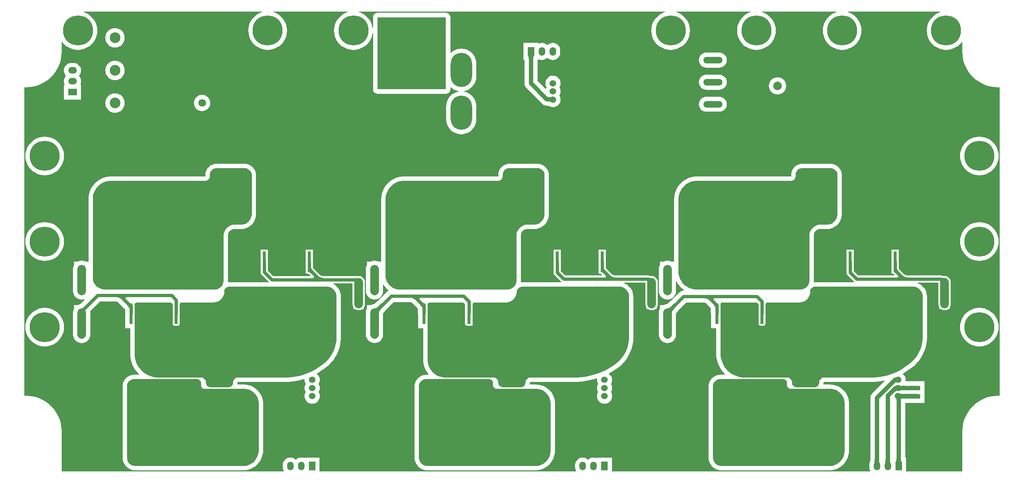
<source format=gtl>
G04 Layer_Physical_Order=1*
G04 Layer_Color=255*
%FSLAX44Y44*%
%MOMM*%
G71*
G01*
G75*
G04:AMPARAMS|DCode=10|XSize=21.5mm|YSize=13.5mm|CornerRadius=0.3375mm|HoleSize=0mm|Usage=FLASHONLY|Rotation=180.000|XOffset=0mm|YOffset=0mm|HoleType=Round|Shape=RoundedRectangle|*
%AMROUNDEDRECTD10*
21,1,21.5000,12.8250,0,0,180.0*
21,1,20.8250,13.5000,0,0,180.0*
1,1,0.6750,-10.4125,6.4125*
1,1,0.6750,10.4125,6.4125*
1,1,0.6750,10.4125,-6.4125*
1,1,0.6750,-10.4125,-6.4125*
%
%ADD10ROUNDEDRECTD10*%
%ADD11R,0.8000X4.7000*%
%ADD12R,1.5200X1.1000*%
%ADD13C,1.0160*%
%ADD14C,2.0000*%
%ADD15C,0.8000*%
%ADD16R,16.0020X16.8910*%
%ADD17C,7.0000*%
%ADD18R,2.0000X1.5000*%
%ADD19O,2.0000X1.5000*%
%ADD20C,2.5000*%
%ADD21C,1.8000*%
%ADD22R,1.5000X1.5000*%
%ADD23C,1.5000*%
%ADD24O,5.0000X8.0000*%
%ADD25C,1.5240*%
%ADD26C,4.0000*%
%ADD27C,2.0000*%
%ADD28R,1.5000X2.0000*%
%ADD29O,1.5000X2.0000*%
%ADD30O,4.5000X1.5000*%
%ADD31C,0.8000*%
%ADD32C,0.6000*%
G36*
X1909491Y432443D02*
X1909322Y431655D01*
X1909364Y430770D01*
X1909616Y429786D01*
X1910080Y428704D01*
X1910754Y427523D01*
X1911639Y426244D01*
X1912735Y424867D01*
X1914041Y423392D01*
X1915559Y421818D01*
X1909010Y417054D01*
X1907921Y418128D01*
X1903757Y421805D01*
X1903181Y422201D01*
X1902690Y422484D01*
X1902284Y422654D01*
X1901963Y422710D01*
X1909872Y433132D01*
X1909491Y432443D01*
D02*
G37*
G36*
X1908821Y144467D02*
X1908705Y144495D01*
X1908533Y144452D01*
X1908305Y144339D01*
X1908022Y144155D01*
X1907684Y143900D01*
X1906841Y143178D01*
X1905159Y141565D01*
X1898929Y149704D01*
X1906662Y154472D01*
X1908821Y144467D01*
D02*
G37*
G36*
X1927910Y145500D02*
X1927809Y145516D01*
X1927504Y145529D01*
X1922994Y145553D01*
X1918702Y145326D01*
Y145575D01*
X1917751Y145580D01*
Y155740D01*
X1918702Y155744D01*
Y155994D01*
X1918795Y155946D01*
X1918974Y155903D01*
X1919239Y155864D01*
X1920029Y155803D01*
X1920492Y155793D01*
X1927504Y156188D01*
X1927809Y156307D01*
X1927910Y156440D01*
Y145500D01*
D02*
G37*
G36*
X1918795Y136846D02*
X1918974Y136803D01*
X1919239Y136764D01*
X1920029Y136704D01*
X1922643Y136643D01*
X1923512Y136640D01*
Y136526D01*
X1927910Y136440D01*
Y125500D01*
X1927809Y125687D01*
X1927504Y125853D01*
X1926996Y126000D01*
X1926285Y126127D01*
X1925370Y126235D01*
X1922932Y126392D01*
X1922108Y126406D01*
X1919284Y126257D01*
X1919356Y122416D01*
X1909196Y120542D01*
X1909191Y121409D01*
X1908952Y124858D01*
X1908878Y125140D01*
X1908794Y125340D01*
X1908699Y125456D01*
X1917751Y126673D01*
Y136640D01*
X1918702Y136621D01*
Y136894D01*
X1918795Y136846D01*
D02*
G37*
G36*
X1760078Y663716D02*
X1763083Y662471D01*
X1765787Y660664D01*
X1768087Y658365D01*
X1769893Y655660D01*
X1771138Y652656D01*
X1771772Y649466D01*
X1771772Y647840D01*
X1771772Y647840D01*
X1771772Y557670D01*
X1771772Y555168D01*
X1770797Y550261D01*
X1768882Y545638D01*
X1766102Y541478D01*
X1762564Y537940D01*
X1758404Y535161D01*
X1753781Y533246D01*
X1748874Y532270D01*
X1746373Y532270D01*
X1746373D01*
X1746373D01*
D01*
X1731132Y532270D01*
X1728712Y532151D01*
X1723964Y531207D01*
X1719491Y529355D01*
X1715466Y526665D01*
X1712043Y523242D01*
X1709353Y519217D01*
X1707501Y514744D01*
X1706557Y509996D01*
X1706438Y507576D01*
Y507576D01*
X1706438Y402000D01*
X1706406Y399935D01*
X1705546Y395893D01*
X1703921Y392094D01*
X1701593Y388680D01*
X1698649Y385780D01*
X1695200Y383504D01*
X1691376Y381938D01*
X1687322Y381140D01*
X1685255Y381140D01*
X1685256Y381140D01*
X1442580Y381140D01*
X1439850Y381140D01*
X1434438Y381853D01*
X1429164Y383266D01*
X1424120Y385355D01*
X1419392Y388084D01*
X1415061Y391408D01*
X1411200Y395269D01*
X1407877Y399600D01*
X1405147Y404328D01*
X1403058Y409372D01*
X1401645Y414645D01*
X1400932Y420058D01*
X1400932Y422788D01*
Y422788D01*
X1400932Y591960D01*
X1400932Y594790D01*
X1401671Y600402D01*
X1403136Y605869D01*
X1405302Y611099D01*
X1408132Y616001D01*
X1411578Y620492D01*
X1415581Y624494D01*
X1420071Y627940D01*
X1424973Y630770D01*
X1430203Y632936D01*
X1435670Y634401D01*
X1441282Y635140D01*
X1444112Y635140D01*
X1444112Y635140D01*
X1663822Y635140D01*
X1664818Y635189D01*
X1666772Y635577D01*
X1668612Y636339D01*
X1670268Y637446D01*
X1671676Y638854D01*
X1672783Y640510D01*
X1673545Y642351D01*
X1673933Y644304D01*
X1673982Y645300D01*
X1673982Y645300D01*
X1673982Y649110D01*
X1673982Y650611D01*
X1674568Y653555D01*
X1675717Y656329D01*
X1677385Y658825D01*
X1679507Y660948D01*
X1682004Y662616D01*
X1684777Y663764D01*
X1687721Y664350D01*
X1689223Y664350D01*
X1689223Y664350D01*
X1755262Y664350D01*
X1756888Y664350D01*
X1760078Y663716D01*
D02*
G37*
G36*
X1919380Y-13551D02*
X1919738Y-18123D01*
X1919953Y-19240D01*
X1920216Y-20155D01*
X1920527Y-20866D01*
X1920885Y-21374D01*
X1921292Y-21679D01*
X1921745Y-21781D01*
X1906806D01*
X1907260Y-21679D01*
X1907667Y-21374D01*
X1908025Y-20866D01*
X1908336Y-20155D01*
X1908599Y-19240D01*
X1908814Y-18123D01*
X1908981Y-16802D01*
X1909172Y-13551D01*
X1909196Y-11621D01*
X1919356D01*
X1919380Y-13551D01*
D02*
G37*
G36*
X1953210Y126480D02*
X1951279Y126470D01*
X1949500Y126356D01*
Y125500D01*
X1949399Y125687D01*
X1949094Y125853D01*
X1948586Y126000D01*
X1947875Y126127D01*
X1947194Y126208D01*
X1943964Y126000D01*
X1943456Y125853D01*
X1943151Y125687D01*
X1943049Y125500D01*
Y126417D01*
X1939341Y126480D01*
Y136640D01*
X1944172Y136545D01*
X1944675Y136568D01*
X1953210Y136640D01*
Y126480D01*
D02*
G37*
G36*
X1923745Y413712D02*
X1924946Y412750D01*
X1926195Y411902D01*
X1927490Y411166D01*
X1928833Y410544D01*
X1930222Y410035D01*
X1931658Y409639D01*
X1933141Y409356D01*
X1934670Y409187D01*
X1936247Y409130D01*
X1926590Y401130D01*
X1908933Y409130D01*
X1910397Y409187D01*
X1911587Y409356D01*
X1912504Y409639D01*
X1913148Y410035D01*
X1913519Y410544D01*
X1913617Y411166D01*
X1913441Y411902D01*
X1912993Y412750D01*
X1912271Y413712D01*
X1911276Y414787D01*
X1922590D01*
X1923745Y413712D01*
D02*
G37*
G36*
X1487047Y360490D02*
X1485583Y360433D01*
X1484393Y360264D01*
X1483476Y359981D01*
X1482832Y359585D01*
X1482461Y359076D01*
X1482363Y358453D01*
X1482539Y357718D01*
X1482987Y356870D01*
X1483709Y355908D01*
X1484704Y354833D01*
X1473390D01*
X1472235Y355908D01*
X1471033Y356870D01*
X1469785Y357718D01*
X1468490Y358453D01*
X1467147Y359076D01*
X1465758Y359585D01*
X1464322Y359981D01*
X1462839Y360264D01*
X1461310Y360433D01*
X1459733Y360490D01*
X1469390Y368490D01*
X1487047Y360490D01*
D02*
G37*
G36*
X1398464Y344514D02*
X1395909Y341916D01*
X1388377Y333340D01*
X1387166Y331651D01*
X1386225Y330144D01*
X1385552Y328818D01*
X1385148Y327675D01*
X1385013Y326714D01*
X1383264Y328463D01*
X1383149Y328299D01*
X1382467Y327111D01*
X1382012Y326036D01*
X1381782Y325075D01*
X1381779Y324229D01*
X1382003Y323495D01*
X1382452Y322876D01*
X1371169Y334159D01*
X1371788Y333709D01*
X1372522Y333486D01*
X1373369Y333489D01*
X1374329Y333719D01*
X1375404Y334174D01*
X1376592Y334856D01*
X1376756Y334971D01*
X1375007Y336720D01*
X1375968Y336855D01*
X1377111Y337259D01*
X1378437Y337932D01*
X1379944Y338873D01*
X1381633Y340084D01*
X1385557Y343312D01*
X1390209Y347616D01*
X1392807Y350171D01*
X1398464Y344514D01*
D02*
G37*
G36*
X1487410Y352152D02*
X1490335Y349606D01*
X1491185Y348984D01*
X1491971Y348475D01*
X1492696Y348079D01*
X1493357Y347796D01*
X1493956Y347626D01*
X1494493Y347570D01*
X1486584Y336012D01*
X1486939Y336727D01*
X1487088Y337534D01*
X1487033Y338434D01*
X1486772Y339426D01*
X1486306Y340511D01*
X1485634Y341689D01*
X1484758Y342959D01*
X1483676Y344322D01*
X1482389Y345778D01*
X1480897Y347326D01*
X1486310Y353226D01*
X1487410Y352152D01*
D02*
G37*
G36*
X1718707Y387350D02*
X1947307D01*
X1947306Y387349D01*
X1949558Y387349D01*
X1953974Y386471D01*
X1958135Y384748D01*
X1961879Y382247D01*
X1965063Y379062D01*
X1967565Y375318D01*
X1969288Y371158D01*
X1970167Y366742D01*
X1970167Y364490D01*
X1970167Y269594D01*
X1970166Y269593D01*
X1970166Y266355D01*
X1969639Y259901D01*
X1968587Y253512D01*
X1967018Y247229D01*
X1964942Y241095D01*
X1962373Y235151D01*
X1959328Y229436D01*
X1955828Y223988D01*
X1951895Y218843D01*
X1947556Y214036D01*
X1942840Y209598D01*
X1937778Y205560D01*
X1935090Y203754D01*
X1927274Y198500D01*
X1927274Y198500D01*
X1923076Y195679D01*
X1914288Y190673D01*
X1905154Y186330D01*
X1895724Y182674D01*
X1886049Y179725D01*
X1876183Y177498D01*
X1866179Y176007D01*
X1856093Y175260D01*
X1851035Y175260D01*
X1740297D01*
X1740297Y175260D01*
X1739177Y175205D01*
X1736979Y174768D01*
X1734909Y173910D01*
X1733046Y172665D01*
X1731461Y171081D01*
X1730217Y169218D01*
X1729359Y167148D01*
X1728922Y164950D01*
X1728867Y163830D01*
X1728867Y163830D01*
X1728867Y162704D01*
X1728428Y160496D01*
X1727566Y158416D01*
X1726315Y156544D01*
X1724723Y154952D01*
X1722851Y153701D01*
X1720771Y152839D01*
X1718563Y152400D01*
X1717437Y152400D01*
X1675671D01*
X1673463Y152839D01*
X1671383Y153701D01*
X1669511Y154952D01*
X1667919Y156544D01*
X1666668Y158416D01*
X1665806Y160496D01*
X1665367Y162704D01*
X1665367Y163830D01*
X1665367Y163830D01*
X1665312Y164950D01*
X1664875Y167148D01*
X1664018Y169218D01*
X1662773Y171081D01*
X1661188Y172666D01*
X1659325Y173910D01*
X1657255Y174768D01*
X1655057Y175205D01*
X1653937Y175260D01*
X1584087Y175260D01*
X1551214D01*
X1543951Y176216D01*
X1536876Y178112D01*
X1530108Y180915D01*
X1523764Y184578D01*
X1517953Y189037D01*
X1512774Y194217D01*
X1508314Y200028D01*
X1504652Y206372D01*
X1501849Y213139D01*
X1499953Y220215D01*
X1498997Y227477D01*
X1498997Y231140D01*
X1498997Y347107D01*
Y347107D01*
X1498997Y347785D01*
X1499516Y349040D01*
X1500476Y350001D01*
X1501731Y350520D01*
X1502410Y350520D01*
X1581547Y350520D01*
X1581547Y350520D01*
X1582810Y350520D01*
X1585144Y349553D01*
X1586930Y347767D01*
X1587897Y345433D01*
X1587897Y344170D01*
X1587897Y300593D01*
X1587897Y300593D01*
X1587987Y299679D01*
X1588686Y297991D01*
X1589978Y296699D01*
X1591667Y296000D01*
X1592580Y295910D01*
X1597660Y295910D01*
X1597660Y295910D01*
X1598899Y296032D01*
X1601188Y296980D01*
X1602940Y298732D01*
X1603888Y301021D01*
X1604010Y302260D01*
X1604010Y346710D01*
Y347468D01*
X1604590Y348868D01*
X1605662Y349940D01*
X1607062Y350520D01*
X1607820D01*
X1681877Y350520D01*
X1681877D01*
X1683621Y350577D01*
X1687080Y351032D01*
X1690450Y351935D01*
X1693673Y353270D01*
X1696694Y355014D01*
X1699462Y357138D01*
X1701929Y359605D01*
X1704052Y362372D01*
X1705797Y365394D01*
X1707132Y368617D01*
X1708035Y371987D01*
X1708490Y375446D01*
X1708547Y377190D01*
X1708547Y377189D01*
X1708547Y378190D01*
X1708937Y380153D01*
X1709702Y382002D01*
X1710814Y383667D01*
X1712229Y385082D01*
X1713894Y386194D01*
X1715743Y386960D01*
X1717706Y387350D01*
X1718707Y387350D01*
D02*
G37*
G36*
X1949500Y155804D02*
X1953210Y155740D01*
Y145580D01*
X1949500Y145551D01*
Y145500D01*
X1949399Y145516D01*
X1949094Y145529D01*
X1947662Y145537D01*
X1943049Y145500D01*
Y145561D01*
X1939341Y145580D01*
Y155740D01*
X1941271Y155747D01*
X1943049Y155847D01*
Y156440D01*
X1943151Y156307D01*
X1943456Y156188D01*
X1943964Y156083D01*
X1944675Y155992D01*
X1945099Y155963D01*
X1949094Y156188D01*
X1949399Y156307D01*
X1949500Y156440D01*
Y155804D01*
D02*
G37*
G36*
X2020119Y407915D02*
X2021947Y407827D01*
X2011456Y397336D01*
X2011325Y402302D01*
X2016981Y407958D01*
X2017008Y407980D01*
X2017140Y407994D01*
X2017375Y407999D01*
X2020119Y407915D01*
D02*
G37*
G36*
X1645047Y171450D02*
X1645922Y171450D01*
X1647640Y171108D01*
X1649258Y170438D01*
X1650714Y169465D01*
X1651952Y168227D01*
X1652925Y166771D01*
X1653595Y165153D01*
X1653937Y163435D01*
Y162560D01*
X1653937Y157480D01*
Y157480D01*
X1653980Y156608D01*
X1654320Y154899D01*
X1654987Y153289D01*
X1655955Y151840D01*
X1657187Y150608D01*
X1658636Y149640D01*
X1660246Y148973D01*
X1661956Y148633D01*
X1662827Y148590D01*
X1754267Y148590D01*
Y148590D01*
X1756514Y148590D01*
X1760971Y148003D01*
X1765313Y146840D01*
X1769466Y145120D01*
X1773358Y142872D01*
X1776924Y140136D01*
X1780103Y136958D01*
X1782839Y133391D01*
X1785087Y129499D01*
X1786807Y125346D01*
X1787970Y121004D01*
X1788557Y116547D01*
Y114300D01*
X1788557Y5080D01*
X1788557Y5080D01*
Y2666D01*
X1787927Y-2121D01*
X1786677Y-6784D01*
X1784830Y-11244D01*
X1782416Y-15426D01*
X1779477Y-19256D01*
X1776063Y-22670D01*
X1772233Y-25609D01*
X1768051Y-28023D01*
X1763591Y-29870D01*
X1758927Y-31120D01*
X1754141Y-31750D01*
X1751727D01*
X1670447Y-31750D01*
X1501537Y-31750D01*
X1501537D01*
X1499536Y-31750D01*
X1495610Y-30969D01*
X1491912Y-29437D01*
X1488584Y-27214D01*
X1485753Y-24383D01*
X1483530Y-21055D01*
X1481998Y-17357D01*
X1481217Y-13431D01*
X1481217Y-11430D01*
X1481217Y154940D01*
X1481217Y154940D01*
X1481217Y156566D01*
X1481851Y159756D01*
X1483096Y162760D01*
X1484903Y165464D01*
X1487202Y167764D01*
X1489906Y169571D01*
X1492911Y170815D01*
X1496101Y171450D01*
X1497727Y171450D01*
X1645047Y171450D01*
X1645047Y171450D01*
D02*
G37*
G36*
X1868575Y-15400D02*
X1869020Y-21448D01*
X1869223Y-22667D01*
X1869743Y-24756D01*
X1870058Y-25625D01*
X1870410Y-26378D01*
X1856542D01*
X1856894Y-25625D01*
X1857209Y-24756D01*
X1857487Y-23770D01*
X1857728Y-22667D01*
X1858099Y-20111D01*
X1858229Y-18658D01*
X1858396Y-13596D01*
X1868556D01*
X1868575Y-15400D01*
D02*
G37*
G36*
X1893974D02*
X1894420Y-21448D01*
X1894624Y-22667D01*
X1895143Y-24756D01*
X1895458Y-25625D01*
X1895810Y-26378D01*
X1881942D01*
X1882294Y-25625D01*
X1882609Y-24756D01*
X1882887Y-23770D01*
X1883128Y-22667D01*
X1883499Y-20111D01*
X1883629Y-18658D01*
X1883796Y-13596D01*
X1893956D01*
X1893974Y-15400D01*
D02*
G37*
G36*
X2012038Y1029122D02*
X2007742Y1027664D01*
X2002452Y1025055D01*
X1997547Y1021777D01*
X1993112Y1017888D01*
X1989223Y1013453D01*
X1985945Y1008548D01*
X1983336Y1003258D01*
X1981440Y997672D01*
X1980289Y991886D01*
X1979903Y986000D01*
X1980289Y980114D01*
X1981440Y974328D01*
X1983336Y968742D01*
X1985945Y963452D01*
X1989223Y958547D01*
X1993112Y954112D01*
X1997547Y950222D01*
X2002452Y946945D01*
X2007742Y944336D01*
X2013328Y942440D01*
X2019114Y941289D01*
X2025000Y940903D01*
X2030886Y941289D01*
X2036672Y942440D01*
X2042258Y944336D01*
X2047548Y946945D01*
X2052453Y950222D01*
X2056888Y954112D01*
X2060777Y958547D01*
X2061658Y959864D01*
X2062873Y959496D01*
Y936000D01*
X2062887Y935898D01*
X2063279Y927904D01*
X2064469Y919886D01*
X2066438Y912023D01*
X2069169Y904390D01*
X2072635Y897063D01*
X2076802Y890110D01*
X2081631Y883599D01*
X2087074Y877593D01*
X2093080Y872150D01*
X2099591Y867321D01*
X2106544Y863154D01*
X2113871Y859688D01*
X2121504Y856957D01*
X2129367Y854988D01*
X2137385Y853798D01*
X2145379Y853406D01*
X2145481Y853392D01*
X2149873D01*
Y493000D01*
Y132608D01*
X2145481D01*
X2145481Y132608D01*
Y132608D01*
X2145380Y132594D01*
X2137385Y132202D01*
X2129367Y131012D01*
X2121504Y129043D01*
X2113871Y126312D01*
X2106544Y122846D01*
X2099591Y118679D01*
X2093080Y113850D01*
X2087074Y108407D01*
X2081631Y102401D01*
X2076802Y95890D01*
X2072635Y88937D01*
X2069169Y81609D01*
X2066438Y73977D01*
X2064469Y66114D01*
X2063279Y58096D01*
X2062887Y50102D01*
X2062873Y50000D01*
Y-44392D01*
X1931776D01*
Y-22204D01*
X1931832Y-21781D01*
X1931804Y-21571D01*
X1931823Y-21361D01*
X1931776Y-21091D01*
Y-11750D01*
X1929445D01*
X1929442Y-11496D01*
X1929429Y-11409D01*
Y115470D01*
X1942626D01*
X1943049Y115414D01*
X1943170Y115430D01*
X1943290Y115417D01*
X1943630Y115470D01*
X1948920D01*
X1949260Y115417D01*
X1949380Y115430D01*
X1949500Y115414D01*
X1949924Y115470D01*
X1974670D01*
Y135470D01*
Y166470D01*
X1949924D01*
X1949500Y166526D01*
X1949077Y166470D01*
X1943473D01*
X1943049Y166526D01*
X1942626Y166470D01*
X1931587D01*
X1930734Y167411D01*
X1930965Y169760D01*
X1930625Y173214D01*
X1929618Y176535D01*
X1927981Y179597D01*
X1925780Y182279D01*
X1924250Y183535D01*
X1924357Y184801D01*
X1928069Y186915D01*
X1928367Y187141D01*
X1928703Y187308D01*
X1932900Y190129D01*
X1932901Y190129D01*
X1940717Y195383D01*
X1943404Y197189D01*
X1943714Y197462D01*
X1944068Y197675D01*
X1949130Y201714D01*
X1949416Y202011D01*
X1949751Y202253D01*
X1954468Y206690D01*
X1954729Y207010D01*
X1955043Y207278D01*
X1959382Y212085D01*
X1959617Y212425D01*
X1959908Y212717D01*
X1963841Y217862D01*
X1964047Y218220D01*
X1964313Y218535D01*
X1967814Y223983D01*
X1967990Y224357D01*
X1968230Y224693D01*
X1971275Y230408D01*
X1971420Y230795D01*
X1971631Y231150D01*
X1974200Y237094D01*
X1974313Y237491D01*
X1974496Y237862D01*
X1976572Y243995D01*
X1976652Y244401D01*
X1976803Y244785D01*
X1978372Y251068D01*
X1978419Y251478D01*
X1978539Y251873D01*
X1979591Y258263D01*
X1979604Y258675D01*
X1979691Y259079D01*
X1980219Y265533D01*
X1980199Y265946D01*
X1980252Y266355D01*
X1980252Y269587D01*
X1980253Y269594D01*
X1980253Y364490D01*
X1980253Y366741D01*
X1980124Y367722D01*
X1980060Y368709D01*
X1979181Y373126D01*
X1978863Y374063D01*
X1978607Y375018D01*
X1976884Y379178D01*
X1976389Y380035D01*
X1975952Y380922D01*
X1973450Y384666D01*
X1972797Y385410D01*
X1972195Y386195D01*
X1969011Y389379D01*
X1968226Y389981D01*
X1967482Y390633D01*
X1963738Y393135D01*
X1962851Y393572D01*
X1961994Y394067D01*
X1958805Y395387D01*
X1959058Y396657D01*
X2006919D01*
Y372440D01*
Y347040D01*
X2007414Y343281D01*
X2008865Y339778D01*
X2009543Y338894D01*
Y335140D01*
X2013297D01*
X2014181Y334462D01*
X2017684Y333011D01*
X2021443Y332516D01*
X2025202Y333011D01*
X2028705Y334462D01*
X2029589Y335140D01*
X2033343D01*
Y338894D01*
X2034021Y339778D01*
X2035472Y343281D01*
X2035967Y347040D01*
Y372440D01*
Y397840D01*
X2035472Y401599D01*
X2034021Y405102D01*
X2031713Y408110D01*
X2028705Y410418D01*
X2025202Y411869D01*
X2022491Y412226D01*
X2022162Y412308D01*
X2021699Y412331D01*
X2021443Y412364D01*
X2021323Y412349D01*
X2020334Y412396D01*
X2020295Y412390D01*
X2020258Y412399D01*
X2018404Y412456D01*
X2018389Y412467D01*
X2016346Y413314D01*
X2014153Y413602D01*
X1936454D01*
X1936408Y413613D01*
X1934999Y413664D01*
X1933809Y413796D01*
X1932676Y414012D01*
X1931592Y414311D01*
X1930551Y414692D01*
X1929545Y415159D01*
X1928567Y415714D01*
X1927613Y416363D01*
X1926679Y417110D01*
X1925647Y418071D01*
X1925606Y418096D01*
X1918821Y424881D01*
X1918788Y424932D01*
X1917337Y426437D01*
X1916172Y427753D01*
X1915242Y428921D01*
X1914553Y429916D01*
X1914405Y430176D01*
Y446180D01*
X1914333Y446731D01*
Y474080D01*
X1897533D01*
Y446731D01*
X1897460Y446180D01*
Y425787D01*
X1897533Y425237D01*
Y422337D01*
X1897518Y422101D01*
X1897533Y422060D01*
Y418280D01*
X1900966D01*
X1900993Y418262D01*
X1904830Y414873D01*
X1904833Y414792D01*
X1904312Y413602D01*
X1819609D01*
X1809333Y423879D01*
Y445629D01*
X1809405Y446180D01*
X1809333Y446731D01*
Y474080D01*
X1792533D01*
Y447209D01*
X1792388Y446107D01*
Y420370D01*
X1792533Y419268D01*
Y418280D01*
X1792663D01*
X1792676Y418177D01*
X1793523Y416134D01*
X1794869Y414379D01*
X1810109Y399139D01*
X1810673Y398706D01*
X1810242Y397436D01*
X1718709D01*
X1717708Y397436D01*
X1717479Y397406D01*
X1717273Y397479D01*
X1716393Y398352D01*
X1716328Y398554D01*
X1716349Y398812D01*
X1716492Y399781D01*
X1716523Y401847D01*
X1716514Y401924D01*
X1716524Y402000D01*
X1716524Y507328D01*
X1716595Y508759D01*
X1717200Y511802D01*
X1718292Y514439D01*
X1719877Y516812D01*
X1721896Y518830D01*
X1724269Y520416D01*
X1726906Y521508D01*
X1729949Y522113D01*
X1731380Y522184D01*
X1746372Y522184D01*
X1748874Y522184D01*
X1749854Y522313D01*
X1750842Y522377D01*
X1755749Y523353D01*
X1756686Y523671D01*
X1757641Y523927D01*
X1762264Y525842D01*
X1763120Y526337D01*
X1764008Y526774D01*
X1768168Y529554D01*
X1768912Y530206D01*
X1769696Y530808D01*
X1773234Y534346D01*
X1773837Y535131D01*
X1774489Y535875D01*
X1777268Y540035D01*
X1777706Y540922D01*
X1778200Y541779D01*
X1780115Y546401D01*
X1780371Y547357D01*
X1780689Y548293D01*
X1781665Y553201D01*
X1781730Y554188D01*
X1781859Y555169D01*
X1781859Y557670D01*
X1781859Y647840D01*
X1781859Y647841D01*
X1781859Y649466D01*
X1781729Y650446D01*
X1781665Y651434D01*
X1781030Y654623D01*
X1780712Y655560D01*
X1780457Y656516D01*
X1779212Y659520D01*
X1778717Y660377D01*
X1778280Y661264D01*
X1776473Y663968D01*
X1775821Y664712D01*
X1775219Y665497D01*
X1772919Y667796D01*
X1772134Y668399D01*
X1771391Y669051D01*
X1768687Y670858D01*
X1767799Y671295D01*
X1766943Y671790D01*
X1763938Y673034D01*
X1762983Y673290D01*
X1762046Y673608D01*
X1758856Y674243D01*
X1757869Y674307D01*
X1756888Y674436D01*
X1755262Y674436D01*
X1689223Y674436D01*
X1689222Y674436D01*
X1687722Y674436D01*
X1686741Y674307D01*
X1685754Y674242D01*
X1682809Y673657D01*
X1681873Y673339D01*
X1680917Y673083D01*
X1678144Y671934D01*
X1677287Y671440D01*
X1676400Y671002D01*
X1673904Y669334D01*
X1673160Y668682D01*
X1672375Y668080D01*
X1670253Y665957D01*
X1669650Y665172D01*
X1668998Y664429D01*
X1667330Y661933D01*
X1666893Y661046D01*
X1666398Y660189D01*
X1665250Y657415D01*
X1664994Y656460D01*
X1664676Y655523D01*
X1664090Y652579D01*
X1664025Y651591D01*
X1663896Y650611D01*
X1663896Y649110D01*
X1663896Y645549D01*
X1663896Y645542D01*
X1663846Y645293D01*
X1663844Y645288D01*
X1663842Y645284D01*
X1663838Y645281D01*
X1663834Y645278D01*
X1663830Y645276D01*
X1663580Y645226D01*
X1663575Y645226D01*
X1444112Y645226D01*
X1444112Y645226D01*
X1441282Y645226D01*
X1440627Y645140D01*
X1439966D01*
X1434354Y644401D01*
X1433715Y644230D01*
X1433060Y644144D01*
X1427592Y642679D01*
X1426982Y642426D01*
X1426343Y642255D01*
X1421113Y640089D01*
X1420541Y639758D01*
X1419930Y639505D01*
X1415028Y636675D01*
X1414504Y636272D01*
X1413931Y635942D01*
X1409441Y632496D01*
X1408973Y632029D01*
X1408449Y631626D01*
X1404446Y627624D01*
X1404044Y627099D01*
X1403576Y626632D01*
X1400130Y622141D01*
X1399800Y621569D01*
X1399397Y621044D01*
X1396567Y616142D01*
X1396314Y615531D01*
X1395984Y614959D01*
X1393818Y609729D01*
X1393647Y609091D01*
X1393394Y608480D01*
X1391929Y603013D01*
X1391842Y602357D01*
X1391671Y601719D01*
X1390932Y596107D01*
Y595446D01*
X1390846Y594790D01*
X1390846Y591960D01*
X1390846Y445820D01*
X1384700D01*
X1382704Y446887D01*
X1378934Y448031D01*
X1375013Y448417D01*
X1371092Y448031D01*
X1367322Y446887D01*
X1365326Y445820D01*
X1357513D01*
Y438007D01*
X1356446Y436011D01*
X1355302Y432241D01*
X1354916Y428320D01*
Y402920D01*
Y377520D01*
X1355302Y373599D01*
X1356446Y369829D01*
X1358303Y366355D01*
X1360802Y363309D01*
X1363848Y360810D01*
X1367322Y358953D01*
X1371092Y357809D01*
X1375013Y357423D01*
X1378934Y357809D01*
X1382704Y358953D01*
X1386178Y360810D01*
X1389224Y363309D01*
X1391723Y366355D01*
X1393580Y369829D01*
X1394724Y373599D01*
X1395110Y377520D01*
Y399110D01*
X1396380Y399363D01*
X1396412Y399285D01*
X1399142Y394557D01*
X1399544Y394032D01*
X1399875Y393460D01*
X1403198Y389128D01*
X1403666Y388661D01*
X1404068Y388136D01*
X1407929Y384276D01*
X1408453Y383873D01*
X1408921Y383406D01*
X1413252Y380083D01*
X1413601Y379881D01*
X1413551Y379232D01*
X1413226Y378611D01*
X1412783D01*
X1409128Y378130D01*
X1405723Y376719D01*
X1402798Y374475D01*
X1383144Y354821D01*
X1378923Y350915D01*
X1375484Y348087D01*
X1374328Y347258D01*
X1373472Y346723D01*
X1373330Y346651D01*
X1371092Y346431D01*
X1367322Y345287D01*
X1365326Y344220D01*
X1357513D01*
Y336407D01*
X1356446Y334411D01*
X1355302Y330641D01*
X1354916Y326720D01*
Y301320D01*
Y275920D01*
X1355302Y271999D01*
X1356446Y268229D01*
X1358303Y264755D01*
X1360802Y261709D01*
X1363848Y259210D01*
X1367322Y257353D01*
X1371092Y256209D01*
X1375013Y255823D01*
X1378934Y256209D01*
X1382704Y257353D01*
X1386178Y259210D01*
X1389224Y261709D01*
X1391723Y264755D01*
X1393580Y268229D01*
X1394724Y271999D01*
X1395110Y275920D01*
Y301320D01*
Y325329D01*
X1395551Y326035D01*
X1396285Y327059D01*
X1403234Y334971D01*
X1418632Y350369D01*
X1460514D01*
X1460572Y350367D01*
X1461336Y350282D01*
X1462033Y350149D01*
X1462677Y349972D01*
X1463284Y349749D01*
X1463871Y349477D01*
X1464452Y349147D01*
X1465039Y348749D01*
X1465639Y348268D01*
X1465681Y348229D01*
X1474981Y338929D01*
X1475942Y337842D01*
X1476403Y337262D01*
Y324100D01*
X1476523Y323182D01*
Y290600D01*
X1488911D01*
X1488911Y231140D01*
X1488911Y227478D01*
X1488997Y226822D01*
Y226161D01*
X1489953Y218899D01*
X1490124Y218260D01*
X1490210Y217605D01*
X1492106Y210529D01*
X1492359Y209918D01*
X1492530Y209280D01*
X1495333Y202512D01*
X1495664Y201940D01*
X1495917Y201329D01*
X1499579Y194985D01*
X1499982Y194461D01*
X1500312Y193888D01*
X1504772Y188077D01*
X1505239Y187609D01*
X1505641Y187085D01*
X1509920Y182806D01*
X1509394Y181536D01*
X1497727D01*
X1496101Y181536D01*
X1495120Y181407D01*
X1494133Y181342D01*
X1490943Y180708D01*
X1490007Y180390D01*
X1489051Y180134D01*
X1486047Y178889D01*
X1485190Y178395D01*
X1484303Y177957D01*
X1481599Y176150D01*
X1480855Y175498D01*
X1480070Y174896D01*
X1477771Y172596D01*
X1477168Y171812D01*
X1476516Y171068D01*
X1474709Y168364D01*
X1474272Y167477D01*
X1473777Y166620D01*
X1472533Y163615D01*
X1472277Y162660D01*
X1471959Y161723D01*
X1471324Y158534D01*
X1471260Y157547D01*
X1471131Y156566D01*
X1471131Y154940D01*
X1471131Y154940D01*
X1471131Y-11430D01*
X1471131Y-13431D01*
X1471260Y-14412D01*
X1471324Y-15399D01*
X1472105Y-19325D01*
X1472423Y-20262D01*
X1472679Y-21217D01*
X1474211Y-24915D01*
X1474706Y-25772D01*
X1475143Y-26659D01*
X1477367Y-29987D01*
X1478019Y-30731D01*
X1478621Y-31515D01*
X1481452Y-34346D01*
X1482236Y-34948D01*
X1482980Y-35600D01*
X1486308Y-37824D01*
X1487195Y-38261D01*
X1488052Y-38756D01*
X1491750Y-40288D01*
X1492705Y-40544D01*
X1493642Y-40862D01*
X1497568Y-41642D01*
X1498555Y-41707D01*
X1499536Y-41836D01*
X1501537Y-41836D01*
X1670447Y-41836D01*
X1751727Y-41836D01*
X1754141D01*
X1754796Y-41750D01*
X1755457D01*
X1760244Y-41120D01*
X1760883Y-40949D01*
X1761538Y-40862D01*
X1766201Y-39613D01*
X1766812Y-39360D01*
X1767451Y-39189D01*
X1771911Y-37341D01*
X1772484Y-37011D01*
X1773094Y-36758D01*
X1777276Y-34344D01*
X1777800Y-33941D01*
X1778373Y-33611D01*
X1782203Y-30672D01*
X1782670Y-30204D01*
X1783195Y-29802D01*
X1786609Y-26388D01*
X1787011Y-25863D01*
X1787478Y-25396D01*
X1790418Y-21566D01*
X1790748Y-20993D01*
X1791151Y-20469D01*
X1793565Y-16288D01*
X1793818Y-15677D01*
X1794148Y-15104D01*
X1795996Y-10644D01*
X1796167Y-10005D01*
X1796420Y-9395D01*
X1797669Y-4731D01*
X1797756Y-4076D01*
X1797927Y-3437D01*
X1798557Y1349D01*
Y2011D01*
X1798643Y2666D01*
Y5080D01*
X1798643Y5080D01*
X1798643Y114300D01*
Y116547D01*
X1798557Y117203D01*
Y117864D01*
X1797970Y122321D01*
X1797799Y122959D01*
X1797713Y123615D01*
X1796550Y127956D01*
X1796297Y128567D01*
X1796125Y129206D01*
X1794405Y133358D01*
X1794075Y133931D01*
X1793822Y134542D01*
X1791574Y138435D01*
X1791172Y138959D01*
X1790841Y139531D01*
X1788105Y143098D01*
X1787637Y143565D01*
X1787235Y144090D01*
X1784057Y147268D01*
X1783532Y147671D01*
X1783065Y148138D01*
X1779498Y150874D01*
X1778926Y151205D01*
X1778401Y151607D01*
X1774509Y153855D01*
X1773898Y154108D01*
X1773325Y154438D01*
X1769173Y156158D01*
X1768534Y156329D01*
X1767923Y156582D01*
X1763581Y157746D01*
X1762926Y157832D01*
X1762287Y158003D01*
X1757831Y158590D01*
X1757170D01*
X1756514Y158676D01*
X1754267Y158676D01*
X1754267Y158676D01*
X1739350D01*
X1738545Y159658D01*
X1738759Y160737D01*
X1738824Y161724D01*
X1738953Y162704D01*
X1738953Y163580D01*
X1738960Y163712D01*
X1739058Y164206D01*
X1739155Y164440D01*
X1739296Y164651D01*
X1739476Y164831D01*
X1739687Y164972D01*
X1739921Y165069D01*
X1740415Y165167D01*
X1740546Y165174D01*
X1851035D01*
X1856092Y165174D01*
X1856464Y165223D01*
X1856838Y165201D01*
X1866924Y165949D01*
X1867291Y166025D01*
X1867666Y166031D01*
X1877670Y167522D01*
X1878030Y167625D01*
X1878403Y167659D01*
X1881233Y168298D01*
X1881846Y167186D01*
X1852761Y138101D01*
X1850877Y135805D01*
X1849476Y133185D01*
X1848614Y130342D01*
X1848323Y127386D01*
X1848323Y127386D01*
Y-13217D01*
X1848315Y-13264D01*
X1848158Y-18042D01*
X1848078Y-18937D01*
X1847798Y-20864D01*
X1847698Y-21322D01*
X1847602Y-21663D01*
X1847567Y-21759D01*
X1847408Y-22100D01*
X1847339Y-22317D01*
X1847230Y-22521D01*
X1846996Y-23292D01*
X1846799Y-23767D01*
X1846759Y-24074D01*
X1846229Y-25819D01*
X1845891Y-29250D01*
Y-34250D01*
X1846229Y-37681D01*
X1847230Y-40979D01*
X1848375Y-43122D01*
X1847614Y-44392D01*
X1245579D01*
Y-11750D01*
X1210579D01*
Y-12394D01*
X1209636Y-12960D01*
X1209309Y-12974D01*
X1206110Y-12003D01*
X1202679Y-11665D01*
X1199248Y-12003D01*
X1195950Y-13004D01*
X1192909Y-14629D01*
X1190909Y-16271D01*
X1189979Y-16695D01*
X1189049Y-16271D01*
X1187048Y-14629D01*
X1184008Y-13004D01*
X1180710Y-12003D01*
X1177279Y-11665D01*
X1173848Y-12003D01*
X1170550Y-13004D01*
X1167510Y-14629D01*
X1164845Y-16816D01*
X1162658Y-19481D01*
X1161033Y-22521D01*
X1160032Y-25819D01*
X1159694Y-29250D01*
Y-34250D01*
X1160032Y-37681D01*
X1161033Y-40979D01*
X1162178Y-43122D01*
X1161417Y-44392D01*
X563589D01*
Y-11750D01*
X528589D01*
Y-12394D01*
X527646Y-12960D01*
X527319Y-12974D01*
X524120Y-12003D01*
X520689Y-11665D01*
X517258Y-12003D01*
X513960Y-13004D01*
X510919Y-14629D01*
X508919Y-16271D01*
X507989Y-16695D01*
X507059Y-16271D01*
X505059Y-14629D01*
X502018Y-13004D01*
X498720Y-12003D01*
X495289Y-11665D01*
X491858Y-12003D01*
X488560Y-13004D01*
X485519Y-14629D01*
X482855Y-16816D01*
X480668Y-19481D01*
X479043Y-22521D01*
X478042Y-25819D01*
X477704Y-29250D01*
Y-34250D01*
X478042Y-37681D01*
X479043Y-40979D01*
X480188Y-43122D01*
X479427Y-44392D01*
X-37911D01*
Y50000D01*
X-37911Y50000D01*
X-37911D01*
X-37924Y50101D01*
X-38317Y58096D01*
X-39507Y66114D01*
X-41476Y73977D01*
X-44207Y81609D01*
X-47673Y88937D01*
X-51840Y95890D01*
X-56669Y102401D01*
X-62112Y108407D01*
X-68118Y113850D01*
X-74629Y118679D01*
X-81582Y122846D01*
X-88910Y126312D01*
X-96542Y129043D01*
X-104405Y131012D01*
X-112423Y132202D01*
X-120418Y132594D01*
X-120519Y132608D01*
Y132608D01*
X-120519Y132608D01*
X-124911D01*
Y493000D01*
Y853392D01*
X-120519D01*
X-120417Y853406D01*
X-112423Y853798D01*
X-104405Y854988D01*
X-96542Y856957D01*
X-88910Y859688D01*
X-81582Y863154D01*
X-74629Y867321D01*
X-68118Y872150D01*
X-62112Y877593D01*
X-56669Y883599D01*
X-51840Y890110D01*
X-47673Y897063D01*
X-44207Y904390D01*
X-41476Y912023D01*
X-39507Y919886D01*
X-38317Y927904D01*
X-37924Y935899D01*
X-37911Y936000D01*
X-37911D01*
X-37911Y936000D01*
Y959553D01*
X-36696Y959921D01*
X-35777Y958547D01*
X-31888Y954112D01*
X-27453Y950222D01*
X-22548Y946945D01*
X-17258Y944336D01*
X-11672Y942440D01*
X-5886Y941289D01*
X0Y940903D01*
X5886Y941289D01*
X11672Y942440D01*
X17258Y944336D01*
X22548Y946945D01*
X27453Y950222D01*
X31888Y954112D01*
X35777Y958547D01*
X39055Y963452D01*
X41664Y968742D01*
X43560Y974328D01*
X44711Y980114D01*
X45097Y986000D01*
X44711Y991886D01*
X43560Y997672D01*
X41664Y1003258D01*
X39055Y1008548D01*
X35777Y1013453D01*
X31888Y1017888D01*
X27453Y1021777D01*
X22548Y1025055D01*
X17258Y1027664D01*
X12962Y1029122D01*
X13171Y1030392D01*
X429329D01*
X429538Y1029122D01*
X425242Y1027664D01*
X419952Y1025055D01*
X415047Y1021777D01*
X410612Y1017888D01*
X406722Y1013453D01*
X403445Y1008548D01*
X400836Y1003258D01*
X398940Y997672D01*
X397789Y991886D01*
X397403Y986000D01*
X397789Y980114D01*
X398940Y974328D01*
X400836Y968742D01*
X403445Y963452D01*
X406722Y958547D01*
X410612Y954112D01*
X415047Y950222D01*
X419952Y946945D01*
X425242Y944336D01*
X430828Y942440D01*
X436614Y941289D01*
X442500Y940903D01*
X448386Y941289D01*
X454172Y942440D01*
X459758Y944336D01*
X465048Y946945D01*
X469953Y950222D01*
X474388Y954112D01*
X478278Y958547D01*
X481555Y963452D01*
X484164Y968742D01*
X486060Y974328D01*
X487211Y980114D01*
X487597Y986000D01*
X487211Y991886D01*
X486060Y997672D01*
X484164Y1003258D01*
X481555Y1008548D01*
X478278Y1013453D01*
X474388Y1017888D01*
X469953Y1021777D01*
X465048Y1025055D01*
X459758Y1027664D01*
X455462Y1029122D01*
X455671Y1030392D01*
X629329D01*
X629538Y1029122D01*
X625242Y1027664D01*
X619952Y1025055D01*
X615047Y1021777D01*
X610612Y1017888D01*
X606722Y1013453D01*
X603445Y1008548D01*
X600836Y1003258D01*
X598940Y997672D01*
X597789Y991886D01*
X597403Y986000D01*
X597789Y980114D01*
X598940Y974328D01*
X600836Y968742D01*
X603445Y963452D01*
X606722Y958547D01*
X610612Y954112D01*
X615047Y950222D01*
X619952Y946945D01*
X625242Y944336D01*
X630828Y942440D01*
X636614Y941289D01*
X642500Y940903D01*
X648386Y941289D01*
X654172Y942440D01*
X659758Y944336D01*
X665048Y946945D01*
X669953Y950222D01*
X674388Y954112D01*
X678278Y958547D01*
X681555Y963452D01*
X684164Y968742D01*
X686060Y974328D01*
X687094Y979525D01*
X688364Y979400D01*
Y848295D01*
X688707Y845685D01*
X689715Y843252D01*
X691318Y841163D01*
X693407Y839560D01*
X695839Y838553D01*
X698450Y838209D01*
X858470D01*
X861080Y838553D01*
X863513Y839560D01*
X865602Y841163D01*
X867205Y843252D01*
X868213Y845685D01*
X868556Y848295D01*
Y852851D01*
X869826Y853437D01*
X873444Y850347D01*
X878141Y847468D01*
X883231Y845360D01*
X887217Y844403D01*
Y843097D01*
X883231Y842140D01*
X878141Y840032D01*
X873444Y837153D01*
X869255Y833575D01*
X865677Y829386D01*
X862798Y824689D01*
X860690Y819599D01*
X859404Y814242D01*
X858972Y808750D01*
Y778750D01*
X859404Y773258D01*
X860690Y767901D01*
X862798Y762811D01*
X865677Y758114D01*
X869255Y753925D01*
X873444Y750347D01*
X878141Y747468D01*
X883231Y745360D01*
X888588Y744074D01*
X894080Y743642D01*
X899572Y744074D01*
X904929Y745360D01*
X910019Y747468D01*
X914716Y750347D01*
X918905Y753925D01*
X922483Y758114D01*
X925362Y762811D01*
X927470Y767901D01*
X928756Y773258D01*
X929188Y778750D01*
Y808750D01*
X928756Y814242D01*
X927470Y819599D01*
X925362Y824689D01*
X922483Y829386D01*
X918905Y833575D01*
X914716Y837153D01*
X910019Y840032D01*
X904929Y842140D01*
X900943Y843097D01*
Y844403D01*
X904929Y845360D01*
X910019Y847468D01*
X914716Y850347D01*
X918905Y853925D01*
X922483Y858114D01*
X925362Y862811D01*
X927470Y867901D01*
X928756Y873258D01*
X929188Y878750D01*
Y908750D01*
X928756Y914242D01*
X927470Y919599D01*
X925362Y924689D01*
X922483Y929386D01*
X918905Y933575D01*
X914716Y937153D01*
X910019Y940032D01*
X904929Y942140D01*
X899572Y943426D01*
X894080Y943858D01*
X888588Y943426D01*
X883231Y942140D01*
X878141Y940032D01*
X873444Y937153D01*
X869826Y934063D01*
X868556Y934649D01*
Y1017205D01*
X868213Y1019816D01*
X867205Y1022249D01*
X865602Y1024337D01*
X863513Y1025940D01*
X861080Y1026948D01*
X858470Y1027292D01*
X698450D01*
X695839Y1026948D01*
X693407Y1025940D01*
X691318Y1024337D01*
X689715Y1022249D01*
X688707Y1019816D01*
X688364Y1017205D01*
Y992600D01*
X687094Y992475D01*
X686060Y997672D01*
X684164Y1003258D01*
X681555Y1008548D01*
X678278Y1013453D01*
X674388Y1017888D01*
X669953Y1021777D01*
X665048Y1025055D01*
X659758Y1027664D01*
X655462Y1029122D01*
X655671Y1030392D01*
X1369329D01*
X1369538Y1029122D01*
X1365242Y1027664D01*
X1359952Y1025055D01*
X1355047Y1021777D01*
X1350612Y1017888D01*
X1346723Y1013453D01*
X1343445Y1008548D01*
X1340836Y1003258D01*
X1338940Y997672D01*
X1337789Y991886D01*
X1337403Y986000D01*
X1337789Y980114D01*
X1338940Y974328D01*
X1340836Y968742D01*
X1343445Y963452D01*
X1346723Y958547D01*
X1350612Y954112D01*
X1355047Y950222D01*
X1359952Y946945D01*
X1365242Y944336D01*
X1370828Y942440D01*
X1376614Y941289D01*
X1382500Y940903D01*
X1388386Y941289D01*
X1394172Y942440D01*
X1399758Y944336D01*
X1405048Y946945D01*
X1409953Y950222D01*
X1414388Y954112D01*
X1418277Y958547D01*
X1421555Y963452D01*
X1424164Y968742D01*
X1426060Y974328D01*
X1427211Y980114D01*
X1427597Y986000D01*
X1427211Y991886D01*
X1426060Y997672D01*
X1424164Y1003258D01*
X1421555Y1008548D01*
X1418277Y1013453D01*
X1414388Y1017888D01*
X1409953Y1021777D01*
X1405048Y1025055D01*
X1399758Y1027664D01*
X1395462Y1029122D01*
X1395671Y1030392D01*
X1569329D01*
X1569538Y1029122D01*
X1565242Y1027664D01*
X1559952Y1025055D01*
X1555047Y1021777D01*
X1550612Y1017888D01*
X1546723Y1013453D01*
X1543445Y1008548D01*
X1540836Y1003258D01*
X1538940Y997672D01*
X1537789Y991886D01*
X1537404Y986000D01*
X1537789Y980114D01*
X1538940Y974328D01*
X1540836Y968742D01*
X1543445Y963452D01*
X1546723Y958547D01*
X1550612Y954112D01*
X1555047Y950222D01*
X1559952Y946945D01*
X1565242Y944336D01*
X1570828Y942440D01*
X1576614Y941289D01*
X1582500Y940903D01*
X1588386Y941289D01*
X1594172Y942440D01*
X1599758Y944336D01*
X1605048Y946945D01*
X1609953Y950222D01*
X1614388Y954112D01*
X1618277Y958547D01*
X1621555Y963452D01*
X1624164Y968742D01*
X1626060Y974328D01*
X1627211Y980114D01*
X1627597Y986000D01*
X1627211Y991886D01*
X1626060Y997672D01*
X1624164Y1003258D01*
X1621555Y1008548D01*
X1618277Y1013453D01*
X1614388Y1017888D01*
X1609953Y1021777D01*
X1605048Y1025055D01*
X1599758Y1027664D01*
X1595462Y1029122D01*
X1595671Y1030392D01*
X1769329D01*
X1769538Y1029122D01*
X1765242Y1027664D01*
X1759952Y1025055D01*
X1755047Y1021777D01*
X1750612Y1017888D01*
X1746723Y1013453D01*
X1743445Y1008548D01*
X1740836Y1003258D01*
X1738940Y997672D01*
X1737789Y991886D01*
X1737403Y986000D01*
X1737789Y980114D01*
X1738940Y974328D01*
X1740836Y968742D01*
X1743445Y963452D01*
X1746723Y958547D01*
X1750612Y954112D01*
X1755047Y950222D01*
X1759952Y946945D01*
X1765242Y944336D01*
X1770828Y942440D01*
X1776614Y941289D01*
X1782500Y940903D01*
X1788386Y941289D01*
X1794172Y942440D01*
X1799758Y944336D01*
X1805048Y946945D01*
X1809953Y950222D01*
X1814388Y954112D01*
X1818277Y958547D01*
X1821555Y963452D01*
X1824164Y968742D01*
X1826060Y974328D01*
X1827211Y980114D01*
X1827596Y986000D01*
X1827211Y991886D01*
X1826060Y997672D01*
X1824164Y1003258D01*
X1821555Y1008548D01*
X1818277Y1013453D01*
X1814388Y1017888D01*
X1809953Y1021777D01*
X1805048Y1025055D01*
X1799758Y1027664D01*
X1795462Y1029122D01*
X1795671Y1030392D01*
X2011829D01*
X2012038Y1029122D01*
D02*
G37*
%LPC*%
G36*
X1495820Y882925D02*
X1465820D01*
X1462389Y882587D01*
X1459091Y881586D01*
X1456051Y879961D01*
X1453386Y877774D01*
X1451199Y875109D01*
X1449574Y872069D01*
X1448573Y868771D01*
X1448235Y865340D01*
X1448573Y861909D01*
X1449574Y858611D01*
X1451199Y855571D01*
X1453386Y852906D01*
X1456051Y850719D01*
X1459091Y849094D01*
X1462389Y848093D01*
X1465820Y847755D01*
X1495820D01*
X1499251Y848093D01*
X1502549Y849094D01*
X1505589Y850719D01*
X1508254Y852906D01*
X1510441Y855571D01*
X1512066Y858611D01*
X1513067Y861909D01*
X1513405Y865340D01*
X1513067Y868771D01*
X1512066Y872069D01*
X1510441Y875109D01*
X1508254Y877774D01*
X1505589Y879961D01*
X1502549Y881586D01*
X1499251Y882587D01*
X1495820Y882925D01*
D02*
G37*
G36*
X86360Y915419D02*
X81949Y914985D01*
X77708Y913698D01*
X73799Y911609D01*
X70373Y908797D01*
X67561Y905371D01*
X65472Y901462D01*
X64186Y897221D01*
X63751Y892810D01*
X64186Y888399D01*
X65472Y884158D01*
X67561Y880249D01*
X70373Y876823D01*
X73799Y874011D01*
X77708Y871922D01*
X81949Y870636D01*
X86360Y870201D01*
X90771Y870636D01*
X95012Y871922D01*
X98921Y874011D01*
X102347Y876823D01*
X105159Y880249D01*
X107248Y884158D01*
X108534Y888399D01*
X108969Y892810D01*
X108534Y897221D01*
X107248Y901462D01*
X105159Y905371D01*
X102347Y908797D01*
X98921Y911609D01*
X95012Y913698D01*
X90771Y914985D01*
X86360Y915419D01*
D02*
G37*
G36*
X1631950Y876877D02*
X1628029Y876491D01*
X1624259Y875347D01*
X1620785Y873490D01*
X1617739Y870991D01*
X1615240Y867945D01*
X1613383Y864471D01*
X1612239Y860701D01*
X1611853Y856780D01*
X1612239Y852859D01*
X1613383Y849089D01*
X1615240Y845615D01*
X1617739Y842569D01*
X1620785Y840070D01*
X1624259Y838213D01*
X1628029Y837069D01*
X1631950Y836683D01*
X1635871Y837069D01*
X1639641Y838213D01*
X1643115Y840070D01*
X1646161Y842569D01*
X1648660Y845615D01*
X1650517Y849089D01*
X1651661Y852859D01*
X1652047Y856780D01*
X1651661Y860701D01*
X1650517Y864471D01*
X1648660Y867945D01*
X1646161Y870991D01*
X1643115Y873490D01*
X1639641Y875347D01*
X1635871Y876491D01*
X1631950Y876877D01*
D02*
G37*
G36*
X1107440Y957345D02*
X1104009Y957007D01*
X1100711Y956006D01*
X1097671Y954381D01*
X1095670Y952739D01*
X1094740Y952315D01*
X1093810Y952739D01*
X1091809Y954381D01*
X1088769Y956006D01*
X1085471Y957007D01*
X1082040Y957345D01*
X1078609Y957007D01*
X1075410Y956036D01*
X1075083Y956050D01*
X1074140Y956616D01*
Y957260D01*
X1039140D01*
Y927714D01*
X1039084Y927290D01*
X1039112Y927081D01*
X1039093Y926871D01*
X1039140Y926600D01*
Y917260D01*
X1041471D01*
X1041475Y917006D01*
X1041487Y916919D01*
Y862330D01*
X1041487Y862330D01*
X1041778Y859374D01*
X1042641Y856531D01*
X1044041Y853911D01*
X1045925Y851615D01*
X1082755Y814785D01*
X1082755Y814785D01*
X1085051Y812901D01*
X1087671Y811500D01*
X1090514Y810638D01*
X1093470Y810347D01*
X1093470Y810347D01*
X1097020D01*
X1097116Y810334D01*
X1097754Y810330D01*
X1098243Y809929D01*
X1101304Y808292D01*
X1104626Y807285D01*
X1108080Y806945D01*
X1111534Y807285D01*
X1114855Y808292D01*
X1117916Y809929D01*
X1120600Y812131D01*
X1122801Y814814D01*
X1124438Y817875D01*
X1125445Y821196D01*
X1125785Y824650D01*
X1125445Y828104D01*
X1124438Y831425D01*
X1122955Y834200D01*
X1124438Y836974D01*
X1125445Y840296D01*
X1125785Y843750D01*
X1125445Y847204D01*
X1124438Y850526D01*
X1122955Y853300D01*
X1124438Y856075D01*
X1125445Y859396D01*
X1125785Y862850D01*
X1125445Y866304D01*
X1124438Y869625D01*
X1122801Y872686D01*
X1120600Y875369D01*
X1117916Y877571D01*
X1114855Y879208D01*
X1111534Y880215D01*
X1108080Y880555D01*
X1104626Y880215D01*
X1101304Y879208D01*
X1098243Y877571D01*
X1095561Y875369D01*
X1093359Y872686D01*
X1091722Y869625D01*
X1090715Y866304D01*
X1090375Y862850D01*
X1090715Y859396D01*
X1091722Y856075D01*
X1093205Y853300D01*
X1091722Y850526D01*
X1091651Y850289D01*
X1090419Y849981D01*
X1071793Y868607D01*
Y916919D01*
X1071805Y917006D01*
X1071809Y917260D01*
X1074140D01*
Y917904D01*
X1075083Y918470D01*
X1075410Y918484D01*
X1078609Y917513D01*
X1082040Y917175D01*
X1085471Y917513D01*
X1088769Y918514D01*
X1091809Y920139D01*
X1093810Y921781D01*
X1094740Y922205D01*
X1095670Y921781D01*
X1097671Y920139D01*
X1100711Y918514D01*
X1104009Y917513D01*
X1107440Y917175D01*
X1110871Y917513D01*
X1114169Y918514D01*
X1117209Y920139D01*
X1119874Y922326D01*
X1122061Y924990D01*
X1123686Y928031D01*
X1124687Y931329D01*
X1125025Y934760D01*
Y939760D01*
X1124687Y943191D01*
X1123686Y946489D01*
X1122061Y949529D01*
X1119874Y952194D01*
X1117209Y954381D01*
X1114169Y956006D01*
X1110871Y957007D01*
X1107440Y957345D01*
D02*
G37*
G36*
X-77500Y338097D02*
X-83386Y337711D01*
X-89172Y336560D01*
X-94758Y334664D01*
X-100048Y332055D01*
X-104953Y328778D01*
X-109388Y324888D01*
X-113278Y320453D01*
X-116555Y315548D01*
X-119164Y310258D01*
X-121060Y304672D01*
X-122211Y298886D01*
X-122597Y293000D01*
X-122211Y287114D01*
X-121060Y281328D01*
X-119164Y275742D01*
X-116555Y270452D01*
X-113278Y265547D01*
X-109388Y261112D01*
X-104953Y257222D01*
X-100048Y253945D01*
X-94758Y251336D01*
X-89172Y249440D01*
X-83386Y248289D01*
X-77500Y247903D01*
X-71614Y248289D01*
X-65828Y249440D01*
X-60242Y251336D01*
X-54952Y253945D01*
X-50047Y257222D01*
X-45612Y261112D01*
X-41722Y265547D01*
X-38445Y270452D01*
X-35836Y275742D01*
X-33940Y281328D01*
X-32789Y287114D01*
X-32403Y293000D01*
X-32789Y298886D01*
X-33940Y304672D01*
X-35836Y310258D01*
X-38445Y315548D01*
X-41722Y320453D01*
X-45612Y324888D01*
X-50047Y328778D01*
X-54952Y332055D01*
X-60242Y334664D01*
X-65828Y336560D01*
X-71614Y337711D01*
X-77500Y338097D01*
D02*
G37*
G36*
X2102500D02*
X2096614Y337711D01*
X2090828Y336560D01*
X2085242Y334664D01*
X2079952Y332055D01*
X2075047Y328778D01*
X2070612Y324888D01*
X2066723Y320453D01*
X2063445Y315548D01*
X2060836Y310258D01*
X2058940Y304672D01*
X2057789Y298886D01*
X2057404Y293000D01*
X2057789Y287114D01*
X2058940Y281328D01*
X2060836Y275742D01*
X2063445Y270452D01*
X2066723Y265547D01*
X2070612Y261112D01*
X2075047Y257222D01*
X2079952Y253945D01*
X2085242Y251336D01*
X2090828Y249440D01*
X2096614Y248289D01*
X2102500Y247903D01*
X2108386Y248289D01*
X2114172Y249440D01*
X2119758Y251336D01*
X2125048Y253945D01*
X2129953Y257222D01*
X2134388Y261112D01*
X2138277Y265547D01*
X2141555Y270452D01*
X2144164Y275742D01*
X2146060Y281328D01*
X2147211Y287114D01*
X2147597Y293000D01*
X2147211Y298886D01*
X2146060Y304672D01*
X2144164Y310258D01*
X2141555Y315548D01*
X2138277Y320453D01*
X2134388Y324888D01*
X2129953Y328778D01*
X2125048Y332055D01*
X2119758Y334664D01*
X2114172Y336560D01*
X2108386Y337711D01*
X2102500Y338097D01*
D02*
G37*
G36*
X1495820Y934525D02*
X1465820D01*
X1462389Y934187D01*
X1459091Y933186D01*
X1456051Y931561D01*
X1453386Y929374D01*
X1451199Y926710D01*
X1449574Y923669D01*
X1448573Y920371D01*
X1448235Y916940D01*
X1448573Y913509D01*
X1449574Y910211D01*
X1451199Y907170D01*
X1453386Y904506D01*
X1456051Y902319D01*
X1459091Y900694D01*
X1462389Y899693D01*
X1465820Y899355D01*
X1495820D01*
X1499251Y899693D01*
X1502549Y900694D01*
X1505589Y902319D01*
X1508254Y904506D01*
X1510441Y907170D01*
X1512066Y910211D01*
X1513067Y913509D01*
X1513405Y916940D01*
X1513067Y920371D01*
X1512066Y923669D01*
X1510441Y926710D01*
X1508254Y929374D01*
X1505589Y931561D01*
X1502549Y933186D01*
X1499251Y934187D01*
X1495820Y934525D01*
D02*
G37*
G36*
X86360Y991619D02*
X81949Y991184D01*
X77708Y989898D01*
X73799Y987809D01*
X70373Y984997D01*
X67561Y981571D01*
X65472Y977662D01*
X64186Y973421D01*
X63751Y969010D01*
X64186Y964599D01*
X65472Y960358D01*
X67561Y956449D01*
X70373Y953023D01*
X73799Y950211D01*
X77708Y948122D01*
X81949Y946835D01*
X86360Y946401D01*
X90771Y946835D01*
X95012Y948122D01*
X98921Y950211D01*
X102347Y953023D01*
X105159Y956449D01*
X107248Y960358D01*
X108534Y964599D01*
X108969Y969010D01*
X108534Y973421D01*
X107248Y977662D01*
X105159Y981571D01*
X102347Y984997D01*
X98921Y987809D01*
X95012Y989898D01*
X90771Y991184D01*
X86360Y991619D01*
D02*
G37*
G36*
X2102500Y738097D02*
X2096614Y737711D01*
X2090828Y736560D01*
X2085242Y734664D01*
X2079952Y732055D01*
X2075047Y728777D01*
X2070612Y724888D01*
X2066723Y720453D01*
X2063445Y715548D01*
X2060836Y710258D01*
X2058940Y704672D01*
X2057789Y698886D01*
X2057404Y693000D01*
X2057789Y687114D01*
X2058940Y681328D01*
X2060836Y675742D01*
X2063445Y670452D01*
X2066723Y665547D01*
X2070612Y661112D01*
X2075047Y657223D01*
X2079952Y653945D01*
X2085242Y651336D01*
X2090828Y649440D01*
X2096614Y648289D01*
X2102500Y647904D01*
X2108386Y648289D01*
X2114172Y649440D01*
X2119758Y651336D01*
X2125048Y653945D01*
X2129953Y657223D01*
X2134388Y661112D01*
X2138277Y665547D01*
X2141555Y670452D01*
X2144164Y675742D01*
X2146060Y681328D01*
X2147211Y687114D01*
X2147597Y693000D01*
X2147211Y698886D01*
X2146060Y704672D01*
X2144164Y710258D01*
X2141555Y715548D01*
X2138277Y720453D01*
X2134388Y724888D01*
X2129953Y728777D01*
X2125048Y732055D01*
X2119758Y734664D01*
X2114172Y736560D01*
X2108386Y737711D01*
X2102500Y738097D01*
D02*
G37*
G36*
X-77500D02*
X-83386Y737711D01*
X-89172Y736560D01*
X-94758Y734664D01*
X-100048Y732055D01*
X-104953Y728777D01*
X-109388Y724888D01*
X-113278Y720453D01*
X-116555Y715548D01*
X-119164Y710258D01*
X-121060Y704672D01*
X-122211Y698886D01*
X-122597Y693000D01*
X-122211Y687114D01*
X-121060Y681328D01*
X-119164Y675742D01*
X-116555Y670452D01*
X-113278Y665547D01*
X-109388Y661112D01*
X-104953Y657223D01*
X-100048Y653945D01*
X-94758Y651336D01*
X-89172Y649440D01*
X-83386Y648289D01*
X-77500Y647904D01*
X-71614Y648289D01*
X-65828Y649440D01*
X-60242Y651336D01*
X-54952Y653945D01*
X-50047Y657223D01*
X-45612Y661112D01*
X-41722Y665547D01*
X-38445Y670452D01*
X-35836Y675742D01*
X-33940Y681328D01*
X-32789Y687114D01*
X-32403Y693000D01*
X-32789Y698886D01*
X-33940Y704672D01*
X-35836Y710258D01*
X-38445Y715548D01*
X-41722Y720453D01*
X-45612Y724888D01*
X-50047Y728777D01*
X-54952Y732055D01*
X-60242Y734664D01*
X-65828Y736560D01*
X-71614Y737711D01*
X-77500Y738097D01*
D02*
G37*
G36*
X1495820Y831325D02*
X1465820D01*
X1462389Y830987D01*
X1459091Y829986D01*
X1456051Y828361D01*
X1453386Y826174D01*
X1451199Y823510D01*
X1449574Y820469D01*
X1448573Y817171D01*
X1448235Y813740D01*
X1448573Y810309D01*
X1449574Y807011D01*
X1451199Y803970D01*
X1453386Y801306D01*
X1456051Y799119D01*
X1459091Y797494D01*
X1462389Y796493D01*
X1465820Y796155D01*
X1495820D01*
X1499251Y796493D01*
X1502549Y797494D01*
X1505589Y799119D01*
X1508254Y801306D01*
X1510441Y803970D01*
X1512066Y807011D01*
X1513067Y810309D01*
X1513405Y813740D01*
X1513067Y817171D01*
X1512066Y820469D01*
X1510441Y823510D01*
X1508254Y826174D01*
X1505589Y828361D01*
X1502549Y829986D01*
X1499251Y830987D01*
X1495820Y831325D01*
D02*
G37*
G36*
X390498Y674436D02*
X388872Y674436D01*
X322832Y674436D01*
X322831Y674436D01*
X321331Y674436D01*
X320350Y674307D01*
X319363Y674242D01*
X316419Y673657D01*
X315482Y673339D01*
X314527Y673083D01*
X311753Y671934D01*
X310897Y671440D01*
X310010Y671002D01*
X307514Y669334D01*
X306770Y668682D01*
X305985Y668080D01*
X303862Y665957D01*
X303260Y665172D01*
X302608Y664429D01*
X300940Y661933D01*
X300503Y661046D01*
X300008Y660189D01*
X298859Y657415D01*
X298603Y656460D01*
X298285Y655523D01*
X297700Y652579D01*
X297635Y651591D01*
X297506Y650611D01*
X297506Y649110D01*
X297506Y645549D01*
X297505Y645542D01*
X297456Y645293D01*
X297454Y645288D01*
X297451Y645284D01*
X297448Y645281D01*
X297444Y645278D01*
X297439Y645276D01*
X297190Y645226D01*
X297185Y645226D01*
X77722Y645226D01*
X77721Y645226D01*
X74892Y645226D01*
X74236Y645140D01*
X73575D01*
X67963Y644401D01*
X67325Y644230D01*
X66669Y644144D01*
X61202Y642679D01*
X60591Y642426D01*
X59953Y642255D01*
X54723Y640089D01*
X54150Y639758D01*
X53540Y639505D01*
X48638Y636675D01*
X48113Y636272D01*
X47541Y635942D01*
X43050Y632496D01*
X42583Y632029D01*
X42058Y631626D01*
X38056Y627624D01*
X37653Y627099D01*
X37186Y626632D01*
X33740Y622141D01*
X33410Y621569D01*
X33007Y621044D01*
X30177Y616142D01*
X29924Y615531D01*
X29593Y614959D01*
X27427Y609729D01*
X27256Y609091D01*
X27003Y608480D01*
X25538Y603013D01*
X25452Y602357D01*
X25281Y601719D01*
X24542Y596107D01*
Y595446D01*
X24456Y594790D01*
X24456Y591960D01*
Y445820D01*
X18310D01*
X16313Y446887D01*
X12543Y448031D01*
X8622Y448417D01*
X4702Y448031D01*
X932Y446887D01*
X-1064Y445820D01*
X-8878D01*
Y438007D01*
X-9944Y436011D01*
X-11088Y432241D01*
X-11474Y428320D01*
Y402920D01*
Y377520D01*
X-11088Y373599D01*
X-9944Y369829D01*
X-8087Y366355D01*
X-5588Y363309D01*
X-2543Y360810D01*
X932Y358953D01*
X4702Y357809D01*
X8622Y357423D01*
X12543Y357809D01*
X15687Y358763D01*
X16360Y357640D01*
X5200Y346480D01*
X4702Y346431D01*
X932Y345287D01*
X-1064Y344220D01*
X-8878D01*
Y336407D01*
X-9944Y334411D01*
X-11088Y330641D01*
X-11474Y326720D01*
Y301320D01*
Y275920D01*
X-11088Y271999D01*
X-9944Y268229D01*
X-8087Y264755D01*
X-5588Y261709D01*
X-2543Y259210D01*
X932Y257353D01*
X4702Y256209D01*
X8622Y255823D01*
X12543Y256209D01*
X16313Y257353D01*
X19788Y259210D01*
X22833Y261709D01*
X25332Y264755D01*
X27190Y268229D01*
X28333Y271999D01*
X28719Y275920D01*
Y301320D01*
Y326720D01*
X28420Y329760D01*
X51569Y352909D01*
X88914D01*
X88972Y352907D01*
X89736Y352822D01*
X90433Y352689D01*
X91077Y352512D01*
X91684Y352289D01*
X92271Y352017D01*
X92852Y351688D01*
X93439Y351289D01*
X94039Y350808D01*
X94081Y350769D01*
X108536Y336314D01*
X109449Y335278D01*
X110012Y334564D01*
Y324100D01*
X110133Y323182D01*
Y290600D01*
X121994D01*
X121994Y231140D01*
X121994Y227477D01*
X122080Y226822D01*
Y226161D01*
X123036Y218899D01*
X123207Y218260D01*
X123293Y217605D01*
X125189Y210529D01*
X125442Y209918D01*
X125613Y209280D01*
X128417Y202512D01*
X128747Y201940D01*
X129000Y201329D01*
X132663Y194985D01*
X133065Y194461D01*
X133396Y193888D01*
X137855Y188077D01*
X138322Y187609D01*
X138725Y187085D01*
X143003Y182806D01*
X142477Y181536D01*
X130810D01*
X129184Y181536D01*
X128203Y181407D01*
X127216Y181342D01*
X124026Y180708D01*
X123090Y180390D01*
X122134Y180134D01*
X119130Y178889D01*
X118273Y178395D01*
X117386Y177957D01*
X114682Y176150D01*
X113938Y175498D01*
X113153Y174896D01*
X110854Y172596D01*
X110251Y171812D01*
X109599Y171068D01*
X107793Y168364D01*
X107355Y167477D01*
X106860Y166620D01*
X105616Y163615D01*
X105360Y162660D01*
X105042Y161723D01*
X104408Y158534D01*
X104343Y157547D01*
X104214Y156566D01*
X104214Y154940D01*
X104214Y154940D01*
X104214Y-11430D01*
X104214Y-13431D01*
X104343Y-14412D01*
X104407Y-15399D01*
X105188Y-19325D01*
X105506Y-20262D01*
X105762Y-21217D01*
X107294Y-24915D01*
X107789Y-25772D01*
X108226Y-26659D01*
X110450Y-29987D01*
X111102Y-30731D01*
X111704Y-31515D01*
X114535Y-34346D01*
X115319Y-34948D01*
X116063Y-35600D01*
X119391Y-37824D01*
X120278Y-38261D01*
X121135Y-38756D01*
X124833Y-40288D01*
X125788Y-40544D01*
X126725Y-40862D01*
X130651Y-41642D01*
X131638Y-41707D01*
X132619Y-41836D01*
X134620Y-41836D01*
X303530Y-41836D01*
X384810Y-41836D01*
X387224D01*
X387879Y-41750D01*
X388540D01*
X393327Y-41120D01*
X393966Y-40949D01*
X394621Y-40862D01*
X399285Y-39613D01*
X399895Y-39360D01*
X400534Y-39189D01*
X404994Y-37341D01*
X405567Y-37011D01*
X406177Y-36758D01*
X410359Y-34344D01*
X410883Y-33941D01*
X411456Y-33611D01*
X415286Y-30672D01*
X415753Y-30204D01*
X416278Y-29802D01*
X419692Y-26388D01*
X420094Y-25863D01*
X420561Y-25396D01*
X423501Y-21566D01*
X423831Y-20993D01*
X424234Y-20469D01*
X426648Y-16288D01*
X426901Y-15677D01*
X427231Y-15104D01*
X429079Y-10644D01*
X429250Y-10005D01*
X429503Y-9395D01*
X430752Y-4731D01*
X430839Y-4076D01*
X431010Y-3437D01*
X431640Y1349D01*
Y2011D01*
X431726Y2666D01*
Y5080D01*
X431726Y5080D01*
X431726Y114300D01*
Y116547D01*
X431640Y117203D01*
Y117864D01*
X431053Y122321D01*
X430882Y122959D01*
X430796Y123615D01*
X429632Y127956D01*
X429380Y128567D01*
X429208Y129206D01*
X427488Y133358D01*
X427158Y133931D01*
X426905Y134542D01*
X424657Y138435D01*
X424255Y138959D01*
X423924Y139531D01*
X421188Y143098D01*
X420720Y143565D01*
X420318Y144090D01*
X417140Y147268D01*
X416615Y147671D01*
X416148Y148138D01*
X412581Y150874D01*
X412009Y151205D01*
X411484Y151607D01*
X407592Y153855D01*
X406981Y154108D01*
X406408Y154438D01*
X402256Y156158D01*
X401617Y156329D01*
X401006Y156582D01*
X396664Y157746D01*
X396009Y157832D01*
X395370Y158003D01*
X390914Y158590D01*
X390253D01*
X389597Y158676D01*
X387350Y158676D01*
X387350Y158676D01*
X372434D01*
X371628Y159658D01*
X371842Y160737D01*
X371907Y161724D01*
X372036Y162704D01*
X372036Y163580D01*
X372043Y163712D01*
X372141Y164206D01*
X372238Y164440D01*
X372379Y164651D01*
X372559Y164831D01*
X372770Y164972D01*
X373004Y165069D01*
X373498Y165167D01*
X373629Y165174D01*
X484118D01*
X489175Y165174D01*
X489547Y165223D01*
X489921Y165201D01*
X500008Y165949D01*
X500374Y166025D01*
X500749Y166031D01*
X510753Y167522D01*
X511113Y167625D01*
X511486Y167659D01*
X521352Y169886D01*
X521704Y170015D01*
X522073Y170077D01*
X527779Y171816D01*
X528761Y171011D01*
X528638Y169760D01*
X528978Y166306D01*
X529986Y162985D01*
X531468Y160210D01*
X529986Y157436D01*
X528978Y154114D01*
X528638Y150660D01*
X528978Y147206D01*
X529986Y143884D01*
X531468Y141110D01*
X529986Y138336D01*
X528978Y135014D01*
X528638Y131560D01*
X528978Y128106D01*
X529986Y124784D01*
X531622Y121723D01*
X533824Y119040D01*
X536507Y116839D01*
X539567Y115202D01*
X542889Y114195D01*
X546343Y113855D01*
X549797Y114195D01*
X553119Y115202D01*
X556180Y116839D01*
X558862Y119040D01*
X561064Y121723D01*
X562701Y124784D01*
X563708Y128106D01*
X564048Y131560D01*
X563708Y135014D01*
X562701Y138336D01*
X561218Y141110D01*
X562701Y143884D01*
X563708Y147206D01*
X564048Y150660D01*
X563708Y154114D01*
X562701Y157436D01*
X561218Y160210D01*
X562701Y162985D01*
X563708Y166306D01*
X564048Y169760D01*
X563708Y173214D01*
X562701Y176535D01*
X561064Y179597D01*
X558862Y182279D01*
X557333Y183535D01*
X557440Y184801D01*
X561152Y186915D01*
X561451Y187142D01*
X561786Y187308D01*
X565983Y190129D01*
X565984Y190129D01*
X573800Y195383D01*
X576487Y197189D01*
X576797Y197462D01*
X577151Y197675D01*
X582213Y201714D01*
X582499Y202011D01*
X582835Y202253D01*
X587551Y206690D01*
X587812Y207010D01*
X588126Y207278D01*
X592465Y212085D01*
X592700Y212425D01*
X592991Y212717D01*
X596924Y217862D01*
X597130Y218220D01*
X597397Y218535D01*
X600897Y223983D01*
X601073Y224357D01*
X601313Y224693D01*
X604358Y230408D01*
X604503Y230795D01*
X604715Y231150D01*
X607284Y237094D01*
X607397Y237491D01*
X607579Y237862D01*
X609655Y243996D01*
X609735Y244401D01*
X609887Y244785D01*
X611456Y251068D01*
X611503Y251478D01*
X611622Y251873D01*
X612674Y258263D01*
X612687Y258676D01*
X612775Y259079D01*
X613302Y265534D01*
X613282Y265946D01*
X613336Y266356D01*
X613336Y269590D01*
X613336Y269594D01*
X613336Y364490D01*
X613336Y366741D01*
X613207Y367722D01*
X613143Y368709D01*
X612264Y373126D01*
X611946Y374062D01*
X611690Y375018D01*
X609967Y379178D01*
X609472Y380035D01*
X609035Y380922D01*
X606533Y384666D01*
X605881Y385410D01*
X605278Y386195D01*
X602094Y389379D01*
X601309Y389981D01*
X600566Y390633D01*
X596822Y393135D01*
X595934Y393572D01*
X595078Y394067D01*
X594896Y394142D01*
X595144Y395387D01*
X640269D01*
Y372440D01*
Y347040D01*
X640764Y343281D01*
X642215Y339778D01*
X642894Y338894D01*
Y335140D01*
X646647D01*
X647531Y334462D01*
X651034Y333011D01*
X654793Y332516D01*
X658553Y333011D01*
X662056Y334462D01*
X662940Y335140D01*
X666693D01*
Y338894D01*
X667372Y339778D01*
X668823Y343281D01*
X669318Y347040D01*
Y372440D01*
Y397840D01*
X668823Y401599D01*
X667372Y405102D01*
X665064Y408110D01*
X662056Y410418D01*
X658553Y411869D01*
X654793Y412364D01*
X651302Y411905D01*
X650966Y412044D01*
X648773Y412332D01*
X573744D01*
X573698Y412343D01*
X572289Y412394D01*
X571099Y412526D01*
X569966Y412742D01*
X568882Y413041D01*
X567841Y413422D01*
X566835Y413889D01*
X565857Y414444D01*
X564903Y415093D01*
X563969Y415840D01*
X562937Y416801D01*
X562896Y416825D01*
X552174Y427548D01*
X552141Y427599D01*
X550747Y429047D01*
X549628Y430316D01*
X548731Y431450D01*
X548057Y432429D01*
X547756Y432960D01*
Y446180D01*
X547683Y446731D01*
Y474080D01*
X530883D01*
Y446731D01*
X530811Y446180D01*
Y428457D01*
X530883Y427906D01*
Y423398D01*
X530878Y423384D01*
X530883Y423278D01*
Y423184D01*
X530838Y423016D01*
X530883Y422665D01*
Y418280D01*
X534626D01*
X534640Y418275D01*
X534746Y418280D01*
X534841D01*
X535008Y418235D01*
X535552Y418198D01*
X535885Y418132D01*
X536327Y417992D01*
X536875Y417757D01*
X537519Y417414D01*
X538249Y416953D01*
X539012Y416403D01*
X540904Y414799D01*
X541917Y413823D01*
X541968Y413790D01*
X542252Y413506D01*
X541766Y412332D01*
X455629D01*
X442756Y425206D01*
Y446180D01*
X442683Y446731D01*
Y474080D01*
X425883D01*
Y446731D01*
X425811Y446180D01*
Y421697D01*
X425883Y421146D01*
Y418280D01*
X426606D01*
X426946Y417461D01*
X428292Y415706D01*
X445292Y398706D01*
X444766Y397436D01*
X351791D01*
X351095Y397436D01*
X350932Y397490D01*
X350464Y397887D01*
X349942Y398606D01*
X349958Y398812D01*
X350101Y399781D01*
X350133Y401847D01*
X350124Y401924D01*
X350134Y402000D01*
X350134Y507328D01*
X350204Y508759D01*
X350809Y511802D01*
X351902Y514439D01*
X353487Y516812D01*
X355505Y518830D01*
X357878Y520416D01*
X360515Y521508D01*
X363559Y522113D01*
X364989Y522184D01*
X379982Y522184D01*
X382483Y522184D01*
X383464Y522313D01*
X384451Y522377D01*
X389358Y523353D01*
X390295Y523671D01*
X391251Y523927D01*
X395873Y525842D01*
X396730Y526337D01*
X397617Y526774D01*
X401777Y529554D01*
X402521Y530206D01*
X403306Y530808D01*
X406844Y534346D01*
X407446Y535131D01*
X408098Y535875D01*
X410878Y540035D01*
X411315Y540922D01*
X411810Y541779D01*
X413725Y546401D01*
X413981Y547357D01*
X414299Y548293D01*
X415275Y553201D01*
X415339Y554188D01*
X415468Y555169D01*
X415468Y557670D01*
X415468Y647840D01*
X415468Y647841D01*
X415468Y649466D01*
X415339Y650446D01*
X415274Y651434D01*
X414640Y654623D01*
X414322Y655560D01*
X414066Y656516D01*
X412822Y659520D01*
X412327Y660377D01*
X411889Y661264D01*
X410083Y663968D01*
X409430Y664712D01*
X408828Y665497D01*
X406529Y667796D01*
X405744Y668399D01*
X405000Y669051D01*
X402296Y670858D01*
X401409Y671295D01*
X400552Y671790D01*
X397548Y673034D01*
X396592Y673290D01*
X395655Y673608D01*
X392466Y674243D01*
X391479Y674307D01*
X390498Y674436D01*
D02*
G37*
G36*
X1073628D02*
X1072002Y674436D01*
X1005963Y674436D01*
X1005962Y674436D01*
X1004462Y674436D01*
X1003481Y674307D01*
X1002494Y674242D01*
X999549Y673657D01*
X998613Y673339D01*
X997657Y673083D01*
X994884Y671934D01*
X994027Y671440D01*
X993140Y671002D01*
X990644Y669334D01*
X989900Y668682D01*
X989115Y668080D01*
X986993Y665957D01*
X986390Y665172D01*
X985738Y664429D01*
X984070Y661933D01*
X983633Y661046D01*
X983138Y660189D01*
X981990Y657415D01*
X981734Y656460D01*
X981416Y655523D01*
X980830Y652579D01*
X980765Y651591D01*
X980636Y650611D01*
X980636Y649110D01*
X980636Y645549D01*
X980636Y645542D01*
X980586Y645293D01*
X980584Y645288D01*
X980582Y645284D01*
X980578Y645281D01*
X980574Y645278D01*
X980570Y645276D01*
X980320Y645226D01*
X980315Y645226D01*
X760852Y645226D01*
X760852Y645226D01*
X758022Y645226D01*
X757367Y645140D01*
X756706D01*
X751094Y644401D01*
X750455Y644230D01*
X749800Y644144D01*
X744332Y642679D01*
X743722Y642426D01*
X743083Y642255D01*
X737853Y640089D01*
X737281Y639758D01*
X736670Y639505D01*
X731768Y636675D01*
X731244Y636272D01*
X730671Y635942D01*
X726181Y632496D01*
X725713Y632029D01*
X725189Y631626D01*
X721186Y627624D01*
X720784Y627099D01*
X720316Y626632D01*
X716870Y622141D01*
X716540Y621569D01*
X716137Y621044D01*
X713307Y616142D01*
X713054Y615531D01*
X712724Y614959D01*
X710558Y609729D01*
X710387Y609091D01*
X710134Y608480D01*
X708669Y603013D01*
X708582Y602357D01*
X708411Y601719D01*
X707672Y596107D01*
Y595446D01*
X707586Y594790D01*
X707586Y591960D01*
Y445820D01*
X701440D01*
X699444Y446887D01*
X695674Y448031D01*
X691753Y448417D01*
X687832Y448031D01*
X684062Y446887D01*
X682066Y445820D01*
X674253D01*
Y438007D01*
X673186Y436011D01*
X672042Y432241D01*
X671656Y428320D01*
Y402920D01*
Y377520D01*
X672042Y373599D01*
X673186Y369829D01*
X675043Y366355D01*
X677542Y363309D01*
X680588Y360810D01*
X684062Y358953D01*
X687832Y357809D01*
X691753Y357423D01*
X695674Y357809D01*
X699444Y358953D01*
X702918Y360810D01*
X705964Y363309D01*
X708463Y366355D01*
X710320Y369829D01*
X711464Y373599D01*
X711850Y377520D01*
Y391563D01*
X713120Y391903D01*
X714188Y390053D01*
X714590Y389529D01*
X714921Y388956D01*
X717433Y385682D01*
X717901Y385214D01*
X718303Y384690D01*
X721222Y381771D01*
X721747Y381368D01*
X722214Y380901D01*
X724203Y379375D01*
X724038Y378115D01*
X723733Y377989D01*
X720808Y375745D01*
X699884Y354821D01*
X695663Y350915D01*
X692224Y348087D01*
X691068Y347258D01*
X690212Y346723D01*
X690070Y346651D01*
X687832Y346431D01*
X684062Y345287D01*
X682066Y344220D01*
X674253D01*
Y336407D01*
X673186Y334411D01*
X672042Y330641D01*
X671656Y326720D01*
Y301320D01*
Y275920D01*
X672042Y271999D01*
X673186Y268229D01*
X675043Y264755D01*
X677542Y261709D01*
X680588Y259210D01*
X684062Y257353D01*
X687832Y256209D01*
X691753Y255823D01*
X695674Y256209D01*
X699444Y257353D01*
X702918Y259210D01*
X705964Y261709D01*
X708463Y264755D01*
X710320Y268229D01*
X711464Y271999D01*
X711850Y275920D01*
Y301320D01*
Y325329D01*
X712291Y326035D01*
X713025Y327059D01*
X719974Y334971D01*
X736642Y351639D01*
X774714D01*
X774772Y351637D01*
X775536Y351552D01*
X776233Y351419D01*
X776877Y351242D01*
X777484Y351019D01*
X778071Y350747D01*
X778652Y350418D01*
X779239Y350019D01*
X779839Y349538D01*
X779881Y349499D01*
X791635Y337746D01*
X792572Y336683D01*
X793083Y336038D01*
Y324100D01*
X793203Y323182D01*
Y290600D01*
X805254D01*
X805254Y217170D01*
X805254Y214423D01*
X805340Y213768D01*
Y213106D01*
X806057Y207660D01*
X806228Y207021D01*
X806315Y206366D01*
X807737Y201059D01*
X807990Y200448D01*
X808161Y199810D01*
X810263Y194734D01*
X810594Y194161D01*
X810847Y193551D01*
X813594Y188793D01*
X813996Y188269D01*
X814326Y187696D01*
X817671Y183337D01*
X818138Y182870D01*
X818187Y182806D01*
X817596Y181536D01*
X811927D01*
X810301Y181536D01*
X809320Y181407D01*
X808333Y181342D01*
X805143Y180708D01*
X804207Y180390D01*
X803251Y180134D01*
X800247Y178889D01*
X799390Y178395D01*
X798503Y177957D01*
X795799Y176150D01*
X795055Y175498D01*
X794270Y174896D01*
X791971Y172596D01*
X791368Y171812D01*
X790716Y171068D01*
X788910Y168364D01*
X788472Y167477D01*
X787977Y166620D01*
X786733Y163615D01*
X786477Y162660D01*
X786159Y161723D01*
X785525Y158534D01*
X785460Y157547D01*
X785331Y156566D01*
X785331Y154940D01*
X785331Y154940D01*
X785331Y-11430D01*
X785331Y-13431D01*
X785460Y-14412D01*
X785524Y-15399D01*
X786305Y-19325D01*
X786623Y-20262D01*
X786879Y-21217D01*
X788411Y-24915D01*
X788906Y-25772D01*
X789343Y-26659D01*
X791567Y-29987D01*
X792219Y-30731D01*
X792821Y-31515D01*
X795652Y-34346D01*
X796436Y-34948D01*
X797180Y-35600D01*
X800508Y-37824D01*
X801395Y-38261D01*
X802252Y-38756D01*
X805950Y-40288D01*
X806905Y-40544D01*
X807842Y-40862D01*
X811768Y-41642D01*
X812755Y-41707D01*
X813736Y-41836D01*
X815737Y-41836D01*
X984647Y-41836D01*
X1065927Y-41836D01*
X1068341D01*
X1068996Y-41750D01*
X1069657D01*
X1074444Y-41120D01*
X1075083Y-40949D01*
X1075738Y-40862D01*
X1080402Y-39613D01*
X1081012Y-39360D01*
X1081651Y-39189D01*
X1086111Y-37341D01*
X1086684Y-37011D01*
X1087294Y-36758D01*
X1091476Y-34344D01*
X1092000Y-33941D01*
X1092573Y-33611D01*
X1096403Y-30672D01*
X1096870Y-30204D01*
X1097395Y-29802D01*
X1100809Y-26388D01*
X1101211Y-25863D01*
X1101678Y-25396D01*
X1104618Y-21566D01*
X1104948Y-20993D01*
X1105351Y-20469D01*
X1107765Y-16288D01*
X1108018Y-15677D01*
X1108348Y-15104D01*
X1110196Y-10644D01*
X1110367Y-10005D01*
X1110620Y-9395D01*
X1111869Y-4731D01*
X1111956Y-4076D01*
X1112127Y-3437D01*
X1112757Y1349D01*
Y2011D01*
X1112843Y2666D01*
Y5080D01*
X1112843Y5080D01*
X1112843Y114300D01*
Y116547D01*
X1112757Y117203D01*
Y117864D01*
X1112170Y122321D01*
X1111999Y122959D01*
X1111913Y123615D01*
X1110750Y127956D01*
X1110497Y128567D01*
X1110325Y129206D01*
X1108605Y133358D01*
X1108275Y133931D01*
X1108022Y134542D01*
X1105774Y138435D01*
X1105372Y138959D01*
X1105041Y139531D01*
X1102305Y143098D01*
X1101837Y143565D01*
X1101435Y144090D01*
X1098257Y147268D01*
X1097732Y147671D01*
X1097265Y148138D01*
X1093698Y150874D01*
X1093126Y151205D01*
X1092601Y151607D01*
X1088709Y153855D01*
X1088098Y154108D01*
X1087525Y154438D01*
X1083373Y156158D01*
X1082734Y156329D01*
X1082123Y156582D01*
X1077781Y157746D01*
X1077126Y157832D01*
X1076487Y158003D01*
X1072031Y158590D01*
X1071370D01*
X1070714Y158676D01*
X1068467Y158676D01*
X1068467Y158676D01*
X1054424D01*
X1053618Y159658D01*
X1053832Y160737D01*
X1053897Y161724D01*
X1054026Y162704D01*
X1054026Y163580D01*
X1054033Y163712D01*
X1054131Y164206D01*
X1054228Y164440D01*
X1054369Y164651D01*
X1054548Y164831D01*
X1054760Y164972D01*
X1054994Y165069D01*
X1055488Y165167D01*
X1055618Y165174D01*
X1156691Y165174D01*
X1162891Y165174D01*
X1163262Y165222D01*
X1163636Y165201D01*
X1176003Y166118D01*
X1176370Y166194D01*
X1176744Y166200D01*
X1189010Y168028D01*
X1189370Y168131D01*
X1189743Y168165D01*
X1201839Y170895D01*
X1202191Y171024D01*
X1202560Y171086D01*
X1209696Y173261D01*
X1210877Y172293D01*
X1210628Y169760D01*
X1210968Y166306D01*
X1211975Y162985D01*
X1213458Y160210D01*
X1211975Y157436D01*
X1210968Y154114D01*
X1210628Y150660D01*
X1210968Y147206D01*
X1211975Y143884D01*
X1213458Y141110D01*
X1211975Y138336D01*
X1210968Y135014D01*
X1210628Y131560D01*
X1210968Y128106D01*
X1211975Y124784D01*
X1213612Y121723D01*
X1215814Y119040D01*
X1218496Y116839D01*
X1221557Y115202D01*
X1224879Y114195D01*
X1228333Y113855D01*
X1231787Y114195D01*
X1235108Y115202D01*
X1238169Y116839D01*
X1240853Y119040D01*
X1243054Y121723D01*
X1244691Y124784D01*
X1245698Y128106D01*
X1246038Y131560D01*
X1245698Y135014D01*
X1244691Y138336D01*
X1243208Y141110D01*
X1244691Y143884D01*
X1245698Y147206D01*
X1246038Y150660D01*
X1245698Y154114D01*
X1244691Y157436D01*
X1243208Y160210D01*
X1244691Y162985D01*
X1245698Y166306D01*
X1246038Y169760D01*
X1245698Y173214D01*
X1244691Y176535D01*
X1243054Y179597D01*
X1240853Y182279D01*
X1238965Y183828D01*
X1238870Y184124D01*
X1238879Y184686D01*
X1239118Y185346D01*
X1239235Y185393D01*
X1250010Y191531D01*
X1250308Y191758D01*
X1250644Y191924D01*
X1255790Y195383D01*
X1258477Y197189D01*
X1258787Y197462D01*
X1259141Y197675D01*
X1264203Y201714D01*
X1264489Y202011D01*
X1264825Y202253D01*
X1269541Y206690D01*
X1269802Y207010D01*
X1270117Y207278D01*
X1274455Y212085D01*
X1274690Y212425D01*
X1274981Y212717D01*
X1278914Y217862D01*
X1279120Y218220D01*
X1279387Y218535D01*
X1282887Y223983D01*
X1283063Y224357D01*
X1283303Y224693D01*
X1286348Y230408D01*
X1286493Y230795D01*
X1286705Y231150D01*
X1289274Y237094D01*
X1289387Y237491D01*
X1289569Y237862D01*
X1291645Y243996D01*
X1291725Y244401D01*
X1291877Y244785D01*
X1293446Y251068D01*
X1293493Y251478D01*
X1293613Y251873D01*
X1294665Y258263D01*
X1294678Y258676D01*
X1294765Y259080D01*
X1295293Y265534D01*
X1295272Y265946D01*
X1295326Y266356D01*
X1295326Y269593D01*
X1295326Y269594D01*
X1295326Y364490D01*
X1295326Y366741D01*
X1295197Y367722D01*
X1295133Y368709D01*
X1294254Y373125D01*
X1293936Y374062D01*
X1293680Y375018D01*
X1291957Y379178D01*
X1291463Y380035D01*
X1291025Y380922D01*
X1288523Y384666D01*
X1287871Y385410D01*
X1287269Y386195D01*
X1284085Y389379D01*
X1283300Y389981D01*
X1282556Y390633D01*
X1278812Y393135D01*
X1277925Y393573D01*
X1277068Y394067D01*
X1273880Y395387D01*
X1274133Y396657D01*
X1323659D01*
Y372440D01*
Y347040D01*
X1324154Y343281D01*
X1325605Y339778D01*
X1326283Y338894D01*
Y335140D01*
X1330037D01*
X1330921Y334462D01*
X1334424Y333011D01*
X1338183Y332516D01*
X1341942Y333011D01*
X1345445Y334462D01*
X1346329Y335140D01*
X1350083D01*
Y338894D01*
X1350761Y339778D01*
X1352212Y343281D01*
X1352707Y347040D01*
Y372440D01*
Y397840D01*
X1352212Y401599D01*
X1350761Y405102D01*
X1348453Y408110D01*
X1345445Y410418D01*
X1341942Y411869D01*
X1339231Y412226D01*
X1338902Y412308D01*
X1338439Y412331D01*
X1338183Y412364D01*
X1338063Y412349D01*
X1337074Y412396D01*
X1337035Y412390D01*
X1336998Y412399D01*
X1335144Y412456D01*
X1335129Y412467D01*
X1333086Y413314D01*
X1330893Y413602D01*
X1254464D01*
X1254418Y413613D01*
X1253009Y413664D01*
X1251819Y413796D01*
X1250686Y414012D01*
X1249602Y414311D01*
X1248561Y414692D01*
X1247555Y415159D01*
X1246577Y415714D01*
X1245623Y416363D01*
X1244689Y417110D01*
X1243656Y418071D01*
X1243616Y418096D01*
X1235562Y426150D01*
X1235529Y426201D01*
X1234108Y427676D01*
X1232965Y428969D01*
X1232053Y430119D01*
X1231372Y431106D01*
X1231145Y431504D01*
Y446180D01*
X1231073Y446731D01*
Y474080D01*
X1214273D01*
Y446731D01*
X1214200Y446180D01*
Y427057D01*
X1214273Y426507D01*
Y423268D01*
X1214239Y423160D01*
X1214273Y422815D01*
Y418280D01*
X1218145D01*
X1218254Y418247D01*
X1218438Y418228D01*
X1218648Y418141D01*
X1219048Y417928D01*
X1219594Y417581D01*
X1220188Y417152D01*
X1222825Y414873D01*
X1222826Y414704D01*
X1222314Y413602D01*
X1136349D01*
X1126145Y423807D01*
Y446180D01*
X1126073Y446731D01*
Y474080D01*
X1109273D01*
Y446731D01*
X1109200Y446180D01*
Y420297D01*
X1109273Y419747D01*
Y418280D01*
X1109466D01*
X1109489Y418105D01*
X1110335Y416061D01*
X1111682Y414306D01*
X1126849Y399139D01*
X1127413Y398706D01*
X1126982Y397436D01*
X1036322D01*
X1035058Y397436D01*
X1034202Y397324D01*
X1033959Y397428D01*
X1033065Y398514D01*
X1033089Y398812D01*
X1033232Y399781D01*
X1033263Y401847D01*
X1033254Y401924D01*
X1033264Y402000D01*
X1033264Y507328D01*
X1033335Y508759D01*
X1033940Y511802D01*
X1035032Y514439D01*
X1036618Y516812D01*
X1038636Y518830D01*
X1041009Y520416D01*
X1043645Y521508D01*
X1046689Y522113D01*
X1048120Y522184D01*
X1063112Y522184D01*
X1065614Y522184D01*
X1066594Y522313D01*
X1067582Y522377D01*
X1072489Y523353D01*
X1073426Y523671D01*
X1074381Y523927D01*
X1079004Y525842D01*
X1079860Y526337D01*
X1080748Y526774D01*
X1084908Y529554D01*
X1085652Y530206D01*
X1086436Y530808D01*
X1089974Y534346D01*
X1090576Y535131D01*
X1091229Y535875D01*
X1094008Y540035D01*
X1094446Y540922D01*
X1094940Y541779D01*
X1096855Y546401D01*
X1097111Y547357D01*
X1097429Y548293D01*
X1098405Y553201D01*
X1098470Y554188D01*
X1098599Y555169D01*
X1098599Y557670D01*
X1098599Y647840D01*
X1098599Y647841D01*
X1098599Y649466D01*
X1098469Y650446D01*
X1098405Y651434D01*
X1097770Y654623D01*
X1097452Y655560D01*
X1097197Y656516D01*
X1095952Y659520D01*
X1095457Y660377D01*
X1095020Y661264D01*
X1093213Y663968D01*
X1092561Y664712D01*
X1091959Y665497D01*
X1089659Y667796D01*
X1088874Y668399D01*
X1088131Y669051D01*
X1085426Y670858D01*
X1084539Y671295D01*
X1083683Y671790D01*
X1080678Y673034D01*
X1079723Y673290D01*
X1078786Y673608D01*
X1075596Y674243D01*
X1074609Y674307D01*
X1073628Y674436D01*
D02*
G37*
G36*
X86360Y839215D02*
X81949Y838781D01*
X77708Y837494D01*
X73799Y835405D01*
X70373Y832593D01*
X67561Y829167D01*
X65472Y825258D01*
X64186Y821017D01*
X63751Y816606D01*
X64186Y812195D01*
X65472Y807954D01*
X67561Y804045D01*
X70373Y800619D01*
X73799Y797807D01*
X77708Y795718D01*
X81949Y794432D01*
X86360Y793997D01*
X90771Y794432D01*
X95012Y795718D01*
X98921Y797807D01*
X102347Y800619D01*
X105159Y804045D01*
X107248Y807954D01*
X108534Y812195D01*
X108969Y816606D01*
X108534Y821017D01*
X107248Y825258D01*
X105159Y829167D01*
X102347Y832593D01*
X98921Y835405D01*
X95012Y837494D01*
X90771Y838781D01*
X86360Y839215D01*
D02*
G37*
G36*
X-10200Y910395D02*
X-15200D01*
X-18631Y910057D01*
X-21929Y909056D01*
X-24970Y907431D01*
X-27634Y905244D01*
X-29821Y902580D01*
X-31446Y899539D01*
X-32447Y896241D01*
X-32785Y892810D01*
X-32447Y889379D01*
X-31446Y886081D01*
X-29821Y883040D01*
X-28179Y881040D01*
X-27755Y880110D01*
X-28179Y879180D01*
X-29821Y877180D01*
X-31446Y874139D01*
X-32447Y870841D01*
X-32785Y867410D01*
X-32447Y863979D01*
X-31476Y860780D01*
X-31490Y860453D01*
X-32056Y859510D01*
X-32700D01*
Y824510D01*
X7300D01*
Y859510D01*
X6656D01*
X6090Y860453D01*
X6076Y860780D01*
X7047Y863979D01*
X7385Y867410D01*
X7047Y870841D01*
X6046Y874139D01*
X4421Y877180D01*
X2779Y879180D01*
X2355Y880110D01*
X2779Y881040D01*
X4421Y883040D01*
X6046Y886081D01*
X7047Y889379D01*
X7385Y892810D01*
X7047Y896241D01*
X6046Y899539D01*
X4421Y902580D01*
X2234Y905244D01*
X-430Y907431D01*
X-3471Y909056D01*
X-6769Y910057D01*
X-10200Y910395D01*
D02*
G37*
G36*
X289560Y835702D02*
X285835Y835335D01*
X282254Y834249D01*
X278953Y832484D01*
X276060Y830110D01*
X273686Y827217D01*
X271921Y823916D01*
X270835Y820335D01*
X270468Y816610D01*
X270835Y812885D01*
X271921Y809304D01*
X273686Y806003D01*
X276060Y803110D01*
X278953Y800736D01*
X282254Y798971D01*
X285835Y797885D01*
X289560Y797518D01*
X293285Y797885D01*
X296866Y798971D01*
X300167Y800736D01*
X303060Y803110D01*
X305434Y806003D01*
X307199Y809304D01*
X308285Y812885D01*
X308652Y816610D01*
X308285Y820335D01*
X307199Y823916D01*
X305434Y827217D01*
X303060Y830110D01*
X300167Y832484D01*
X296866Y834249D01*
X293285Y835335D01*
X289560Y835702D01*
D02*
G37*
G36*
X-77500Y538097D02*
X-83386Y537711D01*
X-89172Y536560D01*
X-94758Y534664D01*
X-100048Y532055D01*
X-104953Y528778D01*
X-109388Y524888D01*
X-113278Y520453D01*
X-116555Y515548D01*
X-119164Y510258D01*
X-121060Y504672D01*
X-122211Y498886D01*
X-122597Y493000D01*
X-122211Y487114D01*
X-121060Y481328D01*
X-119164Y475742D01*
X-116555Y470452D01*
X-113278Y465547D01*
X-109388Y461112D01*
X-104953Y457223D01*
X-100048Y453945D01*
X-94758Y451336D01*
X-89172Y449440D01*
X-83386Y448289D01*
X-77500Y447903D01*
X-71614Y448289D01*
X-65828Y449440D01*
X-60242Y451336D01*
X-54952Y453945D01*
X-50047Y457223D01*
X-45612Y461112D01*
X-41722Y465547D01*
X-38445Y470452D01*
X-35836Y475742D01*
X-33940Y481328D01*
X-32789Y487114D01*
X-32403Y493000D01*
X-32789Y498886D01*
X-33940Y504672D01*
X-35836Y510258D01*
X-38445Y515548D01*
X-41722Y520453D01*
X-45612Y524888D01*
X-50047Y528778D01*
X-54952Y532055D01*
X-60242Y534664D01*
X-65828Y536560D01*
X-71614Y537711D01*
X-77500Y538097D01*
D02*
G37*
G36*
X2102500D02*
X2096614Y537711D01*
X2090828Y536560D01*
X2085242Y534664D01*
X2079952Y532055D01*
X2075047Y528778D01*
X2070612Y524888D01*
X2066723Y520453D01*
X2063445Y515548D01*
X2060836Y510258D01*
X2058940Y504672D01*
X2057789Y498886D01*
X2057404Y493000D01*
X2057789Y487114D01*
X2058940Y481328D01*
X2060836Y475742D01*
X2063445Y470452D01*
X2066723Y465547D01*
X2070612Y461112D01*
X2075047Y457223D01*
X2079952Y453945D01*
X2085242Y451336D01*
X2090828Y449440D01*
X2096614Y448289D01*
X2102500Y447903D01*
X2108386Y448289D01*
X2114172Y449440D01*
X2119758Y451336D01*
X2125048Y453945D01*
X2129953Y457223D01*
X2134388Y461112D01*
X2138277Y465547D01*
X2141555Y470452D01*
X2144164Y475742D01*
X2146060Y481328D01*
X2147211Y487114D01*
X2147597Y493000D01*
X2147211Y498886D01*
X2146060Y504672D01*
X2144164Y510258D01*
X2141555Y515548D01*
X2138277Y520453D01*
X2134388Y524888D01*
X2129953Y528778D01*
X2125048Y532055D01*
X2119758Y534664D01*
X2114172Y536560D01*
X2108386Y537711D01*
X2102500Y538097D01*
D02*
G37*
%LPD*%
G36*
X1103267Y830558D02*
X1102077Y819956D01*
X1101963Y820044D01*
X1101765Y820123D01*
X1101483Y820193D01*
X1101118Y820253D01*
X1100136Y820346D01*
X1098037Y820415D01*
X1097170Y820420D01*
X1098723Y830580D01*
X1103267Y830558D01*
D02*
G37*
G36*
X1063655Y927189D02*
X1063249Y926884D01*
X1062891Y926376D01*
X1062580Y925665D01*
X1062317Y924751D01*
X1062102Y923633D01*
X1061935Y922312D01*
X1061744Y919061D01*
X1061720Y917131D01*
X1051560D01*
X1051536Y919061D01*
X1051178Y923633D01*
X1050963Y924751D01*
X1050700Y925665D01*
X1050389Y926376D01*
X1050031Y926884D01*
X1049624Y927189D01*
X1049171Y927290D01*
X1064109D01*
X1063655Y927189D01*
D02*
G37*
G36*
X21749Y337402D02*
X20018Y335615D01*
X17330Y332477D01*
X16374Y331127D01*
X15676Y329923D01*
X15237Y328864D01*
X15056Y327952D01*
X15132Y327185D01*
X15468Y326564D01*
X16062Y326088D01*
X1566Y334159D01*
X2330Y333854D01*
X3175Y333743D01*
X4102Y333826D01*
X5111Y334103D01*
X6201Y334575D01*
X7373Y335241D01*
X8627Y336101D01*
X9963Y337155D01*
X11380Y338404D01*
X12880Y339846D01*
X21749Y337402D01*
D02*
G37*
G36*
X278130Y171450D02*
X279005Y171450D01*
X280723Y171108D01*
X282341Y170438D01*
X283797Y169465D01*
X285035Y168227D01*
X286008Y166771D01*
X286678Y165153D01*
X287020Y163435D01*
Y162560D01*
X287020Y157480D01*
Y157480D01*
X287063Y156608D01*
X287403Y154899D01*
X288070Y153289D01*
X289038Y151840D01*
X290270Y150608D01*
X291719Y149640D01*
X293329Y148973D01*
X295039Y148633D01*
X295910Y148590D01*
X387350Y148590D01*
Y148590D01*
X389597Y148590D01*
X394054Y148003D01*
X398396Y146840D01*
X402549Y145120D01*
X406441Y142872D01*
X410008Y140136D01*
X413186Y136958D01*
X415922Y133391D01*
X418170Y129499D01*
X419890Y125346D01*
X421053Y121004D01*
X421640Y116547D01*
Y114300D01*
X421640Y5080D01*
X421640Y5080D01*
Y2666D01*
X421010Y-2121D01*
X419760Y-6784D01*
X417913Y-11244D01*
X415499Y-15426D01*
X412560Y-19256D01*
X409146Y-22670D01*
X405316Y-25609D01*
X401134Y-28023D01*
X396674Y-29870D01*
X392010Y-31120D01*
X387224Y-31750D01*
X384810D01*
X303530Y-31750D01*
X134620Y-31750D01*
X134620D01*
X132619Y-31750D01*
X128693Y-30969D01*
X124995Y-29437D01*
X121667Y-27214D01*
X118836Y-24383D01*
X116613Y-21055D01*
X115081Y-17357D01*
X114300Y-13431D01*
X114300Y-11430D01*
X114300Y154940D01*
X114300Y154940D01*
X114300Y156566D01*
X114934Y159756D01*
X116179Y162760D01*
X117986Y165464D01*
X120285Y167764D01*
X122990Y169571D01*
X125994Y170815D01*
X129184Y171450D01*
X130810Y171450D01*
X278130Y171450D01*
X278130Y171450D01*
D02*
G37*
G36*
X118377Y352152D02*
X120603Y350341D01*
X121702Y349606D01*
X122792Y348984D01*
X123872Y348475D01*
X124944Y348079D01*
X126006Y347796D01*
X127059Y347626D01*
X128103Y347570D01*
X120194Y333343D01*
X120499Y334107D01*
X120610Y334953D01*
X120526Y335880D01*
X120249Y336889D01*
X119777Y337979D01*
X119111Y339151D01*
X118251Y340405D01*
X117197Y341741D01*
X115949Y343158D01*
X114507Y344657D01*
X117250Y353226D01*
X118377Y352152D01*
D02*
G37*
G36*
X542897Y435057D02*
X542771Y434226D01*
X542844Y433310D01*
X543115Y432307D01*
X543584Y431219D01*
X544252Y430045D01*
X545119Y428784D01*
X546184Y427438D01*
X547447Y426006D01*
X548909Y424487D01*
X545029Y417054D01*
X543914Y418128D01*
X541779Y419939D01*
X540760Y420674D01*
X539772Y421296D01*
X538816Y421805D01*
X537893Y422201D01*
X537001Y422484D01*
X536141Y422654D01*
X535313Y422710D01*
X543222Y435801D01*
X542897Y435057D01*
D02*
G37*
G36*
X561035Y412442D02*
X562237Y411480D01*
X563485Y410632D01*
X564780Y409897D01*
X566123Y409274D01*
X567512Y408765D01*
X568948Y408369D01*
X570431Y408086D01*
X571960Y407917D01*
X573537Y407860D01*
X563880Y399860D01*
X546223Y407860D01*
X547687Y407917D01*
X548877Y408086D01*
X549794Y408369D01*
X550438Y408765D01*
X550809Y409274D01*
X550907Y409897D01*
X550731Y410632D01*
X550283Y411480D01*
X549561Y412442D01*
X548566Y413517D01*
X559880D01*
X561035Y412442D01*
D02*
G37*
G36*
X393688Y663716D02*
X396692Y662471D01*
X399397Y660664D01*
X401696Y658365D01*
X403503Y655660D01*
X404748Y652656D01*
X405382Y649466D01*
X405382Y647840D01*
X405382Y647840D01*
X405382Y557670D01*
X405382Y555168D01*
X404406Y550261D01*
X402491Y545638D01*
X399712Y541478D01*
X396174Y537940D01*
X392014Y535161D01*
X387391Y533246D01*
X382484Y532270D01*
X379982Y532270D01*
X364742Y532270D01*
X362321Y532151D01*
X357573Y531207D01*
X353101Y529355D01*
X349076Y526665D01*
X345653Y523242D01*
X342963Y519217D01*
X341111Y514744D01*
X340166Y509996D01*
X340048Y507576D01*
Y507576D01*
X340047Y402000D01*
X340016Y399935D01*
X339156Y395893D01*
X337531Y392094D01*
X335202Y388680D01*
X332258Y385780D01*
X328809Y383504D01*
X324986Y381938D01*
X320931Y381140D01*
X318865Y381140D01*
X318865Y381140D01*
X62090Y381140D01*
X60284D01*
X56704Y381611D01*
X53216Y382546D01*
X49880Y383928D01*
X46752Y385733D01*
X43887Y387932D01*
X41334Y390485D01*
X39135Y393350D01*
X37330Y396478D01*
X35948Y399814D01*
X35013Y403302D01*
X34542Y406883D01*
X34542Y408688D01*
X34542D01*
Y591960D01*
X34542Y594790D01*
X35281Y600402D01*
X36746Y605869D01*
X38912Y611099D01*
X41742Y616001D01*
X45188Y620492D01*
X49190Y624494D01*
X53681Y627940D01*
X58583Y630770D01*
X63812Y632936D01*
X69280Y634401D01*
X74892Y635140D01*
X77722Y635140D01*
X77722Y635140D01*
X297432Y635140D01*
X298428Y635189D01*
X300381Y635577D01*
X302221Y636339D01*
X303877Y637446D01*
X305286Y638854D01*
X306392Y640510D01*
X307154Y642351D01*
X307543Y644304D01*
X307592Y645300D01*
X307592Y645300D01*
X307592Y649110D01*
X307592Y650611D01*
X308178Y653555D01*
X309326Y656329D01*
X310994Y658825D01*
X313117Y660948D01*
X315613Y662616D01*
X318387Y663764D01*
X321331Y664350D01*
X322832Y664350D01*
X322832Y664350D01*
X388872Y664350D01*
X390498Y664350D01*
X393688Y663716D01*
D02*
G37*
G36*
X351790Y387350D02*
X580390D01*
X580390Y387349D01*
X582641Y387350D01*
X587058Y386471D01*
X591218Y384748D01*
X594962Y382247D01*
X598147Y379062D01*
X600648Y375318D01*
X602371Y371158D01*
X603250Y366742D01*
X603250Y364490D01*
X603250Y269594D01*
X603250Y269593D01*
X603250Y266355D01*
X602722Y259901D01*
X601670Y253512D01*
X600101Y247229D01*
X598025Y241095D01*
X595456Y235151D01*
X592411Y229436D01*
X588911Y223988D01*
X584978Y218843D01*
X580639Y214036D01*
X575923Y209598D01*
X570861Y205560D01*
X568173Y203754D01*
X560357Y198500D01*
X560357Y198500D01*
X556160Y195679D01*
X547371Y190673D01*
X538237Y186330D01*
X528807Y182674D01*
X519132Y179725D01*
X509266Y177498D01*
X499262Y176007D01*
X489175Y175260D01*
X484118Y175260D01*
X373380D01*
X373380Y175260D01*
X372260Y175205D01*
X370062Y174768D01*
X367992Y173910D01*
X366129Y172665D01*
X364544Y171081D01*
X363300Y169218D01*
X362442Y167148D01*
X362005Y164950D01*
X361950Y163830D01*
X361950Y163830D01*
X361950Y162704D01*
X361511Y160496D01*
X360649Y158416D01*
X359398Y156544D01*
X357806Y154952D01*
X355934Y153701D01*
X353854Y152839D01*
X351646Y152400D01*
X350520Y152400D01*
X308754D01*
X306546Y152839D01*
X304466Y153701D01*
X302594Y154952D01*
X301002Y156544D01*
X299751Y158416D01*
X298890Y160496D01*
X298450Y162704D01*
X298450Y163830D01*
X298450Y163830D01*
X298395Y164950D01*
X297958Y167148D01*
X297101Y169218D01*
X295856Y171081D01*
X294271Y172666D01*
X292408Y173910D01*
X290338Y174768D01*
X288140Y175205D01*
X287020Y175260D01*
X217170Y175260D01*
X184297D01*
X177035Y176216D01*
X169959Y178112D01*
X163192Y180915D01*
X156848Y184578D01*
X151037Y189037D01*
X145857Y194217D01*
X141398Y200028D01*
X137735Y206372D01*
X134932Y213139D01*
X133036Y220215D01*
X132080Y227477D01*
X132080Y231140D01*
X132080Y345440D01*
X132080Y345440D01*
Y346450D01*
X132853Y348317D01*
X134282Y349747D01*
X136149Y350520D01*
X137160D01*
X214630Y350520D01*
X214630Y350520D01*
X215893Y350520D01*
X218227Y349553D01*
X220013Y347767D01*
X220980Y345433D01*
X220980Y344170D01*
X220980Y300990D01*
X220980Y300990D01*
X221077Y299999D01*
X221836Y298168D01*
X223238Y296766D01*
X225069Y296007D01*
X226060Y295910D01*
X232410Y295910D01*
X232410D01*
X233401Y296008D01*
X235232Y296766D01*
X236634Y298168D01*
X237392Y299999D01*
X237490Y300990D01*
X237490Y346710D01*
X237490Y347468D01*
X238070Y348868D01*
X239142Y349940D01*
X240542Y350520D01*
X241300Y350520D01*
X314960D01*
X316704Y350577D01*
X320163Y351032D01*
X323533Y351935D01*
X326756Y353270D01*
X329777Y355014D01*
X332545Y357138D01*
X335012Y359605D01*
X337136Y362373D01*
X338880Y365394D01*
X340215Y368617D01*
X341118Y371987D01*
X341573Y375446D01*
X341630Y377190D01*
X341630Y377189D01*
X341630Y378190D01*
X342020Y380153D01*
X342786Y382002D01*
X343898Y383667D01*
X345313Y385082D01*
X346977Y386194D01*
X348826Y386960D01*
X350789Y387350D01*
X351790Y387350D01*
D02*
G37*
G36*
X115447Y363030D02*
X113983Y362973D01*
X112793Y362804D01*
X111876Y362521D01*
X111232Y362125D01*
X110861Y361616D01*
X110763Y360993D01*
X110939Y360258D01*
X111387Y359410D01*
X112109Y358448D01*
X113104Y357373D01*
X101790D01*
X100635Y358448D01*
X99433Y359410D01*
X98185Y360258D01*
X96890Y360993D01*
X95547Y361616D01*
X94158Y362125D01*
X92722Y362521D01*
X91239Y362804D01*
X89710Y362973D01*
X88133Y363030D01*
X97790Y371030D01*
X115447Y363030D01*
D02*
G37*
%LPC*%
G36*
X379982Y532270D02*
X379982D01*
D01*
X379982D01*
D02*
G37*
G36*
X237490Y346710D02*
Y346710D01*
D01*
Y346710D01*
D02*
G37*
%LPD*%
G36*
X715204Y344514D02*
X712649Y341916D01*
X705117Y333340D01*
X703906Y331651D01*
X702965Y330144D01*
X702292Y328818D01*
X701888Y327675D01*
X701753Y326714D01*
X700004Y328463D01*
X699889Y328299D01*
X699207Y327111D01*
X698752Y326036D01*
X698522Y325075D01*
X698519Y324229D01*
X698743Y323495D01*
X699192Y322876D01*
X687909Y334159D01*
X688528Y333709D01*
X689262Y333486D01*
X690109Y333489D01*
X691069Y333719D01*
X692144Y334174D01*
X693332Y334856D01*
X693496Y334971D01*
X691747Y336720D01*
X692708Y336855D01*
X693851Y337259D01*
X695177Y337932D01*
X696684Y338873D01*
X698373Y340084D01*
X702297Y343312D01*
X706949Y347616D01*
X709548Y350171D01*
X715204Y344514D01*
D02*
G37*
G36*
X959247Y171450D02*
X960122Y171450D01*
X961840Y171108D01*
X963458Y170438D01*
X964914Y169465D01*
X966152Y168227D01*
X967125Y166771D01*
X967795Y165153D01*
X968137Y163435D01*
Y162560D01*
X968137Y157480D01*
Y157480D01*
X968180Y156608D01*
X968520Y154899D01*
X969187Y153289D01*
X970155Y151840D01*
X971387Y150608D01*
X972836Y149640D01*
X974446Y148973D01*
X976156Y148633D01*
X977027Y148590D01*
X1068467Y148590D01*
Y148590D01*
X1070714Y148590D01*
X1075171Y148003D01*
X1079513Y146840D01*
X1083666Y145120D01*
X1087558Y142872D01*
X1091124Y140136D01*
X1094303Y136958D01*
X1097039Y133391D01*
X1099287Y129499D01*
X1101007Y125346D01*
X1102170Y121004D01*
X1102757Y116547D01*
Y114300D01*
X1102757Y5080D01*
X1102757Y5080D01*
Y2666D01*
X1102127Y-2121D01*
X1100877Y-6784D01*
X1099030Y-11244D01*
X1096616Y-15426D01*
X1093677Y-19256D01*
X1090263Y-22670D01*
X1086432Y-25609D01*
X1082251Y-28023D01*
X1077791Y-29870D01*
X1073128Y-31120D01*
X1068341Y-31750D01*
X1065927D01*
X984647Y-31750D01*
X815737Y-31750D01*
X815737D01*
X813736Y-31750D01*
X809810Y-30969D01*
X806112Y-29437D01*
X802784Y-27214D01*
X799953Y-24383D01*
X797730Y-21055D01*
X796198Y-17357D01*
X795417Y-13431D01*
X795417Y-11430D01*
X795417Y154940D01*
X795417Y154940D01*
X795417Y156566D01*
X796051Y159756D01*
X797296Y162760D01*
X799103Y165464D01*
X801402Y167764D01*
X804107Y169571D01*
X807111Y170815D01*
X810301Y171450D01*
X811927Y171450D01*
X959247Y171450D01*
X959247Y171450D01*
D02*
G37*
G36*
X1226260Y433684D02*
X1226113Y432875D01*
X1226170Y431974D01*
X1226432Y430980D01*
X1226898Y429895D01*
X1227569Y428718D01*
X1228445Y427448D01*
X1229525Y426087D01*
X1230810Y424633D01*
X1232299Y423088D01*
X1227020Y417054D01*
X1225918Y418128D01*
X1222974Y420674D01*
X1222112Y421296D01*
X1221310Y421805D01*
X1220569Y422201D01*
X1219887Y422484D01*
X1219265Y422654D01*
X1218703Y422710D01*
X1226612Y434402D01*
X1226260Y433684D01*
D02*
G37*
G36*
X1241755Y413712D02*
X1242956Y412750D01*
X1244205Y411902D01*
X1245500Y411166D01*
X1246843Y410544D01*
X1248232Y410035D01*
X1249668Y409639D01*
X1251151Y409356D01*
X1252680Y409187D01*
X1254257Y409130D01*
X1244600Y401130D01*
X1226943Y409130D01*
X1228407Y409187D01*
X1229597Y409356D01*
X1230514Y409639D01*
X1231158Y410035D01*
X1231529Y410544D01*
X1231627Y411166D01*
X1231451Y411902D01*
X1231003Y412750D01*
X1230281Y413712D01*
X1229286Y414787D01*
X1240600D01*
X1241755Y413712D01*
D02*
G37*
G36*
X1076818Y663716D02*
X1079823Y662471D01*
X1082527Y660664D01*
X1084827Y658365D01*
X1086633Y655660D01*
X1087878Y652656D01*
X1088512Y649466D01*
X1088512Y647840D01*
X1088512Y647840D01*
X1088512Y557670D01*
X1088512Y555168D01*
X1087536Y550261D01*
X1085622Y545638D01*
X1082842Y541478D01*
X1079304Y537940D01*
X1075144Y535161D01*
X1070521Y533246D01*
X1065614Y532270D01*
X1063112Y532270D01*
X1063112D01*
X1063112D01*
D01*
X1047872Y532270D01*
X1045452Y532151D01*
X1040704Y531207D01*
X1036231Y529355D01*
X1032206Y526665D01*
X1028783Y523242D01*
X1026094Y519217D01*
X1024241Y514744D01*
X1023297Y509996D01*
X1023178Y507576D01*
Y507576D01*
X1023178Y402000D01*
X1023146Y399935D01*
X1022286Y395893D01*
X1020661Y392094D01*
X1018333Y388680D01*
X1015389Y385780D01*
X1011940Y383504D01*
X1008116Y381938D01*
X1004062Y381140D01*
X1001995Y381140D01*
X1001996Y381140D01*
X749160Y381140D01*
X747096Y381140D01*
X743004Y381679D01*
X739017Y382747D01*
X735203Y384327D01*
X731629Y386390D01*
X728354Y388903D01*
X725435Y391822D01*
X722923Y395096D01*
X720859Y398671D01*
X719279Y402485D01*
X718211Y406471D01*
X717672Y410564D01*
X717672Y412628D01*
X717672Y412628D01*
Y591960D01*
X717672Y594790D01*
X718411Y600402D01*
X719876Y605869D01*
X722042Y611099D01*
X724873Y616001D01*
X728318Y620492D01*
X732321Y624494D01*
X736811Y627940D01*
X741713Y630770D01*
X746943Y632936D01*
X752410Y634401D01*
X758022Y635140D01*
X760852Y635140D01*
X760852Y635140D01*
X980562Y635140D01*
X981558Y635189D01*
X983512Y635577D01*
X985352Y636339D01*
X987008Y637446D01*
X988416Y638854D01*
X989523Y640510D01*
X990285Y642351D01*
X990673Y644304D01*
X990722Y645300D01*
X990722Y645300D01*
X990722Y649110D01*
X990722Y650611D01*
X991308Y653555D01*
X992457Y656329D01*
X994125Y658825D01*
X996247Y660948D01*
X998744Y662616D01*
X1001517Y663764D01*
X1004461Y664350D01*
X1005963Y664350D01*
X1005963Y664350D01*
X1072002Y664350D01*
X1073628Y664350D01*
X1076818Y663716D01*
D02*
G37*
G36*
X801247Y361760D02*
X799783Y361703D01*
X798593Y361534D01*
X797676Y361251D01*
X797032Y360855D01*
X796661Y360346D01*
X796563Y359724D01*
X796739Y358988D01*
X797187Y358140D01*
X797909Y357178D01*
X798904Y356103D01*
X787590D01*
X786435Y357178D01*
X785234Y358140D01*
X783985Y358988D01*
X782690Y359724D01*
X781347Y360346D01*
X779958Y360855D01*
X778522Y361251D01*
X777039Y361534D01*
X775510Y361703D01*
X773933Y361760D01*
X783590Y369760D01*
X801247Y361760D01*
D02*
G37*
G36*
X802893Y352152D02*
X805002Y350341D01*
X805999Y349606D01*
X806957Y348984D01*
X807877Y348475D01*
X808759Y348079D01*
X809602Y347796D01*
X810407Y347626D01*
X811173Y347570D01*
X803264Y334802D01*
X803595Y335541D01*
X803726Y336367D01*
X803656Y337280D01*
X803387Y338280D01*
X802919Y339368D01*
X802250Y340543D01*
X801382Y341805D01*
X800313Y343155D01*
X799045Y344592D01*
X797577Y346116D01*
X801780Y353226D01*
X802893Y352152D01*
D02*
G37*
G36*
X1036320Y387350D02*
X1262380Y387350D01*
X1262380Y387350D01*
X1264632Y387350D01*
X1269048Y386472D01*
X1273208Y384749D01*
X1276953Y382247D01*
X1280137Y379063D01*
X1282639Y375319D01*
X1284362Y371158D01*
X1285240Y366742D01*
X1285240Y364490D01*
X1285240Y269594D01*
X1285240Y269594D01*
X1285240Y266356D01*
X1284712Y259902D01*
X1283660Y253512D01*
X1282091Y247229D01*
X1280015Y241095D01*
X1277446Y235151D01*
X1274401Y229436D01*
X1270901Y223988D01*
X1266968Y218843D01*
X1262629Y214036D01*
X1257913Y209598D01*
X1252851Y205560D01*
X1250163Y203754D01*
X1245017Y200295D01*
X1234242Y194157D01*
X1223043Y188832D01*
X1211481Y184350D01*
X1199619Y180734D01*
X1187523Y178004D01*
X1175258Y176176D01*
X1162891Y175260D01*
X1156691Y175260D01*
X1055370Y175260D01*
Y175260D01*
X1054250Y175205D01*
X1052052Y174768D01*
X1049982Y173910D01*
X1048119Y172665D01*
X1046535Y171081D01*
X1045290Y169218D01*
X1044432Y167148D01*
X1043995Y164950D01*
X1043940Y163830D01*
X1043940Y163830D01*
X1043940Y162704D01*
X1043501Y160496D01*
X1042639Y158416D01*
X1041388Y156544D01*
X1039796Y154952D01*
X1037924Y153701D01*
X1035844Y152839D01*
X1033636Y152400D01*
X1032510Y152400D01*
X990744D01*
X988536Y152839D01*
X986456Y153701D01*
X984584Y154952D01*
X982992Y156544D01*
X981741Y158416D01*
X980880Y160496D01*
X980440Y162704D01*
X980440Y163830D01*
X980440Y163830D01*
X980385Y164950D01*
X979948Y167148D01*
X979091Y169218D01*
X977846Y171081D01*
X976261Y172666D01*
X974398Y173910D01*
X972328Y174768D01*
X970130Y175205D01*
X969010Y175260D01*
X935812D01*
X857250Y175260D01*
X857250Y175260D01*
X854503Y175260D01*
X849056Y175977D01*
X843750Y177399D01*
X838674Y179501D01*
X833916Y182248D01*
X829558Y185593D01*
X825673Y189478D01*
X822328Y193836D01*
X819582Y198594D01*
X817479Y203669D01*
X816057Y208976D01*
X815340Y214423D01*
X815340Y217170D01*
X815340Y345440D01*
Y345440D01*
X815340Y346450D01*
X816113Y348317D01*
X817542Y349747D01*
X819409Y350520D01*
X820420Y350520D01*
X896620Y350520D01*
X896620Y350520D01*
X897883Y350520D01*
X900217Y349554D01*
X902003Y347767D01*
X902970Y345433D01*
X902970Y344170D01*
X902970Y300990D01*
Y300990D01*
X903067Y299999D01*
X903826Y298167D01*
X905228Y296766D01*
X907059Y296007D01*
X908050Y295910D01*
X920750Y295910D01*
X920750Y346710D01*
X920750Y347468D01*
X921330Y348868D01*
X922402Y349940D01*
X923802Y350520D01*
X924560Y350520D01*
X996950Y350520D01*
X996950D01*
X999397Y350632D01*
X1004210Y351527D01*
X1008778Y353285D01*
X1012947Y355850D01*
X1016578Y359133D01*
X1019548Y363024D01*
X1021756Y367393D01*
X1023128Y372091D01*
X1023486Y374515D01*
X1023485Y375779D01*
X1023978Y378259D01*
X1024945Y380595D01*
X1026350Y382698D01*
X1028137Y384486D01*
X1030240Y385890D01*
X1032576Y386857D01*
X1035055Y387350D01*
X1036320Y387350D01*
D02*
G37*
G36*
X1336859Y407915D02*
X1338687Y407827D01*
X1328196Y397336D01*
X1328065Y402302D01*
X1333721Y407958D01*
X1333748Y407980D01*
X1333880Y407994D01*
X1334115Y407999D01*
X1336859Y407915D01*
D02*
G37*
%LPC*%
G36*
X920750Y346710D02*
Y346710D01*
D01*
Y346710D01*
D02*
G37*
%LPD*%
D10*
X1815833Y315290D02*
D03*
X1132572D02*
D03*
X449183D02*
D03*
X1580623Y454990D02*
D03*
X897303D02*
D03*
X214233D02*
D03*
D11*
X1829733Y446180D02*
D03*
X1842433D02*
D03*
X1855133D02*
D03*
X1880533D02*
D03*
X1893233D02*
D03*
X1905933D02*
D03*
X1800933Y446180D02*
D03*
X1788233D02*
D03*
X1775533D02*
D03*
X1750133D02*
D03*
X1737433D02*
D03*
X1724733D02*
D03*
X1146473Y446180D02*
D03*
X1159173D02*
D03*
X1171873D02*
D03*
X1197273D02*
D03*
X1209973D02*
D03*
X1222673D02*
D03*
X1117673Y446180D02*
D03*
X1104973D02*
D03*
X1092273D02*
D03*
X1066873D02*
D03*
X1054173D02*
D03*
X1041473D02*
D03*
X463083Y446180D02*
D03*
X475783D02*
D03*
X488483D02*
D03*
X513883D02*
D03*
X526583D02*
D03*
X539283D02*
D03*
X434283Y446180D02*
D03*
X421583D02*
D03*
X408883D02*
D03*
X383483D02*
D03*
X370783D02*
D03*
X358083D02*
D03*
X1566723Y324100D02*
D03*
X1554023D02*
D03*
X1541323D02*
D03*
X1515923D02*
D03*
X1503223D02*
D03*
X1490523D02*
D03*
X1595523Y324100D02*
D03*
X1608223D02*
D03*
X1620923D02*
D03*
X1646323D02*
D03*
X1659023D02*
D03*
X1671723D02*
D03*
X883403Y324100D02*
D03*
X870703D02*
D03*
X858003D02*
D03*
X832603D02*
D03*
X819903D02*
D03*
X807203D02*
D03*
X912203Y324100D02*
D03*
X924903D02*
D03*
X937603D02*
D03*
X963003D02*
D03*
X975703D02*
D03*
X988403D02*
D03*
X200333Y324100D02*
D03*
X187633D02*
D03*
X174933D02*
D03*
X149533D02*
D03*
X136833D02*
D03*
X124133D02*
D03*
X229133Y324100D02*
D03*
X241833D02*
D03*
X254533D02*
D03*
X279933D02*
D03*
X292633D02*
D03*
X305333D02*
D03*
D12*
X1957070Y130970D02*
D03*
Y150970D02*
D03*
X1935480Y130970D02*
D03*
Y150970D02*
D03*
D13*
X1093470Y825500D02*
X1107230D01*
X1056640Y862330D02*
X1093470Y825500D01*
X1056640Y862330D02*
Y937260D01*
X1107230Y825500D02*
X1108080Y824650D01*
X1907070Y150660D02*
X1913260D01*
X1888876Y132466D02*
X1907070Y150660D01*
X1888876Y-31750D02*
Y132466D01*
X1913260Y150660D02*
X1956760D01*
X1913260Y131560D02*
X1956480D01*
X1913260D02*
X1914276Y130544D01*
Y-31750D02*
Y130544D01*
X1956480Y131560D02*
X1957070Y130970D01*
X1956760Y150660D02*
X1957070Y150970D01*
X1863476Y-31750D02*
Y127386D01*
X1905850Y169760D01*
X1913260D01*
D14*
X1375013Y402920D02*
Y428320D01*
Y377520D02*
Y402920D01*
X691753D02*
Y428320D01*
Y377520D02*
Y402920D01*
X8622D02*
Y428320D01*
Y377520D02*
Y402920D01*
X691753Y301320D02*
Y326720D01*
Y275920D02*
Y301320D01*
X2021443Y372440D02*
Y397840D01*
Y347040D02*
Y372440D01*
X1375013Y301320D02*
Y326720D01*
Y275920D02*
Y301320D01*
X1338183Y372440D02*
Y397840D01*
Y347040D02*
Y372440D01*
X654793D02*
Y397840D01*
Y347040D02*
Y372440D01*
X8622Y301320D02*
Y326720D01*
Y275920D02*
Y301320D01*
D15*
X1926590Y405130D02*
X2014153D01*
X1816100D02*
X1926590D01*
X1905933Y425787D02*
X1926590Y405130D01*
X1905933Y425787D02*
Y446180D01*
X1800860Y420370D02*
X1816100Y405130D01*
X1800860Y420370D02*
Y446107D01*
X1800933Y446180D01*
X2014153Y405130D02*
X2021443Y397840D01*
X1595397Y324226D02*
Y352783D01*
X1583690Y364490D02*
X1595397Y352783D01*
X1469390Y364490D02*
X1583690D01*
X1412783D02*
X1469390D01*
X1490523Y343357D01*
Y324100D02*
Y343357D01*
X1595397Y324226D02*
X1595523Y324100D01*
X1375013Y326720D02*
X1412783Y364490D01*
X1244600Y405130D02*
X1330893D01*
X1132840D02*
X1244600D01*
X1222673Y427057D02*
X1244600Y405130D01*
X1222673Y427057D02*
Y446180D01*
X1330893Y405130D02*
X1338183Y397840D01*
X1117673Y420297D02*
X1132840Y405130D01*
X1117673Y420297D02*
Y446180D01*
X452120Y403860D02*
X563880D01*
X539283Y428457D02*
Y446180D01*
X434283Y421697D02*
X452120Y403860D01*
X434283Y421697D02*
Y446180D01*
X912203Y324100D02*
Y352717D01*
X899160Y365760D02*
X912203Y352717D01*
X783590Y365760D02*
X899160D01*
X730793D02*
X783590D01*
X807203Y342147D01*
Y324100D02*
Y342147D01*
X691753Y326720D02*
X730793Y365760D01*
X45720Y367030D02*
X97790D01*
X8622Y329933D02*
X45720Y367030D01*
X229133Y324100D02*
Y356337D01*
X218440Y367030D02*
X229133Y356337D01*
X97790Y367030D02*
X218440D01*
X97790D02*
X124133Y340687D01*
Y324100D02*
Y340687D01*
X8622Y326720D02*
Y329933D01*
X648773Y403860D02*
X654793Y397840D01*
X539283Y428457D02*
X563880Y403860D01*
X648773D01*
D16*
X1210310Y932750D02*
D03*
X1581100Y61894D02*
D03*
X895300Y61895D02*
D03*
X214183Y61894D02*
D03*
X778460Y932750D02*
D03*
D17*
X0Y986000D02*
D03*
X-77500Y693000D02*
D03*
Y493000D02*
D03*
Y293000D02*
D03*
X0Y0D02*
D03*
X642500D02*
D03*
X1382500D02*
D03*
X2025000D02*
D03*
X2102500Y293000D02*
D03*
Y493000D02*
D03*
Y693000D02*
D03*
X2025000Y986000D02*
D03*
X1782500D02*
D03*
X1582500D02*
D03*
X1382500D02*
D03*
X642500D02*
D03*
X442500D02*
D03*
D18*
X-12700Y842010D02*
D03*
D19*
Y867410D02*
D03*
Y892810D02*
D03*
D20*
X86360Y816606D02*
D03*
Y892810D02*
D03*
Y969010D02*
D03*
D21*
X289560Y816610D02*
D03*
Y969010D02*
D03*
D22*
X1338183Y347040D02*
D03*
Y245440D02*
D03*
X654793Y347040D02*
D03*
Y245440D02*
D03*
X691753Y326720D02*
D03*
Y428320D02*
D03*
X8622Y326720D02*
D03*
Y428320D02*
D03*
X1375013Y326720D02*
D03*
Y428320D02*
D03*
X2021443Y347040D02*
D03*
Y245440D02*
D03*
D23*
X1338183Y372440D02*
D03*
Y397840D02*
D03*
Y270840D02*
D03*
Y296240D02*
D03*
X654793Y372440D02*
D03*
Y397840D02*
D03*
Y270840D02*
D03*
Y296240D02*
D03*
X691753Y301320D02*
D03*
Y275920D02*
D03*
Y402920D02*
D03*
Y377520D02*
D03*
X8622Y301320D02*
D03*
Y275920D02*
D03*
Y402920D02*
D03*
Y377520D02*
D03*
X1375013Y301320D02*
D03*
Y275920D02*
D03*
Y402920D02*
D03*
Y377520D02*
D03*
X2021443Y372440D02*
D03*
Y397840D02*
D03*
Y270840D02*
D03*
Y296240D02*
D03*
D24*
X1699260Y100660D02*
D03*
Y200660D02*
D03*
X1014333Y100660D02*
D03*
Y200660D02*
D03*
X332343Y100660D02*
D03*
Y200660D02*
D03*
X894080Y793750D02*
D03*
Y893750D02*
D03*
D25*
X1913260Y131560D02*
D03*
Y169760D02*
D03*
Y150660D02*
D03*
X1228333Y131560D02*
D03*
Y169760D02*
D03*
Y150660D02*
D03*
X546343Y131560D02*
D03*
Y169760D02*
D03*
Y150660D02*
D03*
X1108080Y824650D02*
D03*
Y862850D02*
D03*
Y843750D02*
D03*
D26*
X1156920Y985460D02*
D03*
Y933360D02*
D03*
Y881260D02*
D03*
X1264920D02*
D03*
Y933360D02*
D03*
Y985460D02*
D03*
X1634490Y9190D02*
D03*
Y61290D02*
D03*
Y113390D02*
D03*
X1526490D02*
D03*
Y61290D02*
D03*
Y9190D02*
D03*
X948690D02*
D03*
Y61290D02*
D03*
Y113390D02*
D03*
X840690D02*
D03*
Y61290D02*
D03*
Y9190D02*
D03*
X267573D02*
D03*
Y61290D02*
D03*
Y113390D02*
D03*
X159573D02*
D03*
Y61290D02*
D03*
Y9190D02*
D03*
X831850Y880050D02*
D03*
Y932150D02*
D03*
Y984250D02*
D03*
X723850D02*
D03*
Y932150D02*
D03*
Y880050D02*
D03*
X1595993Y689140D02*
D03*
Y589140D02*
D03*
X229473Y689140D02*
D03*
Y589140D02*
D03*
X102747Y689140D02*
D03*
Y589140D02*
D03*
X785878Y689140D02*
D03*
Y589140D02*
D03*
X1469138Y689140D02*
D03*
Y589140D02*
D03*
X912733Y689140D02*
D03*
Y589140D02*
D03*
D27*
X2008743Y630250D02*
D03*
X1733743D02*
D03*
X1325483D02*
D03*
X1050483D02*
D03*
X642903D02*
D03*
X367903D02*
D03*
X1631950Y906780D02*
D03*
Y856780D02*
D03*
D28*
X546089Y-31750D02*
D03*
X1056640Y937260D02*
D03*
X1228079Y-31750D02*
D03*
X1914276D02*
D03*
D29*
X520689D02*
D03*
X495289D02*
D03*
X1082040Y937260D02*
D03*
X1107440D02*
D03*
X1202679Y-31750D02*
D03*
X1177279D02*
D03*
X1888876D02*
D03*
X1863476D02*
D03*
D30*
X1480820Y865340D02*
D03*
Y916940D02*
D03*
Y813740D02*
D03*
D31*
X2140002Y831300D02*
D03*
X2126002Y803300D02*
D03*
X2140002Y775300D02*
D03*
X2126002Y747300D02*
D03*
Y635300D02*
D03*
X2140002Y607300D02*
D03*
X2126002Y579300D02*
D03*
X2140002Y551300D02*
D03*
Y439300D02*
D03*
X2126002Y411300D02*
D03*
X2140002Y383300D02*
D03*
X2126002Y355300D02*
D03*
X2140002Y327300D02*
D03*
X2126002Y243300D02*
D03*
X2140002Y215300D02*
D03*
X2126002Y187300D02*
D03*
X2140002Y159300D02*
D03*
X2098002Y859300D02*
D03*
X2112002Y831300D02*
D03*
X2098002Y803300D02*
D03*
X2112002Y775300D02*
D03*
X2098002Y747300D02*
D03*
Y635300D02*
D03*
X2112002Y607300D02*
D03*
X2098002Y579300D02*
D03*
X2112002Y551300D02*
D03*
Y439300D02*
D03*
X2098002Y411300D02*
D03*
X2112002Y383300D02*
D03*
X2098002Y355300D02*
D03*
Y243300D02*
D03*
X2112002Y215300D02*
D03*
X2098002Y187300D02*
D03*
X2112002Y159300D02*
D03*
X2098002Y131300D02*
D03*
X2070002Y859300D02*
D03*
X2084002Y831300D02*
D03*
X2070002Y803300D02*
D03*
X2084002Y775300D02*
D03*
X2070002Y747300D02*
D03*
Y635300D02*
D03*
X2084002Y607300D02*
D03*
X2070002Y579300D02*
D03*
X2084002Y551300D02*
D03*
Y439300D02*
D03*
X2070002Y411300D02*
D03*
X2084002Y383300D02*
D03*
X2070002Y355300D02*
D03*
Y243300D02*
D03*
X2084002Y215300D02*
D03*
X2070002Y187300D02*
D03*
X2084002Y159300D02*
D03*
X2070002Y131300D02*
D03*
X2056002Y943300D02*
D03*
X2042002Y915300D02*
D03*
X2056002Y887300D02*
D03*
X2042002Y859300D02*
D03*
X2056002Y831300D02*
D03*
X2042002Y803300D02*
D03*
X2056002Y775300D02*
D03*
X2042002Y747300D02*
D03*
X2056002Y719300D02*
D03*
X2042002Y691300D02*
D03*
X2056002Y663300D02*
D03*
X2042002Y635300D02*
D03*
X2056002Y607300D02*
D03*
X2042002Y579300D02*
D03*
X2056002Y551300D02*
D03*
X2042002Y523300D02*
D03*
Y467300D02*
D03*
X2056002Y439300D02*
D03*
X2042002Y411300D02*
D03*
X2056002Y383300D02*
D03*
X2042002Y355300D02*
D03*
X2056002Y327300D02*
D03*
X2042002Y299300D02*
D03*
X2056002Y271300D02*
D03*
X2042002Y243300D02*
D03*
X2056002Y215300D02*
D03*
X2042002Y187300D02*
D03*
X2056002Y159300D02*
D03*
X2042002Y131300D02*
D03*
X2056002Y103300D02*
D03*
X2042002Y75300D02*
D03*
X2056002Y47300D02*
D03*
X2014002Y915300D02*
D03*
X2028002Y887300D02*
D03*
X2014002Y859300D02*
D03*
X2028002Y831300D02*
D03*
X2014002Y803300D02*
D03*
X2028002Y775300D02*
D03*
X2014002Y747300D02*
D03*
X2028002Y719300D02*
D03*
X2014002Y691300D02*
D03*
X2028002Y663300D02*
D03*
Y607300D02*
D03*
X2014002Y579300D02*
D03*
X2028002Y551300D02*
D03*
X2014002Y523300D02*
D03*
X2028002Y495300D02*
D03*
X2014002Y467300D02*
D03*
X2028002Y439300D02*
D03*
Y327300D02*
D03*
Y215300D02*
D03*
X2014002Y187300D02*
D03*
X2028002Y159300D02*
D03*
X2014002Y131300D02*
D03*
X2028002Y103300D02*
D03*
X2014002Y75300D02*
D03*
X2000002Y943300D02*
D03*
X1986002Y915300D02*
D03*
X2000002Y887300D02*
D03*
X1986002Y859300D02*
D03*
X2000002Y831300D02*
D03*
X1986002Y803300D02*
D03*
X2000002Y775300D02*
D03*
X1986002Y747300D02*
D03*
X2000002Y719300D02*
D03*
X1986002Y691300D02*
D03*
X2000002Y663300D02*
D03*
X1986002Y635300D02*
D03*
X2000002Y607300D02*
D03*
X1986002Y579300D02*
D03*
X2000002Y551300D02*
D03*
X1986002Y523300D02*
D03*
X2000002Y495300D02*
D03*
X1986002Y467300D02*
D03*
X2000002Y439300D02*
D03*
Y383300D02*
D03*
X1986002Y355300D02*
D03*
X2000002Y327300D02*
D03*
X1986002Y299300D02*
D03*
X2000002Y271300D02*
D03*
X1986002Y243300D02*
D03*
X2000002Y215300D02*
D03*
X1986002Y187300D02*
D03*
X2000002Y159300D02*
D03*
X1986002Y131300D02*
D03*
X2000002Y103300D02*
D03*
X1986002Y75300D02*
D03*
X2000002Y47300D02*
D03*
X1986002Y-36700D02*
D03*
X1972002Y999300D02*
D03*
X1958002Y971300D02*
D03*
X1972002Y943300D02*
D03*
X1958002Y915300D02*
D03*
X1972002Y887300D02*
D03*
X1958002Y859300D02*
D03*
X1972002Y831300D02*
D03*
X1958002Y803300D02*
D03*
X1972002Y775300D02*
D03*
X1958002Y747300D02*
D03*
X1972002Y719300D02*
D03*
X1958002Y691300D02*
D03*
X1972002Y663300D02*
D03*
X1958002Y635300D02*
D03*
X1972002Y607300D02*
D03*
X1958002Y579300D02*
D03*
X1972002Y551300D02*
D03*
X1958002Y523300D02*
D03*
X1972002Y495300D02*
D03*
X1958002Y467300D02*
D03*
X1972002Y439300D02*
D03*
Y215300D02*
D03*
X1958002Y187300D02*
D03*
X1972002Y103300D02*
D03*
X1958002Y75300D02*
D03*
X1972002Y47300D02*
D03*
X1958002Y19300D02*
D03*
X1972002Y-8700D02*
D03*
X1958002Y-36700D02*
D03*
X1944002Y999300D02*
D03*
X1930002Y971300D02*
D03*
X1944002Y943300D02*
D03*
X1930002Y915300D02*
D03*
X1944002Y887300D02*
D03*
X1930002Y859300D02*
D03*
X1944002Y831300D02*
D03*
X1930002Y803300D02*
D03*
X1944002Y775300D02*
D03*
X1930002Y747300D02*
D03*
X1944002Y719300D02*
D03*
X1930002Y691300D02*
D03*
X1944002Y663300D02*
D03*
X1930002Y635300D02*
D03*
X1944002Y607300D02*
D03*
X1930002Y579300D02*
D03*
X1944002Y551300D02*
D03*
X1930002Y523300D02*
D03*
X1944002Y495300D02*
D03*
X1930002Y467300D02*
D03*
X1944002Y439300D02*
D03*
Y103300D02*
D03*
Y47300D02*
D03*
Y-8700D02*
D03*
X1916002Y999300D02*
D03*
X1902002Y971300D02*
D03*
X1916002Y943300D02*
D03*
X1902002Y915300D02*
D03*
X1916002Y887300D02*
D03*
X1902002Y859300D02*
D03*
X1916002Y831300D02*
D03*
Y775300D02*
D03*
Y719300D02*
D03*
Y663300D02*
D03*
Y607300D02*
D03*
Y551300D02*
D03*
X1902002Y523300D02*
D03*
X1916002Y495300D02*
D03*
X1888002Y999300D02*
D03*
X1874002Y971300D02*
D03*
X1888002Y943300D02*
D03*
X1874002Y915300D02*
D03*
X1888002Y887300D02*
D03*
X1874002Y859300D02*
D03*
X1888002Y495300D02*
D03*
X1860002Y999300D02*
D03*
X1846002Y971300D02*
D03*
X1860002Y943300D02*
D03*
X1846002Y915300D02*
D03*
X1860002Y887300D02*
D03*
X1846002Y859300D02*
D03*
X1860002Y495300D02*
D03*
Y159300D02*
D03*
X1832002Y999300D02*
D03*
Y943300D02*
D03*
X1818002Y915300D02*
D03*
X1832002Y887300D02*
D03*
X1818002Y859300D02*
D03*
X1832002Y495300D02*
D03*
X1818002Y467300D02*
D03*
X1832002Y159300D02*
D03*
X1818002Y131300D02*
D03*
X1832002Y103300D02*
D03*
X1818002Y75300D02*
D03*
X1832002Y47300D02*
D03*
X1818002Y19300D02*
D03*
X1832002Y-8700D02*
D03*
X1818002Y-36700D02*
D03*
X1790002Y915300D02*
D03*
X1804002Y887300D02*
D03*
X1790002Y859300D02*
D03*
X1804002Y495300D02*
D03*
X1790002Y411300D02*
D03*
X1804002Y159300D02*
D03*
Y103300D02*
D03*
Y47300D02*
D03*
Y-8700D02*
D03*
X1790002Y-36700D02*
D03*
X1762002Y915300D02*
D03*
X1776002Y887300D02*
D03*
X1762002Y859300D02*
D03*
X1776002Y495300D02*
D03*
X1762002Y467300D02*
D03*
Y411300D02*
D03*
X1776002Y159300D02*
D03*
X1734002Y971300D02*
D03*
X1748002Y943300D02*
D03*
X1734002Y915300D02*
D03*
X1748002Y887300D02*
D03*
X1734002Y859300D02*
D03*
X1748002Y495300D02*
D03*
X1734002Y411300D02*
D03*
X1720002Y999300D02*
D03*
X1706002Y971300D02*
D03*
X1720002Y943300D02*
D03*
X1706002Y915300D02*
D03*
X1720002Y887300D02*
D03*
X1706002Y859300D02*
D03*
X1692002Y999300D02*
D03*
X1678002Y971300D02*
D03*
X1692002Y943300D02*
D03*
X1678002Y915300D02*
D03*
X1692002Y887300D02*
D03*
X1678002Y859300D02*
D03*
X1664002Y999300D02*
D03*
X1650002Y971300D02*
D03*
X1664002Y943300D02*
D03*
X1650002Y915300D02*
D03*
X1664002Y887300D02*
D03*
X1650002Y691300D02*
D03*
X1636002Y999300D02*
D03*
Y943300D02*
D03*
Y887300D02*
D03*
Y719300D02*
D03*
X1622002Y691300D02*
D03*
X1636002Y663300D02*
D03*
X1608002Y943300D02*
D03*
X1594002Y915300D02*
D03*
X1608002Y887300D02*
D03*
Y719300D02*
D03*
Y663300D02*
D03*
X1566002Y915300D02*
D03*
X1580002Y887300D02*
D03*
Y719300D02*
D03*
X1566002Y691300D02*
D03*
X1580002Y663300D02*
D03*
X1552002Y943300D02*
D03*
X1538002Y915300D02*
D03*
X1552002Y719300D02*
D03*
X1538002Y691300D02*
D03*
X1552002Y663300D02*
D03*
X1524002Y999300D02*
D03*
X1510002Y971300D02*
D03*
X1524002Y943300D02*
D03*
Y719300D02*
D03*
X1510002Y691300D02*
D03*
X1524002Y663300D02*
D03*
X1496002Y999300D02*
D03*
X1482002Y971300D02*
D03*
X1496002Y943300D02*
D03*
Y719300D02*
D03*
Y663300D02*
D03*
X1482002Y243300D02*
D03*
Y187300D02*
D03*
X1468002Y999300D02*
D03*
X1454002Y971300D02*
D03*
X1468002Y943300D02*
D03*
Y719300D02*
D03*
Y663300D02*
D03*
X1454002Y299300D02*
D03*
X1468002Y271300D02*
D03*
X1454002Y243300D02*
D03*
X1468002Y215300D02*
D03*
X1454002Y187300D02*
D03*
Y131300D02*
D03*
Y75300D02*
D03*
Y19300D02*
D03*
Y-36700D02*
D03*
X1440002Y999300D02*
D03*
Y943300D02*
D03*
X1426002Y915300D02*
D03*
X1440002Y887300D02*
D03*
X1426002Y859300D02*
D03*
X1440002Y719300D02*
D03*
X1426002Y691300D02*
D03*
X1440002Y663300D02*
D03*
X1426002Y299300D02*
D03*
X1440002Y271300D02*
D03*
X1426002Y243300D02*
D03*
X1440002Y215300D02*
D03*
X1426002Y187300D02*
D03*
X1440002Y159300D02*
D03*
X1426002Y131300D02*
D03*
X1440002Y103300D02*
D03*
X1426002Y75300D02*
D03*
X1440002Y47300D02*
D03*
Y-8700D02*
D03*
X1426002Y-36700D02*
D03*
X1412002Y943300D02*
D03*
X1398002Y915300D02*
D03*
X1412002Y887300D02*
D03*
X1398002Y859300D02*
D03*
X1412002Y719300D02*
D03*
X1398002Y691300D02*
D03*
X1412002Y663300D02*
D03*
X1398002Y635300D02*
D03*
X1412002Y271300D02*
D03*
X1398002Y243300D02*
D03*
X1412002Y215300D02*
D03*
X1398002Y187300D02*
D03*
X1412002Y159300D02*
D03*
X1398002Y131300D02*
D03*
X1412002Y103300D02*
D03*
X1398002Y75300D02*
D03*
X1412002Y47300D02*
D03*
X1370002Y915300D02*
D03*
X1384002Y887300D02*
D03*
X1370002Y859300D02*
D03*
X1384002Y719300D02*
D03*
X1370002Y691300D02*
D03*
X1384002Y663300D02*
D03*
X1370002Y635300D02*
D03*
X1384002Y607300D02*
D03*
X1370002Y579300D02*
D03*
X1384002Y551300D02*
D03*
X1370002Y523300D02*
D03*
X1384002Y495300D02*
D03*
X1370002Y467300D02*
D03*
Y243300D02*
D03*
X1384002Y215300D02*
D03*
X1370002Y187300D02*
D03*
X1384002Y159300D02*
D03*
X1370002Y131300D02*
D03*
X1384002Y103300D02*
D03*
X1370002Y75300D02*
D03*
X1356002Y943300D02*
D03*
X1342002Y915300D02*
D03*
X1356002Y887300D02*
D03*
X1342002Y859300D02*
D03*
X1356002Y719300D02*
D03*
X1342002Y691300D02*
D03*
X1356002Y663300D02*
D03*
X1342002Y635300D02*
D03*
X1356002Y607300D02*
D03*
X1342002Y579300D02*
D03*
X1356002Y551300D02*
D03*
X1342002Y523300D02*
D03*
X1356002Y495300D02*
D03*
X1342002Y467300D02*
D03*
X1356002Y215300D02*
D03*
X1342002Y187300D02*
D03*
X1356002Y159300D02*
D03*
X1342002Y131300D02*
D03*
X1356002Y103300D02*
D03*
X1342002Y75300D02*
D03*
X1356002Y47300D02*
D03*
X1342002Y-36700D02*
D03*
X1328002Y999300D02*
D03*
X1314003Y971300D02*
D03*
X1328002Y943300D02*
D03*
X1314003Y915300D02*
D03*
X1328002Y887300D02*
D03*
X1314003Y859300D02*
D03*
Y691300D02*
D03*
X1328002Y663300D02*
D03*
Y607300D02*
D03*
X1314003Y579300D02*
D03*
X1328002Y551300D02*
D03*
X1314003Y523300D02*
D03*
X1328002Y495300D02*
D03*
X1314003Y467300D02*
D03*
X1328002Y439300D02*
D03*
X1314003Y355300D02*
D03*
X1328002Y327300D02*
D03*
X1314003Y299300D02*
D03*
Y243300D02*
D03*
X1328002Y215300D02*
D03*
X1314003Y187300D02*
D03*
X1328002Y159300D02*
D03*
X1314003Y131300D02*
D03*
X1328002Y103300D02*
D03*
X1314003Y75300D02*
D03*
X1328002Y47300D02*
D03*
X1314003Y19300D02*
D03*
X1328002Y-8700D02*
D03*
X1314003Y-36700D02*
D03*
X1300002Y999300D02*
D03*
X1286003Y971300D02*
D03*
X1300002Y943300D02*
D03*
X1286003Y915300D02*
D03*
X1300002Y887300D02*
D03*
X1286003Y859300D02*
D03*
X1300002Y551300D02*
D03*
X1286003Y523300D02*
D03*
X1300002Y495300D02*
D03*
X1286003Y467300D02*
D03*
X1300002Y439300D02*
D03*
Y383300D02*
D03*
Y327300D02*
D03*
Y271300D02*
D03*
Y215300D02*
D03*
X1286003Y187300D02*
D03*
X1300002Y159300D02*
D03*
Y103300D02*
D03*
X1286003Y75300D02*
D03*
X1300002Y47300D02*
D03*
X1286003Y19300D02*
D03*
X1300002Y-8700D02*
D03*
X1286003Y-36700D02*
D03*
X1258002Y523300D02*
D03*
X1272002Y495300D02*
D03*
X1258002Y467300D02*
D03*
X1272002Y439300D02*
D03*
X1258002Y187300D02*
D03*
X1272002Y103300D02*
D03*
X1258002Y75300D02*
D03*
X1272002Y47300D02*
D03*
X1258002Y19300D02*
D03*
X1272002Y-8700D02*
D03*
X1258002Y-36700D02*
D03*
X1230003Y971300D02*
D03*
Y915300D02*
D03*
Y859300D02*
D03*
X1244003Y495300D02*
D03*
Y439300D02*
D03*
X1216003Y999300D02*
D03*
X1202002Y971300D02*
D03*
X1216003Y943300D02*
D03*
X1202002Y915300D02*
D03*
X1216003Y887300D02*
D03*
X1202002Y859300D02*
D03*
X1216003Y495300D02*
D03*
X1188002Y999300D02*
D03*
Y943300D02*
D03*
Y887300D02*
D03*
X1174003Y859300D02*
D03*
X1188002Y495300D02*
D03*
Y439300D02*
D03*
X1160003Y495300D02*
D03*
Y159300D02*
D03*
X1146003Y131300D02*
D03*
Y75300D02*
D03*
Y19300D02*
D03*
Y-36700D02*
D03*
X1132002Y999300D02*
D03*
X1118002Y971300D02*
D03*
X1132002Y943300D02*
D03*
Y887300D02*
D03*
Y495300D02*
D03*
Y439300D02*
D03*
Y159300D02*
D03*
X1118002Y131300D02*
D03*
X1132002Y103300D02*
D03*
X1118002Y75300D02*
D03*
X1132002Y47300D02*
D03*
X1118002Y19300D02*
D03*
X1132002Y-8700D02*
D03*
X1118002Y-36700D02*
D03*
X1104003Y999300D02*
D03*
X1090003Y971300D02*
D03*
X1104003Y495300D02*
D03*
X1090003Y411300D02*
D03*
X1104003Y159300D02*
D03*
X1076003Y999300D02*
D03*
X1062002Y971300D02*
D03*
X1076003Y495300D02*
D03*
X1062002Y411300D02*
D03*
X1048002Y999300D02*
D03*
X1034003Y971300D02*
D03*
Y915300D02*
D03*
Y859300D02*
D03*
X1048002Y495300D02*
D03*
X1020003Y999300D02*
D03*
X1006003Y971300D02*
D03*
X1020003Y943300D02*
D03*
X1006003Y915300D02*
D03*
X1020003Y887300D02*
D03*
X1006003Y859300D02*
D03*
X992002Y999300D02*
D03*
Y943300D02*
D03*
Y887300D02*
D03*
X978002Y859300D02*
D03*
X964003Y719300D02*
D03*
X950003Y691300D02*
D03*
X964003Y663300D02*
D03*
X936003Y719300D02*
D03*
Y663300D02*
D03*
X908002Y719300D02*
D03*
Y663300D02*
D03*
X880003Y719300D02*
D03*
X866003Y691300D02*
D03*
X880003Y663300D02*
D03*
X852002Y719300D02*
D03*
X838002Y691300D02*
D03*
X852002Y663300D02*
D03*
X824003Y719300D02*
D03*
Y663300D02*
D03*
X796003Y719300D02*
D03*
Y663300D02*
D03*
X782003Y299300D02*
D03*
X796003Y271300D02*
D03*
X782003Y243300D02*
D03*
X796003Y215300D02*
D03*
X782003Y187300D02*
D03*
Y-36700D02*
D03*
X768003Y719300D02*
D03*
X754003Y691300D02*
D03*
X768003Y663300D02*
D03*
X754003Y299300D02*
D03*
X768003Y271300D02*
D03*
X754003Y243300D02*
D03*
X768003Y215300D02*
D03*
X754003Y187300D02*
D03*
X768003Y159300D02*
D03*
X754003Y131300D02*
D03*
X768003Y103300D02*
D03*
X754003Y75300D02*
D03*
X768003Y47300D02*
D03*
X754003Y19300D02*
D03*
X768003Y-8700D02*
D03*
X754003Y-36700D02*
D03*
X740003Y719300D02*
D03*
X726003Y691300D02*
D03*
X740003Y663300D02*
D03*
X726003Y299300D02*
D03*
X740003Y271300D02*
D03*
X726003Y243300D02*
D03*
X740003Y215300D02*
D03*
X726003Y187300D02*
D03*
X740003Y159300D02*
D03*
X726003Y131300D02*
D03*
X740003Y103300D02*
D03*
X726003Y75300D02*
D03*
X740003Y47300D02*
D03*
X726003Y19300D02*
D03*
X740003Y-8700D02*
D03*
X726003Y-36700D02*
D03*
X712003Y719300D02*
D03*
X698003Y691300D02*
D03*
X712003Y663300D02*
D03*
X698003Y635300D02*
D03*
Y579300D02*
D03*
Y523300D02*
D03*
Y467300D02*
D03*
Y243300D02*
D03*
X712003Y215300D02*
D03*
X698003Y187300D02*
D03*
X712003Y159300D02*
D03*
X698003Y131300D02*
D03*
X712003Y103300D02*
D03*
X698003Y75300D02*
D03*
X712003Y47300D02*
D03*
X698003Y19300D02*
D03*
X712003Y-8700D02*
D03*
X698003Y-36700D02*
D03*
X670003Y915300D02*
D03*
Y859300D02*
D03*
X684003Y719300D02*
D03*
X670003Y691300D02*
D03*
X684003Y663300D02*
D03*
X670003Y635300D02*
D03*
X684003Y607300D02*
D03*
X670003Y579300D02*
D03*
X684003Y551300D02*
D03*
X670003Y523300D02*
D03*
X684003Y495300D02*
D03*
X670003Y467300D02*
D03*
Y243300D02*
D03*
X684003Y215300D02*
D03*
X670003Y187300D02*
D03*
X684003Y159300D02*
D03*
X670003Y131300D02*
D03*
X684003Y103300D02*
D03*
X670003Y75300D02*
D03*
X684003Y47300D02*
D03*
X642003Y915300D02*
D03*
X656003Y887300D02*
D03*
X642003Y859300D02*
D03*
Y691300D02*
D03*
X656003Y663300D02*
D03*
Y607300D02*
D03*
X642003Y579300D02*
D03*
X656003Y551300D02*
D03*
X642003Y523300D02*
D03*
X656003Y495300D02*
D03*
X642003Y467300D02*
D03*
X656003Y439300D02*
D03*
Y327300D02*
D03*
X642003Y299300D02*
D03*
Y243300D02*
D03*
X656003Y215300D02*
D03*
X642003Y187300D02*
D03*
X656003Y159300D02*
D03*
X642003Y131300D02*
D03*
X656003Y103300D02*
D03*
X642003Y75300D02*
D03*
X656003Y47300D02*
D03*
X614003Y915300D02*
D03*
X628003Y887300D02*
D03*
X614003Y859300D02*
D03*
X628003Y663300D02*
D03*
Y607300D02*
D03*
Y551300D02*
D03*
X614003Y523300D02*
D03*
X628003Y495300D02*
D03*
X614003Y467300D02*
D03*
X628003Y439300D02*
D03*
Y383300D02*
D03*
Y327300D02*
D03*
Y271300D02*
D03*
X614003Y243300D02*
D03*
X628003Y215300D02*
D03*
X614003Y187300D02*
D03*
X628003Y159300D02*
D03*
X614003Y131300D02*
D03*
X628003Y103300D02*
D03*
X614003Y75300D02*
D03*
X628003Y47300D02*
D03*
X586003Y971300D02*
D03*
X600003Y943300D02*
D03*
X586003Y915300D02*
D03*
X600003Y887300D02*
D03*
X586003Y859300D02*
D03*
Y523300D02*
D03*
X600003Y495300D02*
D03*
X586003Y467300D02*
D03*
X600003Y439300D02*
D03*
X586003Y187300D02*
D03*
X600003Y103300D02*
D03*
X586003Y75300D02*
D03*
X600003Y47300D02*
D03*
X586003Y19300D02*
D03*
Y-36700D02*
D03*
X572003Y999300D02*
D03*
X558003Y971300D02*
D03*
X572003Y943300D02*
D03*
X558003Y915300D02*
D03*
X572003Y887300D02*
D03*
X558003Y859300D02*
D03*
X572003Y495300D02*
D03*
X558003Y467300D02*
D03*
X572003Y439300D02*
D03*
Y103300D02*
D03*
Y47300D02*
D03*
Y-8700D02*
D03*
X544003Y999300D02*
D03*
X530003Y971300D02*
D03*
X544003Y943300D02*
D03*
X530003Y915300D02*
D03*
X544003Y887300D02*
D03*
X530003Y859300D02*
D03*
X544003Y495300D02*
D03*
X516003Y999300D02*
D03*
X502003Y971300D02*
D03*
X516003Y943300D02*
D03*
X502003Y915300D02*
D03*
X516003Y887300D02*
D03*
X502003Y859300D02*
D03*
X516003Y495300D02*
D03*
X502003Y467300D02*
D03*
X488003Y943300D02*
D03*
X474003Y915300D02*
D03*
X488003Y887300D02*
D03*
X474003Y859300D02*
D03*
X488003Y495300D02*
D03*
Y159300D02*
D03*
X474003Y131300D02*
D03*
Y75300D02*
D03*
Y19300D02*
D03*
X446003Y915300D02*
D03*
X460003Y887300D02*
D03*
X446003Y859300D02*
D03*
X460003Y495300D02*
D03*
Y159300D02*
D03*
X446003Y131300D02*
D03*
X460003Y103300D02*
D03*
X446003Y75300D02*
D03*
X460003Y47300D02*
D03*
X446003Y19300D02*
D03*
X460003Y-8700D02*
D03*
X446003Y-36700D02*
D03*
X418003Y915300D02*
D03*
X432003Y887300D02*
D03*
X418003Y859300D02*
D03*
X432003Y495300D02*
D03*
X418003Y411300D02*
D03*
X432003Y159300D02*
D03*
X418003Y-36700D02*
D03*
X390003Y971300D02*
D03*
X404003Y943300D02*
D03*
X390003Y915300D02*
D03*
X404003Y887300D02*
D03*
X390003Y859300D02*
D03*
X404003Y495300D02*
D03*
X390003Y411300D02*
D03*
X376003Y999300D02*
D03*
X362003Y971300D02*
D03*
X376003Y943300D02*
D03*
X362003Y915300D02*
D03*
X376003Y887300D02*
D03*
X362003Y859300D02*
D03*
X376003Y495300D02*
D03*
X362003Y411300D02*
D03*
X348003Y999300D02*
D03*
X334003Y971300D02*
D03*
X348003Y943300D02*
D03*
X334003Y915300D02*
D03*
X348003Y887300D02*
D03*
X334003Y859300D02*
D03*
X320003Y999300D02*
D03*
X306003Y971300D02*
D03*
X320003Y943300D02*
D03*
X306003Y915300D02*
D03*
X320003Y887300D02*
D03*
X306003Y859300D02*
D03*
X292003Y999300D02*
D03*
Y943300D02*
D03*
X278003Y915300D02*
D03*
X292003Y887300D02*
D03*
X278003Y859300D02*
D03*
X292003Y775300D02*
D03*
X278003Y747300D02*
D03*
X292003Y719300D02*
D03*
X278003Y691300D02*
D03*
X292003Y663300D02*
D03*
X264003Y999300D02*
D03*
X250003Y971300D02*
D03*
X264003Y943300D02*
D03*
X250003Y915300D02*
D03*
X264003Y887300D02*
D03*
X250003Y859300D02*
D03*
X264003Y831300D02*
D03*
X250003Y747300D02*
D03*
X264003Y719300D02*
D03*
Y663300D02*
D03*
X236003Y999300D02*
D03*
X222003Y971300D02*
D03*
X236003Y943300D02*
D03*
X222003Y915300D02*
D03*
X236003Y887300D02*
D03*
X222003Y859300D02*
D03*
X236003Y831300D02*
D03*
X222003Y803300D02*
D03*
Y747300D02*
D03*
X236003Y719300D02*
D03*
Y663300D02*
D03*
X208003Y999300D02*
D03*
X194003Y971300D02*
D03*
X208003Y943300D02*
D03*
X194003Y915300D02*
D03*
X208003Y887300D02*
D03*
X194003Y859300D02*
D03*
X208003Y831300D02*
D03*
X194003Y803300D02*
D03*
X208003Y775300D02*
D03*
X194003Y747300D02*
D03*
X208003Y719300D02*
D03*
X194003Y691300D02*
D03*
X208003Y663300D02*
D03*
X180003Y999300D02*
D03*
X166003Y971300D02*
D03*
X180003Y943300D02*
D03*
X166003Y915300D02*
D03*
X180003Y887300D02*
D03*
X166003Y859300D02*
D03*
X180003Y831300D02*
D03*
X166003Y803300D02*
D03*
X180003Y775300D02*
D03*
X166003Y747300D02*
D03*
X180003Y719300D02*
D03*
X166003Y691300D02*
D03*
X180003Y663300D02*
D03*
X152003Y999300D02*
D03*
X138003Y971300D02*
D03*
X152003Y943300D02*
D03*
X138003Y915300D02*
D03*
X152003Y887300D02*
D03*
X138003Y859300D02*
D03*
X152003Y831300D02*
D03*
X138003Y803300D02*
D03*
X152003Y775300D02*
D03*
X138003Y747300D02*
D03*
X152003Y719300D02*
D03*
X138003Y691300D02*
D03*
X152003Y663300D02*
D03*
X124003Y999300D02*
D03*
Y943300D02*
D03*
X110003Y915300D02*
D03*
X124003Y887300D02*
D03*
X110003Y803300D02*
D03*
X124003Y775300D02*
D03*
X110003Y747300D02*
D03*
X124003Y719300D02*
D03*
Y663300D02*
D03*
X110003Y243300D02*
D03*
Y187300D02*
D03*
Y-36700D02*
D03*
X96003Y999300D02*
D03*
Y943300D02*
D03*
Y775300D02*
D03*
X82003Y747300D02*
D03*
X96003Y719300D02*
D03*
Y663300D02*
D03*
X82003Y299300D02*
D03*
X96003Y271300D02*
D03*
X82003Y243300D02*
D03*
X96003Y215300D02*
D03*
X82003Y187300D02*
D03*
X96003Y159300D02*
D03*
X82003Y131300D02*
D03*
X96003Y103300D02*
D03*
X82003Y75300D02*
D03*
X96003Y47300D02*
D03*
X82003Y19300D02*
D03*
X96003Y-8700D02*
D03*
X82003Y-36700D02*
D03*
X68003Y999300D02*
D03*
Y775300D02*
D03*
X54003Y747300D02*
D03*
X68003Y719300D02*
D03*
X54003Y691300D02*
D03*
X68003Y663300D02*
D03*
X54003Y299300D02*
D03*
X68003Y271300D02*
D03*
X54003Y243300D02*
D03*
X68003Y215300D02*
D03*
X54003Y187300D02*
D03*
X68003Y159300D02*
D03*
X54003Y131300D02*
D03*
X68003Y103300D02*
D03*
X54003Y75300D02*
D03*
X68003Y47300D02*
D03*
X54003Y19300D02*
D03*
X68003Y-8700D02*
D03*
X54003Y-36700D02*
D03*
X40003Y775300D02*
D03*
X26003Y747300D02*
D03*
X40003Y719300D02*
D03*
X26003Y691300D02*
D03*
X40003Y663300D02*
D03*
X26003Y635300D02*
D03*
X40003Y271300D02*
D03*
X26003Y243300D02*
D03*
X40003Y215300D02*
D03*
X26003Y187300D02*
D03*
X40003Y159300D02*
D03*
X26003Y131300D02*
D03*
X40003Y103300D02*
D03*
X26003Y75300D02*
D03*
X40003Y47300D02*
D03*
X-1997Y803300D02*
D03*
X12003Y775300D02*
D03*
X-1997Y747300D02*
D03*
X12003Y719300D02*
D03*
X-1997Y691300D02*
D03*
X12003Y663300D02*
D03*
X-1997Y635300D02*
D03*
X12003Y607300D02*
D03*
X-1997Y579300D02*
D03*
X12003Y551300D02*
D03*
X-1997Y523300D02*
D03*
X12003Y495300D02*
D03*
X-1997Y467300D02*
D03*
Y243300D02*
D03*
X12003Y215300D02*
D03*
X-1997Y187300D02*
D03*
X12003Y159300D02*
D03*
X-1997Y131300D02*
D03*
X12003Y103300D02*
D03*
X-1997Y75300D02*
D03*
X-29997Y915300D02*
D03*
Y803300D02*
D03*
X-15997Y775300D02*
D03*
X-29997Y747300D02*
D03*
X-15997Y719300D02*
D03*
Y663300D02*
D03*
X-29997Y635300D02*
D03*
X-15997Y607300D02*
D03*
X-29997Y579300D02*
D03*
X-15997Y551300D02*
D03*
X-29997Y523300D02*
D03*
X-15997Y495300D02*
D03*
X-29997Y467300D02*
D03*
X-15997Y439300D02*
D03*
X-29997Y411300D02*
D03*
X-15997Y383300D02*
D03*
X-29997Y355300D02*
D03*
X-15997Y327300D02*
D03*
Y271300D02*
D03*
X-29997Y243300D02*
D03*
X-15997Y215300D02*
D03*
X-29997Y187300D02*
D03*
X-15997Y159300D02*
D03*
X-29997Y131300D02*
D03*
X-15997Y103300D02*
D03*
X-29997Y75300D02*
D03*
X-15997Y47300D02*
D03*
X-43997Y887300D02*
D03*
X-57997Y859300D02*
D03*
X-43997Y831300D02*
D03*
X-57997Y803300D02*
D03*
X-43997Y775300D02*
D03*
X-57997Y747300D02*
D03*
Y635300D02*
D03*
X-43997Y607300D02*
D03*
X-57997Y579300D02*
D03*
X-43997Y551300D02*
D03*
Y439300D02*
D03*
X-57997Y411300D02*
D03*
X-43997Y383300D02*
D03*
X-57997Y355300D02*
D03*
Y243300D02*
D03*
X-43997Y215300D02*
D03*
X-57997Y187300D02*
D03*
X-43997Y159300D02*
D03*
X-57997Y131300D02*
D03*
X-43997Y103300D02*
D03*
X-71997Y831300D02*
D03*
X-85997Y803300D02*
D03*
X-71997Y775300D02*
D03*
X-85997Y747300D02*
D03*
Y635300D02*
D03*
X-71997Y607300D02*
D03*
X-85997Y579300D02*
D03*
X-71997Y551300D02*
D03*
Y439300D02*
D03*
X-85997Y411300D02*
D03*
X-71997Y383300D02*
D03*
X-85997Y355300D02*
D03*
Y243300D02*
D03*
X-71997Y215300D02*
D03*
X-85997Y187300D02*
D03*
X-71997Y159300D02*
D03*
X-85997Y131300D02*
D03*
X-99997Y831300D02*
D03*
X-113997Y803300D02*
D03*
X-99997Y775300D02*
D03*
X-113997Y747300D02*
D03*
Y635300D02*
D03*
X-99997Y607300D02*
D03*
X-113997Y579300D02*
D03*
X-99997Y551300D02*
D03*
Y439300D02*
D03*
X-113997Y411300D02*
D03*
X-99997Y383300D02*
D03*
X-113997Y355300D02*
D03*
Y243300D02*
D03*
X-99997Y215300D02*
D03*
X-113997Y187300D02*
D03*
X-99997Y159300D02*
D03*
X1959002Y371300D02*
D03*
Y341300D02*
D03*
Y311300D02*
D03*
Y281300D02*
D03*
Y251300D02*
D03*
X1944002Y371300D02*
D03*
X1951502Y356300D02*
D03*
X1944002Y341300D02*
D03*
X1951502Y326300D02*
D03*
X1944002Y311300D02*
D03*
X1951502Y296300D02*
D03*
X1944002Y281300D02*
D03*
X1951502Y266300D02*
D03*
X1944002Y251300D02*
D03*
X1951502Y236300D02*
D03*
X1944002Y221300D02*
D03*
X1929002Y371300D02*
D03*
X1936502Y356300D02*
D03*
X1929002Y341300D02*
D03*
X1936502Y326300D02*
D03*
X1929002Y311300D02*
D03*
X1936502Y296300D02*
D03*
X1929002Y281300D02*
D03*
X1936502Y266300D02*
D03*
X1929002Y251300D02*
D03*
X1936502Y236300D02*
D03*
X1929002Y221300D02*
D03*
X1921502Y236300D02*
D03*
X1914002Y221300D02*
D03*
X1921502Y206300D02*
D03*
X1906502Y236300D02*
D03*
X1899002Y221300D02*
D03*
X1906502Y206300D02*
D03*
X1899002Y191300D02*
D03*
X1891502Y236300D02*
D03*
X1884002Y221300D02*
D03*
X1891502Y206300D02*
D03*
X1884002Y191300D02*
D03*
X1876502Y236300D02*
D03*
X1869002Y221300D02*
D03*
X1876502Y206300D02*
D03*
X1869002Y191300D02*
D03*
X1861502Y236300D02*
D03*
X1854002Y221300D02*
D03*
X1861502Y206300D02*
D03*
X1854002Y191300D02*
D03*
X1846502Y236300D02*
D03*
X1839002Y221300D02*
D03*
X1846502Y206300D02*
D03*
X1839002Y191300D02*
D03*
X1831502Y236300D02*
D03*
X1824002Y221300D02*
D03*
X1831502Y206300D02*
D03*
X1824002Y191300D02*
D03*
X1816502Y236300D02*
D03*
X1809002Y221300D02*
D03*
X1816502Y206300D02*
D03*
X1809002Y191300D02*
D03*
X1801502Y236300D02*
D03*
X1794002Y221300D02*
D03*
X1801502Y206300D02*
D03*
X1794002Y191300D02*
D03*
X1786502Y236300D02*
D03*
X1779002Y221300D02*
D03*
X1786502Y206300D02*
D03*
X1779002Y191300D02*
D03*
X1771502Y236300D02*
D03*
X1764002Y221300D02*
D03*
X1771502Y206300D02*
D03*
X1764002Y191300D02*
D03*
X1756502Y236300D02*
D03*
X1749002Y221300D02*
D03*
X1756502Y206300D02*
D03*
X1749002Y191300D02*
D03*
X1741502Y236300D02*
D03*
X1734002Y221300D02*
D03*
X1741502Y206300D02*
D03*
X1734002Y191300D02*
D03*
X1726502Y236300D02*
D03*
X1719002Y161300D02*
D03*
X1689002Y341300D02*
D03*
X1696502Y326300D02*
D03*
X1689002Y311300D02*
D03*
X1696502Y296300D02*
D03*
X1689002Y281300D02*
D03*
X1696502Y266300D02*
D03*
X1689002Y251300D02*
D03*
X1681502Y326300D02*
D03*
Y296300D02*
D03*
X1674002Y281300D02*
D03*
X1681502Y266300D02*
D03*
X1674002Y251300D02*
D03*
Y161300D02*
D03*
X1659002Y281300D02*
D03*
X1666502Y266300D02*
D03*
X1659002Y251300D02*
D03*
X1666502Y236300D02*
D03*
X1659002Y221300D02*
D03*
X1666502Y206300D02*
D03*
X1659002Y191300D02*
D03*
X1666502Y176300D02*
D03*
X1644002Y281300D02*
D03*
X1651502Y266300D02*
D03*
X1644002Y251300D02*
D03*
X1651502Y236300D02*
D03*
X1644002Y221300D02*
D03*
X1651502Y206300D02*
D03*
X1644002Y191300D02*
D03*
X1636502Y326300D02*
D03*
Y296300D02*
D03*
X1629002Y281300D02*
D03*
X1636502Y266300D02*
D03*
X1629002Y251300D02*
D03*
X1636502Y236300D02*
D03*
X1629002Y221300D02*
D03*
X1636502Y206300D02*
D03*
X1629002Y191300D02*
D03*
X1614002Y281300D02*
D03*
X1621502Y266300D02*
D03*
X1614002Y251300D02*
D03*
X1621502Y236300D02*
D03*
X1614002Y221300D02*
D03*
X1621502Y206300D02*
D03*
X1614002Y191300D02*
D03*
X1599002Y281300D02*
D03*
X1606502Y266300D02*
D03*
X1599002Y251300D02*
D03*
X1606502Y236300D02*
D03*
X1599002Y221300D02*
D03*
X1606502Y206300D02*
D03*
X1599002Y191300D02*
D03*
X1584002Y281300D02*
D03*
X1591502Y266300D02*
D03*
X1584002Y251300D02*
D03*
X1591502Y236300D02*
D03*
X1584002Y221300D02*
D03*
X1591502Y206300D02*
D03*
X1584002Y191300D02*
D03*
X1576502Y326300D02*
D03*
Y296300D02*
D03*
X1569002Y281300D02*
D03*
X1576502Y266300D02*
D03*
X1569002Y251300D02*
D03*
X1576502Y236300D02*
D03*
X1569002Y221300D02*
D03*
X1576502Y206300D02*
D03*
X1569002Y191300D02*
D03*
X1554002Y281300D02*
D03*
X1561502Y266300D02*
D03*
X1554002Y251300D02*
D03*
X1561502Y236300D02*
D03*
X1554002Y221300D02*
D03*
X1561502Y206300D02*
D03*
X1554002Y191300D02*
D03*
X1539002Y281300D02*
D03*
X1546502Y266300D02*
D03*
X1539002Y251300D02*
D03*
X1546502Y236300D02*
D03*
X1539002Y221300D02*
D03*
X1546502Y206300D02*
D03*
X1539002Y191300D02*
D03*
X1531502Y326300D02*
D03*
Y296300D02*
D03*
X1524002Y281300D02*
D03*
X1531502Y266300D02*
D03*
X1524002Y251300D02*
D03*
X1531502Y236300D02*
D03*
X1524002Y221300D02*
D03*
X1531502Y206300D02*
D03*
X1524002Y191300D02*
D03*
X1509002Y281300D02*
D03*
X1516502Y266300D02*
D03*
X1509002Y251300D02*
D03*
X1516502Y236300D02*
D03*
X1509002Y221300D02*
D03*
X1516502Y206300D02*
D03*
X1269002Y371300D02*
D03*
X1276502Y356300D02*
D03*
X1269002Y341300D02*
D03*
X1276502Y326300D02*
D03*
X1269002Y311300D02*
D03*
X1276502Y296300D02*
D03*
X1269002Y281300D02*
D03*
X1276502Y266300D02*
D03*
X1269002Y251300D02*
D03*
X1254002Y371300D02*
D03*
X1261502Y356300D02*
D03*
X1254002Y341300D02*
D03*
X1261502Y326300D02*
D03*
X1254002Y311300D02*
D03*
X1261502Y296300D02*
D03*
X1254002Y281300D02*
D03*
X1261502Y266300D02*
D03*
X1254002Y251300D02*
D03*
X1261502Y236300D02*
D03*
X1254002Y221300D02*
D03*
X1246502Y356300D02*
D03*
Y326300D02*
D03*
Y296300D02*
D03*
Y266300D02*
D03*
Y236300D02*
D03*
X1239002Y221300D02*
D03*
X1246502Y206300D02*
D03*
X1231502Y236300D02*
D03*
X1224002Y221300D02*
D03*
X1231502Y206300D02*
D03*
X1216502Y236300D02*
D03*
X1209002Y221300D02*
D03*
X1216502Y206300D02*
D03*
X1209002Y191300D02*
D03*
X1201502Y236300D02*
D03*
X1194002Y221300D02*
D03*
X1201502Y206300D02*
D03*
X1194002Y191300D02*
D03*
X1186502Y236300D02*
D03*
X1179002Y221300D02*
D03*
X1186502Y206300D02*
D03*
X1179002Y191300D02*
D03*
X1171502Y236300D02*
D03*
X1164002Y221300D02*
D03*
X1171502Y206300D02*
D03*
X1164002Y191300D02*
D03*
X1156502Y236300D02*
D03*
X1149002Y221300D02*
D03*
X1156502Y206300D02*
D03*
X1149002Y191300D02*
D03*
X1141502Y236300D02*
D03*
X1134002Y221300D02*
D03*
X1141502Y206300D02*
D03*
X1134002Y191300D02*
D03*
X1126502Y236300D02*
D03*
X1119002Y221300D02*
D03*
X1126502Y206300D02*
D03*
X1119002Y191300D02*
D03*
X1111502Y236300D02*
D03*
X1104002Y221300D02*
D03*
X1111502Y206300D02*
D03*
X1104002Y191300D02*
D03*
X1096502Y236300D02*
D03*
X1089002Y221300D02*
D03*
X1096502Y206300D02*
D03*
X1089002Y191300D02*
D03*
X1081502Y236300D02*
D03*
X1074002Y221300D02*
D03*
X1081502Y206300D02*
D03*
X1074002Y191300D02*
D03*
X1066502Y236300D02*
D03*
X1059002Y221300D02*
D03*
X1066502Y206300D02*
D03*
X1059002Y191300D02*
D03*
X1051502Y236300D02*
D03*
Y206300D02*
D03*
X1036502Y236300D02*
D03*
X1014002Y341300D02*
D03*
Y311300D02*
D03*
Y281300D02*
D03*
Y251300D02*
D03*
X999002Y341300D02*
D03*
X1006502Y326300D02*
D03*
X999002Y311300D02*
D03*
X1006502Y296300D02*
D03*
X999002Y281300D02*
D03*
X1006502Y266300D02*
D03*
X999002Y251300D02*
D03*
X984002Y281300D02*
D03*
X991502Y266300D02*
D03*
X984002Y251300D02*
D03*
X991502Y236300D02*
D03*
X984002Y221300D02*
D03*
Y191300D02*
D03*
X969002Y281300D02*
D03*
X976502Y266300D02*
D03*
X969002Y251300D02*
D03*
X976502Y236300D02*
D03*
X969002Y221300D02*
D03*
X976502Y206300D02*
D03*
X969002Y191300D02*
D03*
X954002Y281300D02*
D03*
X961502Y266300D02*
D03*
X954002Y251300D02*
D03*
X961502Y236300D02*
D03*
X954002Y221300D02*
D03*
X961502Y206300D02*
D03*
X954002Y191300D02*
D03*
X946502Y296300D02*
D03*
X939002Y281300D02*
D03*
X946502Y266300D02*
D03*
X939002Y251300D02*
D03*
X946502Y236300D02*
D03*
X939002Y221300D02*
D03*
X946502Y206300D02*
D03*
X939002Y191300D02*
D03*
X924002Y281300D02*
D03*
X931502Y266300D02*
D03*
X924002Y251300D02*
D03*
X931502Y236300D02*
D03*
X924002Y221300D02*
D03*
X931502Y206300D02*
D03*
X924002Y191300D02*
D03*
X909002Y281300D02*
D03*
X916502Y266300D02*
D03*
X909002Y251300D02*
D03*
X916502Y236300D02*
D03*
X909002Y221300D02*
D03*
X916502Y206300D02*
D03*
X909002Y191300D02*
D03*
X894002Y341300D02*
D03*
Y311300D02*
D03*
Y281300D02*
D03*
X901502Y266300D02*
D03*
X894002Y251300D02*
D03*
X901502Y236300D02*
D03*
X894002Y221300D02*
D03*
X901502Y206300D02*
D03*
X894002Y191300D02*
D03*
X879002Y281300D02*
D03*
X886502Y266300D02*
D03*
X879002Y251300D02*
D03*
X886502Y236300D02*
D03*
X879002Y221300D02*
D03*
X886502Y206300D02*
D03*
X879002Y191300D02*
D03*
X864002Y281300D02*
D03*
X871502Y266300D02*
D03*
X864002Y251300D02*
D03*
X871502Y236300D02*
D03*
X864002Y221300D02*
D03*
X871502Y206300D02*
D03*
X864002Y191300D02*
D03*
X849002Y281300D02*
D03*
X856502Y266300D02*
D03*
X849002Y251300D02*
D03*
X856502Y236300D02*
D03*
X849002Y221300D02*
D03*
X856502Y206300D02*
D03*
X849002Y191300D02*
D03*
X841502Y296300D02*
D03*
X834002Y281300D02*
D03*
X841502Y266300D02*
D03*
X834002Y251300D02*
D03*
X841502Y236300D02*
D03*
X834002Y221300D02*
D03*
X841502Y206300D02*
D03*
X834002Y191300D02*
D03*
X594002Y371300D02*
D03*
Y341300D02*
D03*
Y311300D02*
D03*
Y281300D02*
D03*
Y251300D02*
D03*
X579002Y371300D02*
D03*
X586502Y356300D02*
D03*
X579002Y341300D02*
D03*
X586502Y326300D02*
D03*
X579002Y311300D02*
D03*
X586502Y296300D02*
D03*
X579002Y281300D02*
D03*
X586502Y266300D02*
D03*
X579002Y251300D02*
D03*
X586502Y236300D02*
D03*
X579002Y221300D02*
D03*
X564002Y371300D02*
D03*
X571502Y356300D02*
D03*
X564002Y341300D02*
D03*
X571502Y326300D02*
D03*
X564002Y311300D02*
D03*
X571502Y296300D02*
D03*
X564002Y281300D02*
D03*
X571502Y266300D02*
D03*
X564002Y251300D02*
D03*
X571502Y236300D02*
D03*
X564002Y221300D02*
D03*
X556502Y236300D02*
D03*
X549002Y221300D02*
D03*
X556502Y206300D02*
D03*
X541502Y236300D02*
D03*
X534002Y221300D02*
D03*
X541502Y206300D02*
D03*
X534002Y191300D02*
D03*
X526502Y236300D02*
D03*
X519002Y221300D02*
D03*
X526502Y206300D02*
D03*
X519002Y191300D02*
D03*
X511502Y236300D02*
D03*
X504002Y221300D02*
D03*
X511502Y206300D02*
D03*
X504002Y191300D02*
D03*
X496502Y236300D02*
D03*
X489002Y221300D02*
D03*
X496502Y206300D02*
D03*
X489002Y191300D02*
D03*
X481502Y236300D02*
D03*
X474002Y221300D02*
D03*
X481502Y206300D02*
D03*
X474002Y191300D02*
D03*
X466502Y236300D02*
D03*
X459002Y221300D02*
D03*
X466502Y206300D02*
D03*
X459002Y191300D02*
D03*
X451502Y236300D02*
D03*
X444002Y221300D02*
D03*
X451502Y206300D02*
D03*
X444002Y191300D02*
D03*
X436502Y236300D02*
D03*
X429002Y221300D02*
D03*
X436502Y206300D02*
D03*
X429002Y191300D02*
D03*
X421502Y236300D02*
D03*
X414002Y221300D02*
D03*
X421502Y206300D02*
D03*
X414002Y191300D02*
D03*
X406502Y236300D02*
D03*
X399002Y221300D02*
D03*
X406502Y206300D02*
D03*
X399002Y191300D02*
D03*
X391502Y236300D02*
D03*
X384002Y221300D02*
D03*
X391502Y206300D02*
D03*
X384002Y191300D02*
D03*
X376502Y236300D02*
D03*
X369002Y221300D02*
D03*
X376502Y206300D02*
D03*
X369002Y191300D02*
D03*
X361502Y236300D02*
D03*
Y176300D02*
D03*
X354002Y161300D02*
D03*
X324002Y341300D02*
D03*
X331502Y326300D02*
D03*
X324002Y311300D02*
D03*
X331502Y296300D02*
D03*
X324002Y281300D02*
D03*
X331502Y266300D02*
D03*
X324002Y251300D02*
D03*
X316502Y326300D02*
D03*
Y296300D02*
D03*
X309002Y281300D02*
D03*
X316502Y266300D02*
D03*
X309002Y251300D02*
D03*
Y161300D02*
D03*
X294002Y281300D02*
D03*
X301502Y266300D02*
D03*
X294002Y251300D02*
D03*
X301502Y236300D02*
D03*
X294002Y221300D02*
D03*
X301502Y206300D02*
D03*
X294002Y191300D02*
D03*
X301502Y176300D02*
D03*
X279002Y281300D02*
D03*
X286502Y266300D02*
D03*
X279002Y251300D02*
D03*
X286502Y236300D02*
D03*
X279002Y221300D02*
D03*
X286502Y206300D02*
D03*
X279002Y191300D02*
D03*
X264002Y341300D02*
D03*
Y311300D02*
D03*
X271502Y296300D02*
D03*
X264002Y281300D02*
D03*
X271502Y266300D02*
D03*
X264002Y251300D02*
D03*
X271502Y236300D02*
D03*
X264002Y221300D02*
D03*
X271502Y206300D02*
D03*
X264002Y191300D02*
D03*
X249002Y281300D02*
D03*
X256502Y266300D02*
D03*
X249002Y251300D02*
D03*
X256502Y236300D02*
D03*
X249002Y221300D02*
D03*
X256502Y206300D02*
D03*
X249002Y191300D02*
D03*
X234002Y281300D02*
D03*
X241502Y266300D02*
D03*
X234002Y251300D02*
D03*
X241502Y236300D02*
D03*
X234002Y221300D02*
D03*
X241502Y206300D02*
D03*
X234002Y191300D02*
D03*
X219002Y281300D02*
D03*
X226502Y266300D02*
D03*
X219002Y251300D02*
D03*
X226502Y236300D02*
D03*
X219002Y221300D02*
D03*
X226502Y206300D02*
D03*
X219002Y191300D02*
D03*
X211502Y326300D02*
D03*
Y296300D02*
D03*
X204002Y281300D02*
D03*
X211502Y266300D02*
D03*
X204002Y251300D02*
D03*
X211502Y236300D02*
D03*
X204002Y221300D02*
D03*
X211502Y206300D02*
D03*
X204002Y191300D02*
D03*
X189002Y281300D02*
D03*
X196502Y266300D02*
D03*
X189002Y251300D02*
D03*
X196502Y236300D02*
D03*
X189002Y221300D02*
D03*
X196502Y206300D02*
D03*
X189002Y191300D02*
D03*
X174002Y281300D02*
D03*
X181502Y266300D02*
D03*
X174002Y251300D02*
D03*
X181502Y236300D02*
D03*
X174002Y221300D02*
D03*
X181502Y206300D02*
D03*
X174002Y191300D02*
D03*
X159003Y341300D02*
D03*
Y311300D02*
D03*
X166502Y296300D02*
D03*
X159003Y281300D02*
D03*
X166502Y266300D02*
D03*
X159003Y251300D02*
D03*
X166502Y236300D02*
D03*
X159003Y221300D02*
D03*
X166502Y206300D02*
D03*
X159003Y191300D02*
D03*
X144003Y281300D02*
D03*
X151502Y266300D02*
D03*
X144003Y251300D02*
D03*
X151502Y236300D02*
D03*
X144003Y221300D02*
D03*
X151502Y206300D02*
D03*
X1915383Y374980D02*
D03*
X1909383Y362980D02*
D03*
X1915383Y350980D02*
D03*
X1909383Y338980D02*
D03*
X1915383Y326980D02*
D03*
X1909383Y314980D02*
D03*
X1915383Y302980D02*
D03*
X1909383Y290980D02*
D03*
X1915383Y278980D02*
D03*
X1909383Y266980D02*
D03*
X1915383Y254980D02*
D03*
X1903383Y374980D02*
D03*
X1897383Y362980D02*
D03*
X1903383Y350980D02*
D03*
X1897383Y338980D02*
D03*
X1903383Y326980D02*
D03*
X1897383Y314980D02*
D03*
X1903383Y302980D02*
D03*
X1897383Y290980D02*
D03*
X1903383Y278980D02*
D03*
X1897383Y266980D02*
D03*
X1903383Y254980D02*
D03*
X1891383Y374980D02*
D03*
X1885383Y362980D02*
D03*
X1891383Y350980D02*
D03*
X1885383Y338980D02*
D03*
X1891383Y326980D02*
D03*
X1885383Y314980D02*
D03*
X1891383Y302980D02*
D03*
X1885383Y290980D02*
D03*
X1891383Y278980D02*
D03*
X1885383Y266980D02*
D03*
X1891383Y254980D02*
D03*
X1879383Y374980D02*
D03*
X1873383Y362980D02*
D03*
X1879383Y350980D02*
D03*
X1873383Y338980D02*
D03*
X1879383Y326980D02*
D03*
X1873383Y314980D02*
D03*
X1879383Y302980D02*
D03*
X1873383Y290980D02*
D03*
X1879383Y278980D02*
D03*
X1873383Y266980D02*
D03*
X1879383Y254980D02*
D03*
X1867383Y374980D02*
D03*
X1861383Y362980D02*
D03*
X1867383Y350980D02*
D03*
X1861383Y338980D02*
D03*
X1867383Y326980D02*
D03*
X1861383Y314980D02*
D03*
X1867383Y302980D02*
D03*
X1861383Y290980D02*
D03*
X1867383Y278980D02*
D03*
X1861383Y266980D02*
D03*
X1867383Y254980D02*
D03*
X1855383Y374980D02*
D03*
X1849383Y362980D02*
D03*
X1855383Y350980D02*
D03*
X1849383Y338980D02*
D03*
X1855383Y326980D02*
D03*
X1849383Y314980D02*
D03*
X1855383Y302980D02*
D03*
X1849383Y290980D02*
D03*
X1855383Y278980D02*
D03*
X1849383Y266980D02*
D03*
X1855383Y254980D02*
D03*
X1843383Y374980D02*
D03*
X1837383Y362980D02*
D03*
X1843383Y350980D02*
D03*
X1837383Y338980D02*
D03*
X1843383Y326980D02*
D03*
X1837383Y314980D02*
D03*
X1843383Y302980D02*
D03*
X1837383Y290980D02*
D03*
X1843383Y278980D02*
D03*
X1837383Y266980D02*
D03*
X1843383Y254980D02*
D03*
X1831382Y374980D02*
D03*
X1825383Y362980D02*
D03*
X1831382Y350980D02*
D03*
X1825383Y338980D02*
D03*
X1831382Y326980D02*
D03*
X1825383Y314980D02*
D03*
X1831382Y302980D02*
D03*
X1825383Y290980D02*
D03*
X1831382Y278980D02*
D03*
X1825383Y266980D02*
D03*
X1831382Y254980D02*
D03*
X1819382Y374980D02*
D03*
X1813383Y362980D02*
D03*
X1819382Y350980D02*
D03*
X1813383Y338980D02*
D03*
X1819382Y326980D02*
D03*
X1813383Y314980D02*
D03*
X1819382Y302980D02*
D03*
X1813383Y290980D02*
D03*
X1819382Y278980D02*
D03*
X1813383Y266980D02*
D03*
X1819382Y254980D02*
D03*
X1807383Y374980D02*
D03*
X1801383Y362980D02*
D03*
X1807383Y350980D02*
D03*
X1801383Y338980D02*
D03*
X1807383Y326980D02*
D03*
X1801383Y314980D02*
D03*
X1807383Y302980D02*
D03*
X1801383Y290980D02*
D03*
X1807383Y278980D02*
D03*
X1801383Y266980D02*
D03*
X1807383Y254980D02*
D03*
X1795383Y374980D02*
D03*
X1789383Y362980D02*
D03*
X1795383Y350980D02*
D03*
X1789383Y338980D02*
D03*
X1795383Y326980D02*
D03*
X1789383Y314980D02*
D03*
X1795383Y302980D02*
D03*
X1789383Y290980D02*
D03*
X1795383Y278980D02*
D03*
X1789383Y266980D02*
D03*
X1795383Y254980D02*
D03*
X1783383Y374980D02*
D03*
X1777383Y362980D02*
D03*
X1783383Y350980D02*
D03*
X1777383Y338980D02*
D03*
X1783383Y326980D02*
D03*
X1777383Y314980D02*
D03*
X1783383Y302980D02*
D03*
X1777383Y290980D02*
D03*
X1783383Y278980D02*
D03*
X1777383Y266980D02*
D03*
X1783383Y254980D02*
D03*
X1771382Y374980D02*
D03*
X1765383Y362980D02*
D03*
X1771382Y350980D02*
D03*
X1765383Y338980D02*
D03*
X1771382Y326980D02*
D03*
X1765383Y314980D02*
D03*
X1771382Y302980D02*
D03*
X1765383Y290980D02*
D03*
X1771382Y278980D02*
D03*
X1765383Y266980D02*
D03*
X1771382Y254980D02*
D03*
X1759382Y374980D02*
D03*
X1753383Y362980D02*
D03*
X1759382Y350980D02*
D03*
X1753383Y338980D02*
D03*
X1759382Y326980D02*
D03*
X1753383Y314980D02*
D03*
X1759382Y302980D02*
D03*
X1753383Y290980D02*
D03*
X1759382Y278980D02*
D03*
X1753383Y266980D02*
D03*
X1759382Y254980D02*
D03*
X1722833Y254820D02*
D03*
X1716833Y266820D02*
D03*
X1722833Y278820D02*
D03*
X1716833Y290820D02*
D03*
X1722833Y302820D02*
D03*
X1716833Y314820D02*
D03*
X1722833Y326820D02*
D03*
X1716833Y338820D02*
D03*
X1722833Y350820D02*
D03*
X1716833Y362820D02*
D03*
X1722833Y374820D02*
D03*
X1734833Y254820D02*
D03*
X1728833Y266820D02*
D03*
X1734833Y278820D02*
D03*
X1728833Y290820D02*
D03*
X1734833Y302820D02*
D03*
X1728833Y314820D02*
D03*
X1734833Y326820D02*
D03*
X1728833Y338820D02*
D03*
X1734833Y350820D02*
D03*
X1728833Y362820D02*
D03*
X1734833Y374820D02*
D03*
X1746833Y254820D02*
D03*
X1740833Y266820D02*
D03*
X1746833Y278820D02*
D03*
X1740833Y290820D02*
D03*
X1746833Y302820D02*
D03*
X1740833Y314820D02*
D03*
X1746833Y326820D02*
D03*
X1740833Y338820D02*
D03*
X1746833Y350820D02*
D03*
X1740833Y362820D02*
D03*
X1746833Y374820D02*
D03*
X1232123Y374980D02*
D03*
X1226123Y362980D02*
D03*
X1232123Y350980D02*
D03*
X1226123Y338980D02*
D03*
X1232123Y326980D02*
D03*
X1226123Y314980D02*
D03*
X1232123Y302980D02*
D03*
X1226123Y290980D02*
D03*
X1232123Y278980D02*
D03*
X1226123Y266980D02*
D03*
X1232123Y254980D02*
D03*
X1220123Y374980D02*
D03*
X1214123Y362980D02*
D03*
X1220123Y350980D02*
D03*
X1214123Y338980D02*
D03*
X1220123Y326980D02*
D03*
X1214123Y314980D02*
D03*
X1220123Y302980D02*
D03*
X1214123Y290980D02*
D03*
X1220123Y278980D02*
D03*
X1214123Y266980D02*
D03*
X1220123Y254980D02*
D03*
X1208123Y374980D02*
D03*
X1202123Y362980D02*
D03*
X1208123Y350980D02*
D03*
X1202123Y338980D02*
D03*
X1208123Y326980D02*
D03*
X1202123Y314980D02*
D03*
X1208123Y302980D02*
D03*
X1202123Y290980D02*
D03*
X1208123Y278980D02*
D03*
X1202123Y266980D02*
D03*
X1208123Y254980D02*
D03*
X1196123Y374980D02*
D03*
X1190123Y362980D02*
D03*
X1196123Y350980D02*
D03*
X1190123Y338980D02*
D03*
X1196123Y326980D02*
D03*
X1190123Y314980D02*
D03*
X1196123Y302980D02*
D03*
X1190123Y290980D02*
D03*
X1196123Y278980D02*
D03*
X1190123Y266980D02*
D03*
X1196123Y254980D02*
D03*
X1184122Y374980D02*
D03*
X1178123Y362980D02*
D03*
X1184122Y350980D02*
D03*
X1178123Y338980D02*
D03*
X1184122Y326980D02*
D03*
X1178123Y314980D02*
D03*
X1184122Y302980D02*
D03*
X1178123Y290980D02*
D03*
X1184122Y278980D02*
D03*
X1178123Y266980D02*
D03*
X1184122Y254980D02*
D03*
X1172122Y374980D02*
D03*
X1166123Y362980D02*
D03*
X1172122Y350980D02*
D03*
X1166123Y338980D02*
D03*
X1172122Y326980D02*
D03*
X1166123Y314980D02*
D03*
X1172122Y302980D02*
D03*
X1166123Y290980D02*
D03*
X1172122Y278980D02*
D03*
X1166123Y266980D02*
D03*
X1172122Y254980D02*
D03*
X1160123Y374980D02*
D03*
X1154123Y362980D02*
D03*
X1160123Y350980D02*
D03*
X1154123Y338980D02*
D03*
X1160123Y326980D02*
D03*
X1154123Y314980D02*
D03*
X1160123Y302980D02*
D03*
X1154123Y290980D02*
D03*
X1160123Y278980D02*
D03*
X1154123Y266980D02*
D03*
X1160123Y254980D02*
D03*
X1148122Y374980D02*
D03*
X1142123Y362980D02*
D03*
X1148122Y350980D02*
D03*
X1142123Y338980D02*
D03*
X1148122Y326980D02*
D03*
X1142123Y314980D02*
D03*
X1148122Y302980D02*
D03*
X1142123Y290980D02*
D03*
X1148122Y278980D02*
D03*
X1142123Y266980D02*
D03*
X1148122Y254980D02*
D03*
X1136123Y374980D02*
D03*
X1130123Y362980D02*
D03*
X1136123Y350980D02*
D03*
X1130123Y338980D02*
D03*
X1136123Y326980D02*
D03*
X1130123Y314980D02*
D03*
X1136123Y302980D02*
D03*
X1130123Y290980D02*
D03*
X1136123Y278980D02*
D03*
X1130123Y266980D02*
D03*
X1136123Y254980D02*
D03*
X1124122Y374980D02*
D03*
X1118123Y362980D02*
D03*
X1124122Y350980D02*
D03*
X1118123Y338980D02*
D03*
X1124122Y326980D02*
D03*
X1118123Y314980D02*
D03*
X1124122Y302980D02*
D03*
X1118123Y290980D02*
D03*
X1124122Y278980D02*
D03*
X1118123Y266980D02*
D03*
X1124122Y254980D02*
D03*
X1112122Y374980D02*
D03*
X1106123Y362980D02*
D03*
X1112122Y350980D02*
D03*
X1106123Y338980D02*
D03*
X1112122Y326980D02*
D03*
X1106123Y314980D02*
D03*
X1112122Y302980D02*
D03*
X1106123Y290980D02*
D03*
X1112122Y278980D02*
D03*
X1106123Y266980D02*
D03*
X1112122Y254980D02*
D03*
X1100123Y374980D02*
D03*
X1094123Y362980D02*
D03*
X1100123Y350980D02*
D03*
X1094123Y338980D02*
D03*
X1100123Y326980D02*
D03*
X1094123Y314980D02*
D03*
X1100123Y302980D02*
D03*
X1094123Y290980D02*
D03*
X1100123Y278980D02*
D03*
X1094123Y266980D02*
D03*
X1100123Y254980D02*
D03*
X1088122Y374980D02*
D03*
X1082122Y362980D02*
D03*
X1088122Y350980D02*
D03*
X1082122Y338980D02*
D03*
X1088122Y326980D02*
D03*
X1082122Y314980D02*
D03*
X1088122Y302980D02*
D03*
X1082122Y290980D02*
D03*
X1088122Y278980D02*
D03*
X1082122Y266980D02*
D03*
X1088122Y254980D02*
D03*
X1076123Y374980D02*
D03*
X1070123Y362980D02*
D03*
X1076123Y350980D02*
D03*
X1070123Y338980D02*
D03*
X1076123Y326980D02*
D03*
X1070123Y314980D02*
D03*
X1076123Y302980D02*
D03*
X1070123Y290980D02*
D03*
X1076123Y278980D02*
D03*
X1070123Y266980D02*
D03*
X1076123Y254980D02*
D03*
X1039573Y254820D02*
D03*
X1033573Y266820D02*
D03*
X1039573Y278820D02*
D03*
X1033573Y290820D02*
D03*
X1039573Y302820D02*
D03*
X1033573Y314820D02*
D03*
X1039573Y326820D02*
D03*
X1033573Y338820D02*
D03*
X1039573Y350820D02*
D03*
X1033573Y362820D02*
D03*
X1039573Y374820D02*
D03*
X1051573Y254820D02*
D03*
X1045573Y266820D02*
D03*
X1051573Y278820D02*
D03*
X1045573Y290820D02*
D03*
X1051573Y302820D02*
D03*
X1045573Y314820D02*
D03*
X1051573Y326820D02*
D03*
X1045573Y338820D02*
D03*
X1051573Y350820D02*
D03*
X1045573Y362820D02*
D03*
X1051573Y374820D02*
D03*
X1063573Y254820D02*
D03*
X1057573Y266820D02*
D03*
X1063573Y278820D02*
D03*
X1057573Y290820D02*
D03*
X1063573Y302820D02*
D03*
X1057573Y314820D02*
D03*
X1063573Y326820D02*
D03*
X1057573Y338820D02*
D03*
X1063573Y350820D02*
D03*
X1057573Y362820D02*
D03*
X1063573Y374820D02*
D03*
X548733Y374980D02*
D03*
X542733Y362980D02*
D03*
X548733Y350980D02*
D03*
X542733Y338980D02*
D03*
X548733Y326980D02*
D03*
X542733Y314980D02*
D03*
X548733Y302980D02*
D03*
X542733Y290980D02*
D03*
X548733Y278980D02*
D03*
X542733Y266980D02*
D03*
X548733Y254980D02*
D03*
X536733Y374980D02*
D03*
X530733Y362980D02*
D03*
X536733Y350980D02*
D03*
X530733Y338980D02*
D03*
X536733Y326980D02*
D03*
X530733Y314980D02*
D03*
X536733Y302980D02*
D03*
X530733Y290980D02*
D03*
X536733Y278980D02*
D03*
X530733Y266980D02*
D03*
X536733Y254980D02*
D03*
X524733Y374980D02*
D03*
X518733Y362980D02*
D03*
X524733Y350980D02*
D03*
X518733Y338980D02*
D03*
X524733Y326980D02*
D03*
X518733Y314980D02*
D03*
X524733Y302980D02*
D03*
X518733Y290980D02*
D03*
X524733Y278980D02*
D03*
X518733Y266980D02*
D03*
X524733Y254980D02*
D03*
X512733Y374980D02*
D03*
X506733Y362980D02*
D03*
X512733Y350980D02*
D03*
X506733Y338980D02*
D03*
X512733Y326980D02*
D03*
X506733Y314980D02*
D03*
X512733Y302980D02*
D03*
X506733Y290980D02*
D03*
X512733Y278980D02*
D03*
X506733Y266980D02*
D03*
X512733Y254980D02*
D03*
X500733Y374980D02*
D03*
X494733Y362980D02*
D03*
X500733Y350980D02*
D03*
X494733Y338980D02*
D03*
X500733Y326980D02*
D03*
X494733Y314980D02*
D03*
X500733Y302980D02*
D03*
X494733Y290980D02*
D03*
X500733Y278980D02*
D03*
X494733Y266980D02*
D03*
X500733Y254980D02*
D03*
X488733Y374980D02*
D03*
X482733Y362980D02*
D03*
X488733Y350980D02*
D03*
X482733Y338980D02*
D03*
X488733Y326980D02*
D03*
X482733Y314980D02*
D03*
X488733Y302980D02*
D03*
X482733Y290980D02*
D03*
X488733Y278980D02*
D03*
X482733Y266980D02*
D03*
X488733Y254980D02*
D03*
X476733Y374980D02*
D03*
X470733Y362980D02*
D03*
X476733Y350980D02*
D03*
X470733Y338980D02*
D03*
X476733Y326980D02*
D03*
X470733Y314980D02*
D03*
X476733Y302980D02*
D03*
X470733Y290980D02*
D03*
X476733Y278980D02*
D03*
X470733Y266980D02*
D03*
X476733Y254980D02*
D03*
X464733Y374980D02*
D03*
X458733Y362980D02*
D03*
X464733Y350980D02*
D03*
X458733Y338980D02*
D03*
X464733Y326980D02*
D03*
X458733Y314980D02*
D03*
X464733Y302980D02*
D03*
X458733Y290980D02*
D03*
X464733Y278980D02*
D03*
X458733Y266980D02*
D03*
X464733Y254980D02*
D03*
X452733Y374980D02*
D03*
X446733Y362980D02*
D03*
X452733Y350980D02*
D03*
X446733Y338980D02*
D03*
X452733Y326980D02*
D03*
X446733Y314980D02*
D03*
X452733Y302980D02*
D03*
X446733Y290980D02*
D03*
X452733Y278980D02*
D03*
X446733Y266980D02*
D03*
X452733Y254980D02*
D03*
X440733Y374980D02*
D03*
X434733Y362980D02*
D03*
X440733Y350980D02*
D03*
X434733Y338980D02*
D03*
X440733Y326980D02*
D03*
X434733Y314980D02*
D03*
X440733Y302980D02*
D03*
X434733Y290980D02*
D03*
X440733Y278980D02*
D03*
X434733Y266980D02*
D03*
X440733Y254980D02*
D03*
X428733Y374980D02*
D03*
X422733Y362980D02*
D03*
X428733Y350980D02*
D03*
X422733Y338980D02*
D03*
X428733Y326980D02*
D03*
X422733Y314980D02*
D03*
X428733Y302980D02*
D03*
X422733Y290980D02*
D03*
X428733Y278980D02*
D03*
X422733Y266980D02*
D03*
X428733Y254980D02*
D03*
X416733Y374980D02*
D03*
X410733Y362980D02*
D03*
X416733Y350980D02*
D03*
X410733Y338980D02*
D03*
X416733Y326980D02*
D03*
X410733Y314980D02*
D03*
X416733Y302980D02*
D03*
X410733Y290980D02*
D03*
X416733Y278980D02*
D03*
X410733Y266980D02*
D03*
X416733Y254980D02*
D03*
X404733Y374980D02*
D03*
X398733Y362980D02*
D03*
X404733Y350980D02*
D03*
X398733Y338980D02*
D03*
X404733Y326980D02*
D03*
X398733Y314980D02*
D03*
X404733Y302980D02*
D03*
X398733Y290980D02*
D03*
X404733Y278980D02*
D03*
X398733Y266980D02*
D03*
X404733Y254980D02*
D03*
X392733Y374980D02*
D03*
X386733Y362980D02*
D03*
X392733Y350980D02*
D03*
X386733Y338980D02*
D03*
X392733Y326980D02*
D03*
X386733Y314980D02*
D03*
X392733Y302980D02*
D03*
X386733Y290980D02*
D03*
X392733Y278980D02*
D03*
X386733Y266980D02*
D03*
X392733Y254980D02*
D03*
X356183Y254820D02*
D03*
X350183Y266820D02*
D03*
X356183Y278820D02*
D03*
X350183Y290820D02*
D03*
X356183Y302820D02*
D03*
X350183Y314820D02*
D03*
X356183Y326820D02*
D03*
X350183Y338820D02*
D03*
X356183Y350820D02*
D03*
X350183Y362820D02*
D03*
X356183Y374820D02*
D03*
X368183Y254820D02*
D03*
X362183Y266820D02*
D03*
X368183Y278820D02*
D03*
X362183Y290820D02*
D03*
X368183Y302820D02*
D03*
X362183Y314820D02*
D03*
X368183Y326820D02*
D03*
X362183Y338820D02*
D03*
X368183Y350820D02*
D03*
X362183Y362820D02*
D03*
X368183Y374820D02*
D03*
X380183Y254820D02*
D03*
X374183Y266820D02*
D03*
X380183Y278820D02*
D03*
X374183Y290820D02*
D03*
X380183Y302820D02*
D03*
X374183Y314820D02*
D03*
X380183Y326820D02*
D03*
X374183Y338820D02*
D03*
X380183Y350820D02*
D03*
X374183Y362820D02*
D03*
X380183Y374820D02*
D03*
X1481073Y395300D02*
D03*
X1487073Y407300D02*
D03*
X1481073Y419300D02*
D03*
X1487073Y431300D02*
D03*
X1481073Y443300D02*
D03*
X1487073Y455300D02*
D03*
X1481073Y467300D02*
D03*
X1487073Y479300D02*
D03*
X1481073Y491300D02*
D03*
X1487073Y503300D02*
D03*
X1481073Y515300D02*
D03*
X1493073Y395300D02*
D03*
X1499073Y407300D02*
D03*
X1493073Y419300D02*
D03*
X1499073Y431300D02*
D03*
X1493073Y443300D02*
D03*
X1499073Y455300D02*
D03*
X1493073Y467300D02*
D03*
X1499073Y479300D02*
D03*
X1493073Y491300D02*
D03*
X1499073Y503300D02*
D03*
X1493073Y515300D02*
D03*
X1505073Y395300D02*
D03*
X1511073Y407300D02*
D03*
X1505073Y419300D02*
D03*
X1511073Y431300D02*
D03*
X1505073Y443300D02*
D03*
X1511073Y455300D02*
D03*
X1505073Y467300D02*
D03*
X1511073Y479300D02*
D03*
X1505073Y491300D02*
D03*
X1511073Y503300D02*
D03*
X1505073Y515300D02*
D03*
X1517073Y395300D02*
D03*
X1523073Y407300D02*
D03*
X1517073Y419300D02*
D03*
X1523073Y431300D02*
D03*
X1517073Y443300D02*
D03*
X1523073Y455300D02*
D03*
X1517073Y467300D02*
D03*
X1523073Y479300D02*
D03*
X1517073Y491300D02*
D03*
X1523073Y503300D02*
D03*
X1517073Y515300D02*
D03*
X1529073Y395300D02*
D03*
X1535073Y407300D02*
D03*
X1529073Y419300D02*
D03*
X1535073Y431300D02*
D03*
X1529073Y443300D02*
D03*
X1535073Y455300D02*
D03*
X1529073Y467300D02*
D03*
X1535073Y479300D02*
D03*
X1529073Y491300D02*
D03*
X1535073Y503300D02*
D03*
X1529073Y515300D02*
D03*
X1541073Y395300D02*
D03*
X1547073Y407300D02*
D03*
X1541073Y419300D02*
D03*
X1547073Y431300D02*
D03*
X1541073Y443300D02*
D03*
X1547073Y455300D02*
D03*
X1541073Y467300D02*
D03*
X1547073Y479300D02*
D03*
X1541073Y491300D02*
D03*
X1547073Y503300D02*
D03*
X1541073Y515300D02*
D03*
X1553073Y395300D02*
D03*
X1559073Y407300D02*
D03*
X1553073Y419300D02*
D03*
X1559073Y431300D02*
D03*
X1553073Y443300D02*
D03*
X1559073Y455300D02*
D03*
X1553073Y467300D02*
D03*
X1559073Y479300D02*
D03*
X1553073Y491300D02*
D03*
X1559073Y503300D02*
D03*
X1553073Y515300D02*
D03*
X1565074Y395300D02*
D03*
X1571073Y407300D02*
D03*
X1565074Y419300D02*
D03*
X1571073Y431300D02*
D03*
X1565074Y443300D02*
D03*
X1571073Y455300D02*
D03*
X1565074Y467300D02*
D03*
X1571073Y479300D02*
D03*
X1565074Y491300D02*
D03*
X1571073Y503300D02*
D03*
X1565074Y515300D02*
D03*
X1577074Y395300D02*
D03*
X1583073Y407300D02*
D03*
X1577074Y419300D02*
D03*
X1583073Y431300D02*
D03*
X1577074Y443300D02*
D03*
X1583073Y455300D02*
D03*
X1577074Y467300D02*
D03*
X1583073Y479300D02*
D03*
X1577074Y491300D02*
D03*
X1583073Y503300D02*
D03*
X1577074Y515300D02*
D03*
X1589073Y395300D02*
D03*
X1595073Y407300D02*
D03*
X1589073Y419300D02*
D03*
X1595073Y431300D02*
D03*
X1589073Y443300D02*
D03*
X1595073Y455300D02*
D03*
X1589073Y467300D02*
D03*
X1595073Y479300D02*
D03*
X1589073Y491300D02*
D03*
X1595073Y503300D02*
D03*
X1589073Y515300D02*
D03*
X1601073Y395300D02*
D03*
X1607073Y407300D02*
D03*
X1601073Y419300D02*
D03*
X1607073Y431300D02*
D03*
X1601073Y443300D02*
D03*
X1607073Y455300D02*
D03*
X1601073Y467300D02*
D03*
X1607073Y479300D02*
D03*
X1601073Y491300D02*
D03*
X1607073Y503300D02*
D03*
X1601073Y515300D02*
D03*
X1613073Y395300D02*
D03*
X1619073Y407300D02*
D03*
X1613073Y419300D02*
D03*
X1619073Y431300D02*
D03*
X1613073Y443300D02*
D03*
X1619073Y455300D02*
D03*
X1613073Y467300D02*
D03*
X1619073Y479300D02*
D03*
X1613073Y491300D02*
D03*
X1619073Y503300D02*
D03*
X1613073Y515300D02*
D03*
X1625074Y395300D02*
D03*
X1631073Y407300D02*
D03*
X1625074Y419300D02*
D03*
X1631073Y431300D02*
D03*
X1625074Y443300D02*
D03*
X1631073Y455300D02*
D03*
X1625074Y467300D02*
D03*
X1631073Y479300D02*
D03*
X1625074Y491300D02*
D03*
X1631073Y503300D02*
D03*
X1625074Y515300D02*
D03*
X1637074Y395300D02*
D03*
X1643073Y407300D02*
D03*
X1637074Y419300D02*
D03*
X1643073Y431300D02*
D03*
X1637074Y443300D02*
D03*
X1643073Y455300D02*
D03*
X1637074Y467300D02*
D03*
X1643073Y479300D02*
D03*
X1637074Y491300D02*
D03*
X1643073Y503300D02*
D03*
X1637074Y515300D02*
D03*
X1673623Y515460D02*
D03*
X1679623Y503460D02*
D03*
X1673623Y491460D02*
D03*
X1679623Y479460D02*
D03*
X1673623Y467460D02*
D03*
X1679623Y455460D02*
D03*
X1673623Y443460D02*
D03*
X1679623Y431460D02*
D03*
X1673623Y419460D02*
D03*
X1679623Y407460D02*
D03*
X1673623Y395460D02*
D03*
X1661623Y515460D02*
D03*
X1667623Y503460D02*
D03*
X1661623Y491460D02*
D03*
X1667623Y479460D02*
D03*
X1661623Y467460D02*
D03*
X1667623Y455460D02*
D03*
X1661623Y443460D02*
D03*
X1667623Y431460D02*
D03*
X1661623Y419460D02*
D03*
X1667623Y407460D02*
D03*
X1661623Y395460D02*
D03*
X1649623Y515460D02*
D03*
X1655623Y503460D02*
D03*
X1649623Y491460D02*
D03*
X1655623Y479460D02*
D03*
X1649623Y467460D02*
D03*
X1655623Y455460D02*
D03*
X1649623Y443460D02*
D03*
X1655623Y431460D02*
D03*
X1649623Y419460D02*
D03*
X1655623Y407460D02*
D03*
X1649623Y395460D02*
D03*
X797753Y395300D02*
D03*
X803753Y407300D02*
D03*
X797753Y419300D02*
D03*
X803753Y431300D02*
D03*
X797753Y443300D02*
D03*
X803753Y455300D02*
D03*
X797753Y467300D02*
D03*
X803753Y479300D02*
D03*
X797753Y491300D02*
D03*
X803753Y503300D02*
D03*
X797753Y515300D02*
D03*
X809753Y395300D02*
D03*
X815753Y407300D02*
D03*
X809753Y419300D02*
D03*
X815753Y431300D02*
D03*
X809753Y443300D02*
D03*
X815753Y455300D02*
D03*
X809753Y467300D02*
D03*
X815753Y479300D02*
D03*
X809753Y491300D02*
D03*
X815753Y503300D02*
D03*
X809753Y515300D02*
D03*
X821753Y395300D02*
D03*
X827753Y407300D02*
D03*
X821753Y419300D02*
D03*
X827753Y431300D02*
D03*
X821753Y443300D02*
D03*
X827753Y455300D02*
D03*
X821753Y467300D02*
D03*
X827753Y479300D02*
D03*
X821753Y491300D02*
D03*
X827753Y503300D02*
D03*
X821753Y515300D02*
D03*
X833754Y395300D02*
D03*
X839753Y407300D02*
D03*
X833754Y419300D02*
D03*
X839753Y431300D02*
D03*
X833754Y443300D02*
D03*
X839753Y455300D02*
D03*
X833754Y467300D02*
D03*
X839753Y479300D02*
D03*
X833754Y491300D02*
D03*
X839753Y503300D02*
D03*
X833754Y515300D02*
D03*
X845753Y395300D02*
D03*
X851753Y407300D02*
D03*
X845753Y419300D02*
D03*
X851753Y431300D02*
D03*
X845753Y443300D02*
D03*
X851753Y455300D02*
D03*
X845753Y467300D02*
D03*
X851753Y479300D02*
D03*
X845753Y491300D02*
D03*
X851753Y503300D02*
D03*
X845753Y515300D02*
D03*
X857754Y395300D02*
D03*
X863753Y407300D02*
D03*
X857754Y419300D02*
D03*
X863753Y431300D02*
D03*
X857754Y443300D02*
D03*
X863753Y455300D02*
D03*
X857754Y467300D02*
D03*
X863753Y479300D02*
D03*
X857754Y491300D02*
D03*
X863753Y503300D02*
D03*
X857754Y515300D02*
D03*
X869753Y395300D02*
D03*
X875753Y407300D02*
D03*
X869753Y419300D02*
D03*
X875753Y431300D02*
D03*
X869753Y443300D02*
D03*
X875753Y455300D02*
D03*
X869753Y467300D02*
D03*
X875753Y479300D02*
D03*
X869753Y491300D02*
D03*
X875753Y503300D02*
D03*
X869753Y515300D02*
D03*
X881753Y395300D02*
D03*
X887753Y407300D02*
D03*
X881753Y419300D02*
D03*
X887753Y431300D02*
D03*
X881753Y443300D02*
D03*
X887753Y455300D02*
D03*
X881753Y467300D02*
D03*
X887753Y479300D02*
D03*
X881753Y491300D02*
D03*
X887753Y503300D02*
D03*
X881753Y515300D02*
D03*
X893754Y395300D02*
D03*
X899753Y407300D02*
D03*
X893754Y419300D02*
D03*
X899753Y431300D02*
D03*
X893754Y443300D02*
D03*
X899753Y455300D02*
D03*
X893754Y467300D02*
D03*
X899753Y479300D02*
D03*
X893754Y491300D02*
D03*
X899753Y503300D02*
D03*
X893754Y515300D02*
D03*
X905753Y395300D02*
D03*
X911753Y407300D02*
D03*
X905753Y419300D02*
D03*
X911753Y431300D02*
D03*
X905753Y443300D02*
D03*
X911753Y455300D02*
D03*
X905753Y467300D02*
D03*
X911753Y479300D02*
D03*
X905753Y491300D02*
D03*
X911753Y503300D02*
D03*
X905753Y515300D02*
D03*
X917754Y395300D02*
D03*
X923753Y407300D02*
D03*
X917754Y419300D02*
D03*
X923753Y431300D02*
D03*
X917754Y443300D02*
D03*
X923753Y455300D02*
D03*
X917754Y467300D02*
D03*
X923753Y479300D02*
D03*
X917754Y491300D02*
D03*
X923753Y503300D02*
D03*
X917754Y515300D02*
D03*
X929753Y395300D02*
D03*
X935753Y407300D02*
D03*
X929753Y419300D02*
D03*
X935753Y431300D02*
D03*
X929753Y443300D02*
D03*
X935753Y455300D02*
D03*
X929753Y467300D02*
D03*
X935753Y479300D02*
D03*
X929753Y491300D02*
D03*
X935753Y503300D02*
D03*
X929753Y515300D02*
D03*
X941753Y395300D02*
D03*
X947754Y407300D02*
D03*
X941753Y419300D02*
D03*
X947754Y431300D02*
D03*
X941753Y443300D02*
D03*
X947754Y455300D02*
D03*
X941753Y467300D02*
D03*
X947754Y479300D02*
D03*
X941753Y491300D02*
D03*
X947754Y503300D02*
D03*
X941753Y515300D02*
D03*
X953754Y395300D02*
D03*
X959753Y407300D02*
D03*
X953754Y419300D02*
D03*
X959753Y431300D02*
D03*
X953754Y443300D02*
D03*
X959753Y455300D02*
D03*
X953754Y467300D02*
D03*
X959753Y479300D02*
D03*
X953754Y491300D02*
D03*
X959753Y503300D02*
D03*
X953754Y515300D02*
D03*
X990303Y515460D02*
D03*
X996303Y503460D02*
D03*
X990303Y491460D02*
D03*
X996303Y479460D02*
D03*
X990303Y467460D02*
D03*
X996303Y455460D02*
D03*
X990303Y443460D02*
D03*
X996303Y431460D02*
D03*
X990303Y419460D02*
D03*
X996303Y407460D02*
D03*
X990303Y395460D02*
D03*
X978303Y515460D02*
D03*
X984303Y503460D02*
D03*
X978303Y491460D02*
D03*
X984303Y479460D02*
D03*
X978303Y467460D02*
D03*
X984303Y455460D02*
D03*
X978303Y443460D02*
D03*
X984303Y431460D02*
D03*
X978303Y419460D02*
D03*
X984303Y407460D02*
D03*
X978303Y395460D02*
D03*
X966303Y515460D02*
D03*
X972303Y503460D02*
D03*
X966303Y491460D02*
D03*
X972303Y479460D02*
D03*
X966303Y467460D02*
D03*
X972303Y455460D02*
D03*
X966303Y443460D02*
D03*
X972303Y431460D02*
D03*
X966303Y419460D02*
D03*
X972303Y407460D02*
D03*
X966303Y395460D02*
D03*
X114683Y395300D02*
D03*
X120683Y407300D02*
D03*
X114683Y419300D02*
D03*
X120683Y431300D02*
D03*
X114683Y443300D02*
D03*
X120683Y455300D02*
D03*
X114683Y467300D02*
D03*
X120683Y479300D02*
D03*
X114683Y491300D02*
D03*
X120683Y503300D02*
D03*
X114683Y515300D02*
D03*
X126683Y395300D02*
D03*
X132683Y407300D02*
D03*
X126683Y419300D02*
D03*
X132683Y431300D02*
D03*
X126683Y443300D02*
D03*
X132683Y455300D02*
D03*
X126683Y467300D02*
D03*
X132683Y479300D02*
D03*
X126683Y491300D02*
D03*
X132683Y503300D02*
D03*
X126683Y515300D02*
D03*
X138683Y395300D02*
D03*
X144683Y407300D02*
D03*
X138683Y419300D02*
D03*
X144683Y431300D02*
D03*
X138683Y443300D02*
D03*
X144683Y455300D02*
D03*
X138683Y467300D02*
D03*
X144683Y479300D02*
D03*
X138683Y491300D02*
D03*
X144683Y503300D02*
D03*
X138683Y515300D02*
D03*
X150683Y395300D02*
D03*
X156683Y407300D02*
D03*
X150683Y419300D02*
D03*
X156683Y431300D02*
D03*
X150683Y443300D02*
D03*
X156683Y455300D02*
D03*
X150683Y467300D02*
D03*
X156683Y479300D02*
D03*
X150683Y491300D02*
D03*
X156683Y503300D02*
D03*
X150683Y515300D02*
D03*
X162683Y395300D02*
D03*
X168683Y407300D02*
D03*
X162683Y419300D02*
D03*
X168683Y431300D02*
D03*
X162683Y443300D02*
D03*
X168683Y455300D02*
D03*
X162683Y467300D02*
D03*
X168683Y479300D02*
D03*
X162683Y491300D02*
D03*
X168683Y503300D02*
D03*
X162683Y515300D02*
D03*
X174683Y395300D02*
D03*
X180683Y407300D02*
D03*
X174683Y419300D02*
D03*
X180683Y431300D02*
D03*
X174683Y443300D02*
D03*
X180683Y455300D02*
D03*
X174683Y467300D02*
D03*
X180683Y479300D02*
D03*
X174683Y491300D02*
D03*
X180683Y503300D02*
D03*
X174683Y515300D02*
D03*
X186683Y395300D02*
D03*
X192683Y407300D02*
D03*
X186683Y419300D02*
D03*
X192683Y431300D02*
D03*
X186683Y443300D02*
D03*
X192683Y455300D02*
D03*
X186683Y467300D02*
D03*
X192683Y479300D02*
D03*
X186683Y491300D02*
D03*
X192683Y503300D02*
D03*
X186683Y515300D02*
D03*
X198683Y395300D02*
D03*
X204683Y407300D02*
D03*
X198683Y419300D02*
D03*
X204683Y431300D02*
D03*
X198683Y443300D02*
D03*
X204683Y455300D02*
D03*
X198683Y467300D02*
D03*
X204683Y479300D02*
D03*
X198683Y491300D02*
D03*
X204683Y503300D02*
D03*
X198683Y515300D02*
D03*
X210683Y395300D02*
D03*
X216683Y407300D02*
D03*
X210683Y419300D02*
D03*
X216683Y431300D02*
D03*
X210683Y443300D02*
D03*
X216683Y455300D02*
D03*
X210683Y467300D02*
D03*
X216683Y479300D02*
D03*
X210683Y491300D02*
D03*
X216683Y503300D02*
D03*
X210683Y515300D02*
D03*
X222683Y395300D02*
D03*
X228683Y407300D02*
D03*
X222683Y419300D02*
D03*
X228683Y431300D02*
D03*
X222683Y443300D02*
D03*
X228683Y455300D02*
D03*
X222683Y467300D02*
D03*
X228683Y479300D02*
D03*
X222683Y491300D02*
D03*
X228683Y503300D02*
D03*
X222683Y515300D02*
D03*
X234683Y395300D02*
D03*
X240683Y407300D02*
D03*
X234683Y419300D02*
D03*
X240683Y431300D02*
D03*
X234683Y443300D02*
D03*
X240683Y455300D02*
D03*
X234683Y467300D02*
D03*
X240683Y479300D02*
D03*
X234683Y491300D02*
D03*
X240683Y503300D02*
D03*
X234683Y515300D02*
D03*
X246683Y395300D02*
D03*
X252683Y407300D02*
D03*
X246683Y419300D02*
D03*
X252683Y431300D02*
D03*
X246683Y443300D02*
D03*
X252683Y455300D02*
D03*
X246683Y467300D02*
D03*
X252683Y479300D02*
D03*
X246683Y491300D02*
D03*
X252683Y503300D02*
D03*
X246683Y515300D02*
D03*
X258683Y395300D02*
D03*
X264683Y407300D02*
D03*
X258683Y419300D02*
D03*
X264683Y431300D02*
D03*
X258683Y443300D02*
D03*
X264683Y455300D02*
D03*
X258683Y467300D02*
D03*
X264683Y479300D02*
D03*
X258683Y491300D02*
D03*
X264683Y503300D02*
D03*
X258683Y515300D02*
D03*
X270683Y395300D02*
D03*
X276683Y407300D02*
D03*
X270683Y419300D02*
D03*
X276683Y431300D02*
D03*
X270683Y443300D02*
D03*
X276683Y455300D02*
D03*
X270683Y467300D02*
D03*
X276683Y479300D02*
D03*
X270683Y491300D02*
D03*
X276683Y503300D02*
D03*
X270683Y515300D02*
D03*
X307233Y515460D02*
D03*
X313233Y503460D02*
D03*
X307233Y491460D02*
D03*
X313233Y479460D02*
D03*
X307233Y467460D02*
D03*
X313233Y455460D02*
D03*
X307233Y443460D02*
D03*
X313233Y431460D02*
D03*
X307233Y419460D02*
D03*
X313233Y407460D02*
D03*
X307233Y395460D02*
D03*
X295233Y515460D02*
D03*
X301233Y503460D02*
D03*
X295233Y491460D02*
D03*
X301233Y479460D02*
D03*
X295233Y467460D02*
D03*
X301233Y455460D02*
D03*
X295233Y443460D02*
D03*
X301233Y431460D02*
D03*
X295233Y419460D02*
D03*
X301233Y407460D02*
D03*
X295233Y395460D02*
D03*
X283233Y515460D02*
D03*
X289233Y503460D02*
D03*
X283233Y491460D02*
D03*
X289233Y479460D02*
D03*
X283233Y467460D02*
D03*
X289233Y455460D02*
D03*
X283233Y443460D02*
D03*
X289233Y431460D02*
D03*
X283233Y419460D02*
D03*
X289233Y407460D02*
D03*
X283233Y395460D02*
D03*
D32*
X1682260Y120660D02*
D03*
Y110660D02*
D03*
Y100660D02*
D03*
Y90660D02*
D03*
Y80660D02*
D03*
Y220660D02*
D03*
Y210660D02*
D03*
Y200660D02*
D03*
Y190660D02*
D03*
Y180660D02*
D03*
X1716260Y120660D02*
D03*
Y110660D02*
D03*
Y100660D02*
D03*
Y90660D02*
D03*
Y80660D02*
D03*
Y220660D02*
D03*
Y210660D02*
D03*
Y200660D02*
D03*
Y190660D02*
D03*
Y180660D02*
D03*
X1688260Y72660D02*
D03*
X1710260D02*
D03*
X1699260Y67660D02*
D03*
X1688260Y172660D02*
D03*
X1710260D02*
D03*
X1699260Y167660D02*
D03*
X1688260Y128660D02*
D03*
X1699260Y133660D02*
D03*
X1710260Y128660D02*
D03*
X1688260Y228660D02*
D03*
X1699260Y233660D02*
D03*
X1710260Y228660D02*
D03*
X997333Y120660D02*
D03*
Y110660D02*
D03*
Y100660D02*
D03*
Y90660D02*
D03*
Y80660D02*
D03*
Y220660D02*
D03*
Y210660D02*
D03*
Y200660D02*
D03*
Y190660D02*
D03*
Y180660D02*
D03*
X1031333Y120660D02*
D03*
Y110660D02*
D03*
Y100660D02*
D03*
Y90660D02*
D03*
Y80660D02*
D03*
Y220660D02*
D03*
Y210660D02*
D03*
Y200660D02*
D03*
Y190660D02*
D03*
Y180660D02*
D03*
X1003333Y72660D02*
D03*
X1025333D02*
D03*
X1014333Y67660D02*
D03*
X1003333Y172660D02*
D03*
X1025333D02*
D03*
X1014333Y167660D02*
D03*
X1003333Y128660D02*
D03*
X1014333Y133660D02*
D03*
X1025333Y128660D02*
D03*
X1003333Y228660D02*
D03*
X1014333Y233660D02*
D03*
X1025333Y228660D02*
D03*
X315343Y120660D02*
D03*
Y110660D02*
D03*
Y100660D02*
D03*
Y90660D02*
D03*
Y80660D02*
D03*
Y220660D02*
D03*
Y210660D02*
D03*
Y200660D02*
D03*
Y190660D02*
D03*
Y180660D02*
D03*
X349343Y120660D02*
D03*
Y110660D02*
D03*
Y100660D02*
D03*
Y90660D02*
D03*
Y80660D02*
D03*
Y220660D02*
D03*
Y210660D02*
D03*
Y200660D02*
D03*
Y190660D02*
D03*
Y180660D02*
D03*
X321343Y72660D02*
D03*
X343343D02*
D03*
X332343Y67660D02*
D03*
X321343Y172660D02*
D03*
X343343D02*
D03*
X332343Y167660D02*
D03*
X321343Y128660D02*
D03*
X332343Y133660D02*
D03*
X343343Y128660D02*
D03*
X321343Y228660D02*
D03*
X332343Y233660D02*
D03*
X343343Y228660D02*
D03*
X877080Y813750D02*
D03*
Y803750D02*
D03*
Y793750D02*
D03*
Y783750D02*
D03*
Y773750D02*
D03*
Y913750D02*
D03*
Y903750D02*
D03*
Y893750D02*
D03*
Y883750D02*
D03*
Y873750D02*
D03*
X911080Y813750D02*
D03*
Y803750D02*
D03*
Y793750D02*
D03*
Y783750D02*
D03*
Y773750D02*
D03*
Y913750D02*
D03*
Y903750D02*
D03*
Y893750D02*
D03*
Y883750D02*
D03*
Y873750D02*
D03*
X883080Y765750D02*
D03*
X905080D02*
D03*
X894080Y760750D02*
D03*
X883080Y865750D02*
D03*
X905080D02*
D03*
X894080Y860750D02*
D03*
X883080Y821750D02*
D03*
X894080Y826750D02*
D03*
X905080Y821750D02*
D03*
X883080Y921750D02*
D03*
X894080Y926750D02*
D03*
X905080Y921750D02*
D03*
M02*

</source>
